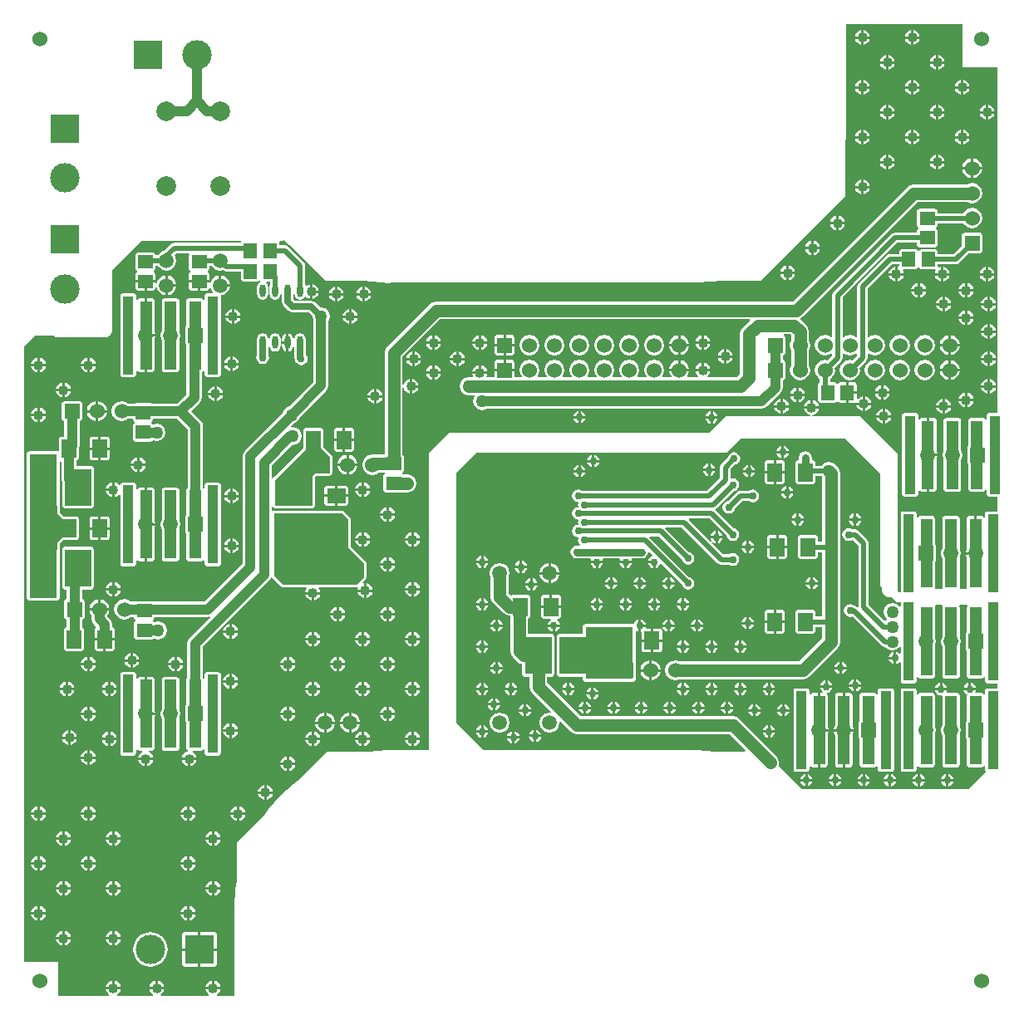
<source format=gtl>
G04 Layer_Physical_Order=1*
G04 Layer_Color=255*
%FSLAX25Y25*%
%MOIN*%
G70*
G01*
G75*
%ADD10O,0.02362X0.05118*%
%ADD11R,0.05905X0.05512*%
%ADD12R,0.05512X0.05905*%
%ADD13R,0.04882X0.27559*%
%ADD14R,0.04331X0.31496*%
%ADD15R,0.14843X0.10709*%
%ADD16R,0.10709X0.14843*%
%ADD17R,0.05905X0.07480*%
%ADD18R,0.07480X0.05905*%
%ADD19C,0.04000*%
%ADD20C,0.02000*%
%ADD21C,0.05000*%
%ADD22C,0.03000*%
%ADD23C,0.02500*%
%ADD24R,0.19000X0.21000*%
%ADD25R,0.11000X0.19500*%
%ADD26R,0.11000X0.21000*%
%ADD27C,0.07874*%
%ADD28C,0.05905*%
%ADD29C,0.06000*%
%ADD30R,0.06000X0.06000*%
%ADD31R,0.06000X0.06000*%
%ADD32R,0.05905X0.05905*%
%ADD33R,0.11811X0.11811*%
%ADD34C,0.11811*%
%ADD35R,0.11811X0.11811*%
%ADD36C,0.04000*%
%ADD37C,0.03000*%
%ADD38C,0.05000*%
G36*
X337000Y203500D02*
Y158618D01*
X337751Y157867D01*
Y156569D01*
X337833Y156370D01*
Y156155D01*
X338163Y155358D01*
X338315Y155206D01*
X338398Y155007D01*
X339007Y154398D01*
X339206Y154315D01*
X339358Y154163D01*
X340155Y153833D01*
X340370D01*
X340569Y153751D01*
X341431D01*
X341630Y153833D01*
X341785D01*
X343784Y151833D01*
X345274D01*
X345303Y151789D01*
Y150256D01*
X344803Y150104D01*
X344523Y150523D01*
X343366Y151297D01*
X342000Y151569D01*
X340634Y151297D01*
X339477Y150523D01*
X338703Y149366D01*
X338431Y148000D01*
X338703Y146634D01*
X339477Y145477D01*
X339816Y145250D01*
Y144750D01*
X339477Y144523D01*
X339449Y144482D01*
X338951Y144433D01*
X332539Y150845D01*
Y175500D01*
X332384Y176280D01*
X331942Y176942D01*
X328442Y180442D01*
X327780Y180884D01*
X327000Y181039D01*
X325948D01*
X325476Y181355D01*
X324500Y181549D01*
X323524Y181355D01*
X322698Y180802D01*
X322145Y179975D01*
X321951Y179000D01*
X322145Y178024D01*
X322698Y177198D01*
X323524Y176645D01*
X324500Y176451D01*
X325476Y176645D01*
X325948Y176961D01*
X326155D01*
X328461Y174655D01*
Y150130D01*
X328015Y149869D01*
X327942Y149942D01*
X327280Y150384D01*
X326500Y150539D01*
X326448D01*
X325975Y150855D01*
X325000Y151049D01*
X324025Y150855D01*
X323198Y150302D01*
X322645Y149476D01*
X322451Y148500D01*
X322645Y147524D01*
X323198Y146698D01*
X324025Y146145D01*
X325000Y145951D01*
X325972Y146144D01*
X337558Y134558D01*
X338220Y134116D01*
X339000Y133961D01*
X339153D01*
X339477Y133477D01*
X340634Y132703D01*
X342000Y132431D01*
X343366Y132703D01*
X344523Y133477D01*
X344803Y133896D01*
X345303Y133744D01*
Y131414D01*
X344825Y131269D01*
X344802Y131302D01*
X343975Y131855D01*
X343500Y131949D01*
Y129500D01*
Y127050D01*
X343975Y127145D01*
X344802Y127698D01*
X344825Y127731D01*
X345303Y127586D01*
Y120293D01*
X345620Y119528D01*
X346386Y119211D01*
X350716D01*
X351482Y119528D01*
X351799Y120293D01*
Y121765D01*
X352299Y121864D01*
X352451Y121496D01*
X353216Y121179D01*
X358098D01*
X358864Y121496D01*
X359181Y122262D01*
Y134435D01*
X359223Y134499D01*
X359530Y136041D01*
X359223Y137583D01*
X359181Y137647D01*
Y149821D01*
X359003Y150251D01*
X359337Y150751D01*
X361821D01*
X362155Y150251D01*
X361977Y149821D01*
Y137883D01*
X361776Y137583D01*
X361470Y136041D01*
X361776Y134499D01*
X361977Y134200D01*
Y122262D01*
X362294Y121496D01*
X363059Y121179D01*
X367941D01*
X368706Y121496D01*
X369023Y122262D01*
Y134200D01*
X369223Y134499D01*
X369530Y136041D01*
X369223Y137583D01*
X369023Y137883D01*
Y149821D01*
X368845Y150251D01*
X369179Y150751D01*
X371663D01*
X371997Y150251D01*
X371819Y149821D01*
Y139775D01*
X371782Y139759D01*
X371465Y138994D01*
Y133089D01*
X371782Y132323D01*
X371819Y132308D01*
Y122262D01*
X372136Y121496D01*
X372901Y121179D01*
X377783D01*
X378549Y121496D01*
X378701Y121864D01*
X379201Y121765D01*
Y120293D01*
X379518Y119528D01*
X380283Y119211D01*
X384279D01*
Y117330D01*
X380283D01*
X379518Y117013D01*
X379201Y116248D01*
Y114777D01*
X378701Y114677D01*
X378549Y115045D01*
X377783Y115362D01*
X375443D01*
X375207Y115803D01*
X375355Y116024D01*
X375449Y116500D01*
X370550D01*
X370645Y116024D01*
X371198Y115198D01*
X371982Y114673D01*
X371819Y114279D01*
Y104234D01*
X371782Y104218D01*
X371465Y103453D01*
Y97547D01*
X371782Y96782D01*
X371819Y96766D01*
Y86721D01*
X372136Y85955D01*
X372901Y85638D01*
X377783D01*
X378549Y85955D01*
X378701Y86323D01*
X379201Y86223D01*
Y84752D01*
X379518Y83987D01*
X372531Y77000D01*
X305500D01*
X296308Y86192D01*
X296569Y87500D01*
X296297Y88866D01*
X295523Y90023D01*
X280523Y105023D01*
X279366Y105797D01*
X278000Y106069D01*
X216978D01*
X203600Y119447D01*
Y121996D01*
X205386D01*
X206151Y122313D01*
X206468Y123079D01*
Y137921D01*
X206151Y138687D01*
X205386Y139004D01*
X195876D01*
Y145188D01*
X196616Y145494D01*
X196933Y146260D01*
Y153740D01*
X196616Y154506D01*
X195850Y154823D01*
X189945D01*
X189180Y154506D01*
X189064Y154483D01*
X188069Y155478D01*
Y161726D01*
X188223Y161958D01*
X188530Y163500D01*
X188223Y165042D01*
X187350Y166350D01*
X186042Y167223D01*
X185947Y167242D01*
X185866Y167297D01*
X184500Y167569D01*
X183134Y167297D01*
X183053Y167242D01*
X182958Y167223D01*
X181650Y166350D01*
X180777Y165042D01*
X180470Y163500D01*
X180777Y161958D01*
X180931Y161726D01*
Y154000D01*
X181203Y152634D01*
X181977Y151477D01*
X185977Y147477D01*
X187134Y146703D01*
X188500Y146431D01*
X188739D01*
Y132193D01*
X189010Y130827D01*
X189784Y129670D01*
X191477Y127977D01*
X192634Y127203D01*
X193595Y127012D01*
Y123079D01*
X193912Y122313D01*
X194677Y121996D01*
X196463D01*
Y117968D01*
X196735Y116603D01*
X197508Y115445D01*
X205043Y107910D01*
X204808Y107469D01*
X204500Y107530D01*
X202958Y107223D01*
X201650Y106350D01*
X200777Y105042D01*
X200470Y103500D01*
X200777Y101958D01*
X201650Y100650D01*
X202958Y99777D01*
X204500Y99470D01*
X206042Y99777D01*
X207350Y100650D01*
X208223Y101958D01*
X208530Y103500D01*
X208469Y103808D01*
X208910Y104043D01*
X212977Y99977D01*
X214134Y99203D01*
X215500Y98931D01*
X276522D01*
X282991Y92462D01*
X282800Y92000D01*
X269354D01*
X268775Y92098D01*
X261994Y92479D01*
X261750Y92493D01*
X261494Y92479D01*
X261017Y92421D01*
X178079D01*
X167000Y103500D01*
X167000Y204000D01*
X175000Y212000D01*
X275500Y212000D01*
X281000Y217500D01*
X323000Y217500D01*
X337000Y203500D01*
D02*
G37*
G36*
X123784Y185216D02*
Y173716D01*
X130000Y167500D01*
Y162000D01*
X127000Y159000D01*
X97500Y159000D01*
X94000Y162500D01*
X94000Y187500D01*
X121500D01*
X123784Y185216D01*
D02*
G37*
G36*
X370000Y366500D02*
X384279D01*
Y227830D01*
X380884D01*
X380118Y227513D01*
X379801Y226748D01*
Y225277D01*
X379301Y225177D01*
X379149Y225545D01*
X378384Y225862D01*
X373502D01*
X372736Y225545D01*
X372419Y224780D01*
Y214734D01*
X372382Y214718D01*
X372065Y213953D01*
Y208047D01*
X372382Y207282D01*
X372419Y207266D01*
Y197221D01*
X372736Y196455D01*
X373502Y196138D01*
X378384D01*
X379149Y196455D01*
X379301Y196823D01*
X379801Y196723D01*
Y195252D01*
X380118Y194487D01*
X380884Y194170D01*
X384279D01*
Y188330D01*
X380283D01*
X379518Y188013D01*
X379201Y187248D01*
Y185777D01*
X378701Y185677D01*
X378548Y186045D01*
X377783Y186362D01*
X375842D01*
Y171500D01*
X375500D01*
Y171000D01*
X371569D01*
X371776Y169958D01*
X371819Y169894D01*
Y157720D01*
X371842Y157665D01*
X371564Y157249D01*
X369278D01*
X369000Y157665D01*
X369023Y157720D01*
Y169658D01*
X369223Y169958D01*
X369530Y171500D01*
X369223Y173042D01*
X369023Y173342D01*
Y185280D01*
X368706Y186045D01*
X367940Y186362D01*
X363059D01*
X362293Y186045D01*
X361976Y185280D01*
Y173342D01*
X361776Y173042D01*
X361469Y171500D01*
X361776Y169958D01*
X361976Y169658D01*
Y157720D01*
X361999Y157665D01*
X361721Y157249D01*
X359435D01*
X359157Y157665D01*
X359180Y157720D01*
Y167766D01*
X359218Y167782D01*
X359535Y168547D01*
Y174453D01*
X359218Y175218D01*
X359180Y175234D01*
Y185280D01*
X358863Y186045D01*
X358098Y186362D01*
X353216D01*
X352451Y186045D01*
X352298Y185677D01*
X351799Y185777D01*
Y187248D01*
X351482Y188013D01*
X350716Y188330D01*
X346385D01*
X345620Y188013D01*
X345303Y187248D01*
Y156000D01*
X344603D01*
X344353Y156212D01*
X344221Y156500D01*
X344249Y156569D01*
Y157000D01*
Y208500D01*
Y208714D01*
X344207Y208817D01*
X344228Y208926D01*
X344145Y209346D01*
X344083Y209438D01*
X344083Y209549D01*
X344000Y209748D01*
Y211500D01*
X329000Y226500D01*
X309846D01*
X309797Y227000D01*
X310670Y227174D01*
X311663Y227837D01*
X312326Y228830D01*
X312459Y229500D01*
X306541D01*
X306674Y228830D01*
X307337Y227837D01*
X308330Y227174D01*
X309204Y227000D01*
X309154Y226500D01*
X275000Y226500D01*
X268500Y220000D01*
X164000D01*
X156000Y212000D01*
X156000Y92421D01*
X141000D01*
Y92493D01*
X133947Y92097D01*
X133379Y92000D01*
X115500D01*
X103532Y80032D01*
X101725Y78750D01*
X96457Y74043D01*
X91750Y68775D01*
X90468Y66968D01*
X79000Y55500D01*
Y40065D01*
X78403Y36553D01*
X78007Y29500D01*
X78079D01*
Y-6079D01*
X71192D01*
X71040Y-5579D01*
X71663Y-5163D01*
X72326Y-4171D01*
X72459Y-3500D01*
X66541D01*
X66674Y-4171D01*
X67337Y-5163D01*
X67960Y-5579D01*
X67808Y-6079D01*
X48692D01*
X48540Y-5579D01*
X49163Y-5163D01*
X49826Y-4171D01*
X49959Y-3500D01*
X44041D01*
X44174Y-4171D01*
X44837Y-5163D01*
X45460Y-5579D01*
X45308Y-6079D01*
X31192D01*
X31040Y-5579D01*
X31663Y-5163D01*
X32326Y-4171D01*
X32459Y-3500D01*
X26541D01*
X26674Y-4171D01*
X27337Y-5163D01*
X27960Y-5579D01*
X27808Y-6079D01*
X7500D01*
Y7500D01*
X-6079D01*
Y254421D01*
X-1500Y259000D01*
X5405D01*
X5507Y258898D01*
X5706Y258815D01*
X5858Y258663D01*
X6655Y258333D01*
X6870D01*
X7069Y258251D01*
X26431D01*
X26630Y258333D01*
X26845D01*
X27642Y258663D01*
X27794Y258815D01*
X27993Y258898D01*
X28095Y259000D01*
X28500D01*
Y259405D01*
X28602Y259507D01*
X28685Y259706D01*
X28837Y259858D01*
X29167Y260655D01*
Y260870D01*
X29249Y261069D01*
Y261500D01*
Y285154D01*
X40846Y296751D01*
X67931D01*
X68130Y296833D01*
X68345D01*
X68748Y297000D01*
X80670D01*
X80951Y296500D01*
X80761Y296039D01*
X54000D01*
X54000Y296039D01*
X53220Y295884D01*
X52558Y295442D01*
X49964Y292848D01*
X49336Y292723D01*
X48029Y291850D01*
X47487Y291039D01*
X46535D01*
Y291193D01*
X46218Y291958D01*
X45453Y292275D01*
X39547D01*
X38782Y291958D01*
X38465Y291193D01*
Y285681D01*
X38782Y284916D01*
X39132Y284771D01*
Y284229D01*
X38782Y284084D01*
X38465Y283319D01*
Y281063D01*
X46535D01*
Y283319D01*
X46218Y284084D01*
X45868Y284229D01*
Y284771D01*
X46218Y284916D01*
X46535Y285681D01*
Y286961D01*
X47487D01*
X48029Y286150D01*
X49336Y285277D01*
X50879Y284970D01*
X52421Y285277D01*
X53728Y286150D01*
X54602Y287458D01*
X54909Y289000D01*
X54602Y290542D01*
X54131Y291247D01*
X54845Y291961D01*
X59742D01*
X60076Y291461D01*
X59965Y291193D01*
Y285681D01*
X60282Y284916D01*
X60632Y284771D01*
Y284229D01*
X60282Y284084D01*
X59965Y283319D01*
Y281063D01*
X68035D01*
Y283319D01*
X67718Y284084D01*
X67368Y284229D01*
Y284771D01*
X67718Y284916D01*
X68035Y285681D01*
Y286961D01*
X68987D01*
X69529Y286150D01*
X70836Y285277D01*
X72379Y284970D01*
X73341Y285161D01*
X73980Y284734D01*
X74761Y284579D01*
X80725D01*
Y281547D01*
X81042Y280782D01*
X81807Y280465D01*
X87319D01*
X88084Y280782D01*
X88608Y280810D01*
X88617Y280366D01*
X87896Y279884D01*
X87414Y279162D01*
X87245Y278311D01*
Y275555D01*
X87414Y274704D01*
X87896Y273983D01*
X88617Y273501D01*
X89468Y273331D01*
X90320Y273501D01*
X91041Y273983D01*
X91523Y274704D01*
X91692Y275555D01*
Y278311D01*
X91523Y279162D01*
X91041Y279884D01*
X90919Y279965D01*
X91071Y280465D01*
X92429D01*
Y279185D01*
X92414Y279162D01*
X92245Y278311D01*
Y275555D01*
X92414Y274704D01*
X92896Y273983D01*
X93617Y273501D01*
X94468Y273331D01*
X95319Y273501D01*
X96041Y273983D01*
X96523Y274704D01*
X96674Y275465D01*
X97174Y275416D01*
Y272500D01*
X97349Y271622D01*
X97846Y270878D01*
X99846Y268878D01*
X100591Y268380D01*
X101469Y268206D01*
X108018D01*
X109454Y266770D01*
X109400Y266500D01*
X109660Y265194D01*
Y239985D01*
X100055Y230381D01*
X99634Y230297D01*
X98477Y229523D01*
X97703Y228366D01*
X97619Y227945D01*
X82337Y212663D01*
X81674Y211670D01*
X81441Y210500D01*
Y167267D01*
X66233Y152059D01*
X45476D01*
X44953Y152275D01*
X39047D01*
X38524Y152059D01*
X36606D01*
X35545Y152768D01*
X33984Y153078D01*
X32423Y152768D01*
X31100Y151884D01*
X30216Y150561D01*
X29906Y149000D01*
X30216Y147439D01*
X31100Y146116D01*
X32423Y145232D01*
X33984Y144922D01*
X35545Y145232D01*
X36606Y145941D01*
X37965D01*
Y145681D01*
X38282Y144916D01*
X38632Y144771D01*
Y144229D01*
X38282Y144084D01*
X37965Y143319D01*
Y137807D01*
X38282Y137042D01*
X39047Y136725D01*
X44953D01*
X45718Y137042D01*
X45735Y137082D01*
X46134Y137203D01*
X47500Y136931D01*
X48866Y137203D01*
X50023Y137977D01*
X50797Y139134D01*
X51069Y140500D01*
X50797Y141866D01*
X50023Y143023D01*
X48866Y143797D01*
X47500Y144069D01*
X46134Y143797D01*
X45794Y143900D01*
X45718Y144084D01*
X45368Y144229D01*
Y144771D01*
X45718Y144916D01*
X46035Y145681D01*
Y145941D01*
X67500D01*
X68061Y146053D01*
X68307Y145592D01*
X60180Y137465D01*
X59517Y136473D01*
X59284Y135302D01*
Y121706D01*
X59136Y121645D01*
X58819Y120879D01*
Y110834D01*
X58782Y110818D01*
X58465Y110053D01*
Y104147D01*
X58782Y103382D01*
X58819Y103366D01*
Y93321D01*
X59136Y92555D01*
X59395Y92448D01*
X59343Y91928D01*
X58829Y91826D01*
X57837Y91163D01*
X57174Y90171D01*
X57041Y89500D01*
X62959D01*
X62826Y90171D01*
X62163Y91163D01*
X61302Y91738D01*
X61454Y92238D01*
X64784D01*
X65549Y92555D01*
X65701Y92923D01*
X66201Y92823D01*
Y91352D01*
X66518Y90587D01*
X67284Y90270D01*
X71614D01*
X72380Y90587D01*
X72697Y91352D01*
Y122848D01*
X72380Y123613D01*
X71614Y123930D01*
X67284D01*
X66518Y123613D01*
X66201Y122848D01*
Y121377D01*
X65701Y121277D01*
X65549Y121645D01*
X65402Y121706D01*
Y134035D01*
X92163Y160796D01*
X92163Y160796D01*
X92730Y161646D01*
X92964Y161687D01*
X93213Y161691D01*
X93301Y161668D01*
X96735Y158235D01*
X96735Y158235D01*
X97500Y157918D01*
X97500Y157918D01*
X106906Y157918D01*
X107173Y157418D01*
X106674Y156670D01*
X106541Y156000D01*
X112459D01*
X112326Y156670D01*
X111827Y157418D01*
X112094Y157918D01*
X127000Y157918D01*
X127000Y157918D01*
X127329Y158054D01*
X127623Y157727D01*
X127671Y157654D01*
X127541Y157000D01*
X130000D01*
Y159459D01*
X129622Y159384D01*
X129376Y159845D01*
X130765Y161235D01*
X131082Y162000D01*
X131082Y162000D01*
Y167500D01*
X131082Y167500D01*
X130765Y168265D01*
X130765Y168265D01*
X124866Y174165D01*
Y185216D01*
X124866Y185216D01*
X124549Y185982D01*
X122265Y188265D01*
X121500Y188582D01*
X121500Y188582D01*
X94000D01*
X93559Y188400D01*
X93059Y188734D01*
Y190060D01*
X93559Y190159D01*
X93735Y189735D01*
X94500Y189418D01*
X109500Y189418D01*
X110265Y189735D01*
X110582Y190500D01*
Y202052D01*
X110948Y202418D01*
X116000Y202418D01*
X116000Y202418D01*
X116765Y202735D01*
X116765Y202735D01*
X117265Y203235D01*
X117582Y204000D01*
Y210000D01*
X117582Y210000D01*
Y210216D01*
X117582Y210216D01*
X117265Y210982D01*
X117265Y210982D01*
X113933Y214314D01*
Y220740D01*
X113616Y221505D01*
X112850Y221823D01*
X106945D01*
X106179Y221505D01*
X105862Y220740D01*
Y213893D01*
X94230Y202261D01*
X93813Y202088D01*
X93559Y201473D01*
X93059Y201573D01*
Y206733D01*
X101297Y214972D01*
X101500Y214931D01*
X102866Y215203D01*
X104023Y215977D01*
X104797Y217134D01*
X105069Y218500D01*
X104797Y219866D01*
X104023Y221023D01*
X102866Y221797D01*
X101500Y222069D01*
X101003Y221970D01*
X100756Y222430D01*
X101945Y223619D01*
X102366Y223703D01*
X103523Y224477D01*
X104297Y225634D01*
X104381Y226055D01*
X114881Y236556D01*
X115544Y237548D01*
X115777Y238719D01*
Y264404D01*
X116265Y265134D01*
X116537Y266500D01*
X116265Y267866D01*
X115492Y269023D01*
X114334Y269797D01*
X112969Y270069D01*
X112698Y270015D01*
X110591Y272122D01*
X109846Y272620D01*
X108968Y272794D01*
X102419D01*
X101763Y273450D01*
Y275416D01*
X102263Y275465D01*
X102414Y274704D01*
X102896Y273983D01*
X103618Y273501D01*
X104469Y273331D01*
X105319Y273501D01*
X106041Y273983D01*
X106257Y274306D01*
X106824Y274336D01*
X106866Y274318D01*
X107829Y273674D01*
X108500Y273541D01*
Y276500D01*
Y279459D01*
X107829Y279326D01*
X107097Y278837D01*
X106544Y279056D01*
X106539Y279081D01*
Y287000D01*
X106384Y287780D01*
X105942Y288442D01*
X99942Y294442D01*
X99280Y294884D01*
X98500Y295039D01*
X96275D01*
Y295953D01*
X96048Y296500D01*
X96329Y297000D01*
X97500D01*
X97729Y297230D01*
X102059Y293360D01*
X102336Y293164D01*
X114500Y281000D01*
X129754D01*
X133392Y280382D01*
X140250Y279997D01*
X141530Y280069D01*
X141530Y280069D01*
Y280069D01*
X141540Y280079D01*
X262022D01*
X262497Y280018D01*
X262625Y280010D01*
X262991Y280031D01*
X269440Y280393D01*
X273012Y281000D01*
X289000D01*
X323000Y315000D01*
Y333431D01*
X323107Y334060D01*
X323482Y340747D01*
X323424Y340747D01*
X323421Y340750D01*
Y383979D01*
X370000D01*
Y366500D01*
D02*
G37*
G36*
X112500Y214216D02*
X116500Y210216D01*
Y204000D01*
X116000Y203500D01*
X110500Y203500D01*
X109500Y202500D01*
Y190500D01*
X94500Y190500D01*
Y201000D01*
X107346Y213846D01*
Y220346D01*
X112500D01*
X112500Y214216D01*
D02*
G37*
%LPC*%
G36*
X327500Y120949D02*
Y119000D01*
X329450D01*
X329355Y119475D01*
X328802Y120302D01*
X327976Y120855D01*
X327500Y120949D01*
D02*
G37*
G36*
X326500D02*
X326025Y120855D01*
X325198Y120302D01*
X324645Y119475D01*
X324551Y119000D01*
X326500D01*
Y120949D01*
D02*
G37*
G36*
X244500Y124000D02*
X241021D01*
X241232Y122939D01*
X242116Y121616D01*
X243439Y120732D01*
X244500Y120521D01*
Y124000D01*
D02*
G37*
G36*
X248979D02*
X245500D01*
Y120521D01*
X246561Y120732D01*
X247884Y121616D01*
X248768Y122939D01*
X248979Y124000D01*
D02*
G37*
G36*
X323699Y125000D02*
X321750D01*
Y123050D01*
X322225Y123145D01*
X323052Y123698D01*
X323605Y124524D01*
X323699Y125000D01*
D02*
G37*
G36*
X320750D02*
X318800D01*
X318895Y124524D01*
X319448Y123698D01*
X320274Y123145D01*
X320750Y123050D01*
Y125000D01*
D02*
G37*
G36*
X182750D02*
X180800D01*
X180895Y124524D01*
X181448Y123698D01*
X182274Y123145D01*
X182750Y123050D01*
Y125000D01*
D02*
G37*
G36*
X185699D02*
X183750D01*
Y123050D01*
X184225Y123145D01*
X185052Y123698D01*
X185605Y124524D01*
X185699Y125000D01*
D02*
G37*
G36*
X316000Y120449D02*
Y118500D01*
X317950D01*
X317855Y118975D01*
X317302Y119802D01*
X316476Y120355D01*
X316000Y120449D01*
D02*
G37*
G36*
X270000Y119449D02*
Y117500D01*
X271950D01*
X271855Y117975D01*
X271302Y118802D01*
X270476Y119355D01*
X270000Y119449D01*
D02*
G37*
G36*
X280500D02*
X280025Y119355D01*
X279198Y118802D01*
X278645Y117975D01*
X278551Y117500D01*
X280500D01*
Y119449D01*
D02*
G37*
G36*
X281500D02*
Y117500D01*
X283450D01*
X283355Y117975D01*
X282802Y118802D01*
X281976Y119355D01*
X281500Y119449D01*
D02*
G37*
G36*
X269000D02*
X268525Y119355D01*
X267698Y118802D01*
X267145Y117975D01*
X267051Y117500D01*
X269000D01*
Y119449D01*
D02*
G37*
G36*
X212500D02*
Y117500D01*
X214450D01*
X214355Y117975D01*
X213802Y118802D01*
X212976Y119355D01*
X212500Y119449D01*
D02*
G37*
G36*
X257500D02*
X257025Y119355D01*
X256198Y118802D01*
X255645Y117975D01*
X255551Y117500D01*
X257500D01*
Y119449D01*
D02*
G37*
G36*
X258500D02*
Y117500D01*
X260450D01*
X260355Y117975D01*
X259802Y118802D01*
X258976Y119355D01*
X258500Y119449D01*
D02*
G37*
G36*
X372500D02*
X372024Y119355D01*
X371198Y118802D01*
X370645Y117975D01*
X370550Y117500D01*
X372500D01*
Y119449D01*
D02*
G37*
G36*
X373500D02*
Y117500D01*
X375449D01*
X375355Y117975D01*
X374802Y118802D01*
X373975Y119355D01*
X373500Y119449D01*
D02*
G37*
G36*
X315000Y120449D02*
X314525Y120355D01*
X313698Y119802D01*
X313145Y118975D01*
X313051Y118500D01*
X315000D01*
Y120449D01*
D02*
G37*
G36*
X362000Y119449D02*
Y117500D01*
X363949D01*
X363855Y117975D01*
X363302Y118802D01*
X362475Y119355D01*
X362000Y119449D01*
D02*
G37*
G36*
X292000D02*
X291525Y119355D01*
X290698Y118802D01*
X290145Y117975D01*
X290051Y117500D01*
X292000D01*
Y119449D01*
D02*
G37*
G36*
X293000D02*
Y117500D01*
X294950D01*
X294855Y117975D01*
X294302Y118802D01*
X293476Y119355D01*
X293000Y119449D01*
D02*
G37*
G36*
X361000D02*
X360525Y119355D01*
X359698Y118802D01*
X359145Y117975D01*
X359050Y117500D01*
X361000D01*
Y119449D01*
D02*
G37*
G36*
X320750Y127950D02*
X320274Y127855D01*
X319448Y127302D01*
X318895Y126476D01*
X318800Y126000D01*
X320750D01*
Y127950D01*
D02*
G37*
G36*
X321750D02*
Y126000D01*
X323699D01*
X323605Y126476D01*
X323052Y127302D01*
X322225Y127855D01*
X321750Y127950D01*
D02*
G37*
G36*
X342500Y129000D02*
X340550D01*
X340645Y128524D01*
X341198Y127698D01*
X342024Y127145D01*
X342500Y127050D01*
Y129000D01*
D02*
G37*
G36*
X183750Y127950D02*
Y126000D01*
X185699D01*
X185605Y126476D01*
X185052Y127302D01*
X184225Y127855D01*
X183750Y127950D01*
D02*
G37*
G36*
X182750D02*
X182274Y127855D01*
X181448Y127302D01*
X180895Y126476D01*
X180800Y126000D01*
X182750D01*
Y127950D01*
D02*
G37*
G36*
X244500Y128479D02*
X243439Y128268D01*
X242116Y127384D01*
X241232Y126061D01*
X241021Y125000D01*
X244500D01*
Y128479D01*
D02*
G37*
G36*
X245500D02*
Y125000D01*
X248979D01*
X248768Y126061D01*
X247884Y127384D01*
X246561Y128268D01*
X245500Y128479D01*
D02*
G37*
G36*
X177000Y116500D02*
X175050D01*
X175145Y116024D01*
X175698Y115198D01*
X176524Y114645D01*
X177000Y114550D01*
Y116500D01*
D02*
G37*
G36*
X214450D02*
X212500D01*
Y114550D01*
X212976Y114645D01*
X213802Y115198D01*
X214355Y116024D01*
X214450Y116500D01*
D02*
G37*
G36*
X257500D02*
X255551D01*
X255645Y116024D01*
X256198Y115198D01*
X257025Y114645D01*
X257500Y114550D01*
Y116500D01*
D02*
G37*
G36*
X260450D02*
X258500D01*
Y114550D01*
X258976Y114645D01*
X259802Y115198D01*
X260355Y116024D01*
X260450Y116500D01*
D02*
G37*
G36*
X211500D02*
X209550D01*
X209645Y116024D01*
X210198Y115198D01*
X211024Y114645D01*
X211500Y114550D01*
Y116500D01*
D02*
G37*
G36*
X179949D02*
X178000D01*
Y114550D01*
X178475Y114645D01*
X179302Y115198D01*
X179855Y116024D01*
X179949Y116500D01*
D02*
G37*
G36*
X188500D02*
X186550D01*
X186645Y116024D01*
X187198Y115198D01*
X188024Y114645D01*
X188500Y114550D01*
Y116500D01*
D02*
G37*
G36*
X191449D02*
X189500D01*
Y114550D01*
X189976Y114645D01*
X190802Y115198D01*
X191355Y116024D01*
X191449Y116500D01*
D02*
G37*
G36*
X275250Y111950D02*
X274775Y111855D01*
X273948Y111302D01*
X273395Y110476D01*
X273301Y110000D01*
X275250D01*
Y111950D01*
D02*
G37*
G36*
X276250D02*
Y110000D01*
X278200D01*
X278105Y110476D01*
X277552Y111302D01*
X276726Y111855D01*
X276250Y111950D01*
D02*
G37*
G36*
X181774Y113304D02*
X181299Y113210D01*
X180472Y112657D01*
X179920Y111830D01*
X179825Y111355D01*
X181774D01*
Y113304D01*
D02*
G37*
G36*
X264750Y111950D02*
Y110000D01*
X266700D01*
X266605Y110476D01*
X266052Y111302D01*
X265226Y111855D01*
X264750Y111950D01*
D02*
G37*
G36*
X252250D02*
X251775Y111855D01*
X250948Y111302D01*
X250395Y110476D01*
X250301Y110000D01*
X252250D01*
Y111950D01*
D02*
G37*
G36*
X253250D02*
Y110000D01*
X255200D01*
X255105Y110476D01*
X254552Y111302D01*
X253726Y111855D01*
X253250Y111950D01*
D02*
G37*
G36*
X263750D02*
X263275Y111855D01*
X262448Y111302D01*
X261895Y110476D01*
X261801Y110000D01*
X263750D01*
Y111950D01*
D02*
G37*
G36*
X182774Y113304D02*
Y111355D01*
X184724D01*
X184629Y111830D01*
X184077Y112657D01*
X183250Y113210D01*
X182774Y113304D01*
D02*
G37*
G36*
X221198Y114698D02*
X219248D01*
X219343Y114222D01*
X219895Y113395D01*
X220722Y112843D01*
X221198Y112748D01*
Y114698D01*
D02*
G37*
G36*
X224147D02*
X222198D01*
Y112748D01*
X222673Y112843D01*
X223500Y113395D01*
X224053Y114222D01*
X224147Y114698D01*
D02*
G37*
G36*
X188500Y119449D02*
X188024Y119355D01*
X187198Y118802D01*
X186645Y117975D01*
X186550Y117500D01*
X188500D01*
Y119449D01*
D02*
G37*
G36*
X189500D02*
Y117500D01*
X191449D01*
X191355Y117975D01*
X190802Y118802D01*
X189976Y119355D01*
X189500Y119449D01*
D02*
G37*
G36*
X211500D02*
X211024Y119355D01*
X210198Y118802D01*
X209645Y117975D01*
X209550Y117500D01*
X211500D01*
Y119449D01*
D02*
G37*
G36*
X178000D02*
Y117500D01*
X179949D01*
X179855Y117975D01*
X179302Y118802D01*
X178475Y119355D01*
X178000Y119449D01*
D02*
G37*
G36*
X177000D02*
X176524Y119355D01*
X175698Y118802D01*
X175145Y117975D01*
X175050Y117500D01*
X177000D01*
Y119449D01*
D02*
G37*
G36*
X292000Y116500D02*
X290051D01*
X290145Y116024D01*
X290698Y115198D01*
X291525Y114645D01*
X292000Y114550D01*
Y116500D01*
D02*
G37*
G36*
X294950D02*
X293000D01*
Y114550D01*
X293476Y114645D01*
X294302Y115198D01*
X294855Y116024D01*
X294950Y116500D01*
D02*
G37*
G36*
X341614Y117330D02*
X337284D01*
X336518Y117013D01*
X336201Y116248D01*
Y114777D01*
X335701Y114677D01*
X335549Y115045D01*
X334784Y115362D01*
X329902D01*
X329136Y115045D01*
X328819Y114279D01*
Y104234D01*
X328782Y104218D01*
X328465Y103453D01*
Y97547D01*
X328782Y96782D01*
X328819Y96766D01*
Y86721D01*
X329136Y85955D01*
X329902Y85638D01*
X334784D01*
X335549Y85955D01*
X335701Y86323D01*
X336201Y86223D01*
Y84752D01*
X336518Y83987D01*
X337284Y83670D01*
X341614D01*
X342380Y83987D01*
X342697Y84752D01*
Y116248D01*
X342380Y117013D01*
X341614Y117330D01*
D02*
G37*
G36*
X283450Y116500D02*
X281500D01*
Y114550D01*
X281976Y114645D01*
X282802Y115198D01*
X283355Y116024D01*
X283450Y116500D01*
D02*
G37*
G36*
X269000D02*
X267051D01*
X267145Y116024D01*
X267698Y115198D01*
X268525Y114645D01*
X269000Y114550D01*
Y116500D01*
D02*
G37*
G36*
X271950D02*
X270000D01*
Y114550D01*
X270476Y114645D01*
X271302Y115198D01*
X271855Y116024D01*
X271950Y116500D01*
D02*
G37*
G36*
X280500D02*
X278551D01*
X278645Y116024D01*
X279198Y115198D01*
X280025Y114645D01*
X280500Y114550D01*
Y116500D01*
D02*
G37*
G36*
X329450Y118000D02*
X327500D01*
Y116051D01*
X327976Y116145D01*
X328802Y116698D01*
X329355Y117525D01*
X329450Y118000D01*
D02*
G37*
G36*
X221198Y117647D02*
X220722Y117552D01*
X219895Y117000D01*
X219343Y116173D01*
X219248Y115698D01*
X221198D01*
Y117647D01*
D02*
G37*
G36*
X222198D02*
Y115698D01*
X224147D01*
X224053Y116173D01*
X223500Y117000D01*
X222673Y117552D01*
X222198Y117647D01*
D02*
G37*
G36*
X326500Y118000D02*
X324551D01*
X324645Y117525D01*
X325198Y116698D01*
X326025Y116145D01*
X326500Y116051D01*
Y118000D01*
D02*
G37*
G36*
X294398Y148822D02*
X291945D01*
X291179Y148505D01*
X290862Y147740D01*
Y144500D01*
X294398D01*
Y148822D01*
D02*
G37*
G36*
X297850D02*
X295398D01*
Y144500D01*
X298933D01*
Y147740D01*
X298616Y148505D01*
X297850Y148822D01*
D02*
G37*
G36*
X177000Y150500D02*
X175050D01*
X175145Y150024D01*
X175698Y149198D01*
X176524Y148645D01*
X177000Y148550D01*
Y150500D01*
D02*
G37*
G36*
X234500D02*
X232551D01*
X232645Y150024D01*
X233198Y149198D01*
X234025Y148645D01*
X234500Y148550D01*
Y150500D01*
D02*
G37*
G36*
X237450D02*
X235500D01*
Y148550D01*
X235976Y148645D01*
X236802Y149198D01*
X237355Y150024D01*
X237450Y150500D01*
D02*
G37*
G36*
X246000D02*
X244051D01*
X244145Y150024D01*
X244698Y149198D01*
X245525Y148645D01*
X246000Y148550D01*
Y150500D01*
D02*
G37*
G36*
X179949D02*
X178000D01*
Y148550D01*
X178475Y148645D01*
X179302Y149198D01*
X179855Y150024D01*
X179949Y150500D01*
D02*
G37*
G36*
X223000D02*
X221051D01*
X221145Y150024D01*
X221698Y149198D01*
X222524Y148645D01*
X223000Y148550D01*
Y150500D01*
D02*
G37*
G36*
X225950D02*
X224000D01*
Y148550D01*
X224476Y148645D01*
X225302Y149198D01*
X225855Y150024D01*
X225950Y150500D01*
D02*
G37*
G36*
X241250Y144949D02*
Y143000D01*
X243199D01*
X243105Y143475D01*
X242552Y144302D01*
X241725Y144855D01*
X241250Y144949D01*
D02*
G37*
G36*
X251750D02*
X251274Y144855D01*
X250448Y144302D01*
X249895Y143475D01*
X249800Y143000D01*
X251750D01*
Y144949D01*
D02*
G37*
G36*
X252750D02*
Y143000D01*
X254699D01*
X254605Y143475D01*
X254052Y144302D01*
X253225Y144855D01*
X252750Y144949D01*
D02*
G37*
G36*
X182750D02*
X182274Y144855D01*
X181448Y144302D01*
X180895Y143475D01*
X180800Y143000D01*
X182750D01*
Y144949D01*
D02*
G37*
G36*
X183750D02*
Y143000D01*
X185699D01*
X185605Y143475D01*
X185052Y144302D01*
X184225Y144855D01*
X183750Y144949D01*
D02*
G37*
G36*
X209138Y149500D02*
X205102D01*
X201067D01*
Y146260D01*
X201384Y145494D01*
X202150Y145177D01*
X204857D01*
X205009Y144677D01*
X204448Y144302D01*
X203895Y143475D01*
X203801Y143000D01*
X208699D01*
X208605Y143475D01*
X208052Y144302D01*
X207491Y144677D01*
X207643Y145177D01*
X208055D01*
X208821Y145494D01*
X209138Y146260D01*
Y149500D01*
D02*
G37*
G36*
X263250Y144949D02*
X262774Y144855D01*
X261948Y144302D01*
X261395Y143475D01*
X261300Y143000D01*
X263250D01*
Y144949D01*
D02*
G37*
G36*
X264250D02*
Y143000D01*
X266199D01*
X266105Y143475D01*
X265552Y144302D01*
X264725Y144855D01*
X264250Y144949D01*
D02*
G37*
G36*
X283500Y145949D02*
X283025Y145855D01*
X282198Y145302D01*
X281645Y144475D01*
X281551Y144000D01*
X283500D01*
Y145949D01*
D02*
G37*
G36*
X284500D02*
Y144000D01*
X286450D01*
X286355Y144475D01*
X285802Y145302D01*
X284976Y145855D01*
X284500Y145949D01*
D02*
G37*
G36*
X248950Y150500D02*
X247000D01*
Y148550D01*
X247476Y148645D01*
X248302Y149198D01*
X248855Y150024D01*
X248950Y150500D01*
D02*
G37*
G36*
X257500Y153449D02*
X257025Y153355D01*
X256198Y152802D01*
X255645Y151976D01*
X255551Y151500D01*
X257500D01*
Y153449D01*
D02*
G37*
G36*
X258500D02*
Y151500D01*
X260450D01*
X260355Y151976D01*
X259802Y152802D01*
X258976Y153355D01*
X258500Y153449D01*
D02*
G37*
G36*
X196700Y158500D02*
X194750D01*
X194845Y158025D01*
X195397Y157198D01*
X196224Y156645D01*
X196700Y156551D01*
Y158500D01*
D02*
G37*
G36*
X199649D02*
X197699D01*
Y156551D01*
X198175Y156645D01*
X199002Y157198D01*
X199555Y158025D01*
X199649Y158500D01*
D02*
G37*
G36*
X247000Y153449D02*
Y151500D01*
X248950D01*
X248855Y151976D01*
X248302Y152802D01*
X247476Y153355D01*
X247000Y153449D01*
D02*
G37*
G36*
X204602Y154823D02*
X202150D01*
X201384Y154506D01*
X201067Y153740D01*
Y150500D01*
X204602D01*
Y154823D01*
D02*
G37*
G36*
X208055D02*
X205602D01*
Y150500D01*
X209138D01*
Y153740D01*
X208821Y154506D01*
X208055Y154823D01*
D02*
G37*
G36*
X257500Y150500D02*
X255551D01*
X255645Y150024D01*
X256198Y149198D01*
X257025Y148645D01*
X257500Y148550D01*
Y150500D01*
D02*
G37*
G36*
X260450D02*
X258500D01*
Y148550D01*
X258976Y148645D01*
X259802Y149198D01*
X260355Y150024D01*
X260450Y150500D01*
D02*
G37*
G36*
X177000Y153449D02*
X176524Y153355D01*
X175698Y152802D01*
X175145Y151976D01*
X175050Y151500D01*
X177000D01*
Y153449D01*
D02*
G37*
G36*
X234500D02*
X234025Y153355D01*
X233198Y152802D01*
X232645Y151976D01*
X232551Y151500D01*
X234500D01*
Y153449D01*
D02*
G37*
G36*
X235500D02*
Y151500D01*
X237450D01*
X237355Y151976D01*
X236802Y152802D01*
X235976Y153355D01*
X235500Y153449D01*
D02*
G37*
G36*
X246000D02*
X245525Y153355D01*
X244698Y152802D01*
X244145Y151976D01*
X244051Y151500D01*
X246000D01*
Y153449D01*
D02*
G37*
G36*
X178000D02*
Y151500D01*
X179949D01*
X179855Y151976D01*
X179302Y152802D01*
X178475Y153355D01*
X178000Y153449D01*
D02*
G37*
G36*
X223000D02*
X222524Y153355D01*
X221698Y152802D01*
X221145Y151976D01*
X221051Y151500D01*
X223000D01*
Y153449D01*
D02*
G37*
G36*
X224000D02*
Y151500D01*
X225950D01*
X225855Y151976D01*
X225302Y152802D01*
X224476Y153355D01*
X224000Y153449D01*
D02*
G37*
G36*
X286450Y143000D02*
X284500D01*
Y141051D01*
X284976Y141145D01*
X285802Y141698D01*
X286355Y142525D01*
X286450Y143000D01*
D02*
G37*
G36*
X257500Y136450D02*
X257025Y136355D01*
X256198Y135802D01*
X255645Y134976D01*
X255551Y134500D01*
X257500D01*
Y136450D01*
D02*
G37*
G36*
X258500D02*
Y134500D01*
X260450D01*
X260355Y134976D01*
X259802Y135802D01*
X258976Y136355D01*
X258500Y136450D01*
D02*
G37*
G36*
X269000D02*
X268525Y136355D01*
X267698Y135802D01*
X267145Y134976D01*
X267051Y134500D01*
X269000D01*
Y136450D01*
D02*
G37*
G36*
X177000D02*
X176524Y136355D01*
X175698Y135802D01*
X175145Y134976D01*
X175050Y134500D01*
X177000D01*
Y136450D01*
D02*
G37*
G36*
X178000D02*
Y134500D01*
X179949D01*
X179855Y134976D01*
X179302Y135802D01*
X178475Y136355D01*
X178000Y136450D01*
D02*
G37*
G36*
X177000Y133500D02*
X175050D01*
X175145Y133025D01*
X175698Y132198D01*
X176524Y131645D01*
X177000Y131551D01*
Y133500D01*
D02*
G37*
G36*
X179949D02*
X178000D01*
Y131551D01*
X178475Y131645D01*
X179302Y132198D01*
X179855Y133025D01*
X179949Y133500D01*
D02*
G37*
G36*
X257500D02*
X255551D01*
X255645Y133025D01*
X256198Y132198D01*
X257025Y131645D01*
X257500Y131551D01*
Y133500D01*
D02*
G37*
G36*
X342500Y131949D02*
X342024Y131855D01*
X341198Y131302D01*
X340645Y130475D01*
X340550Y130000D01*
X342500D01*
Y131949D01*
D02*
G37*
G36*
X260450Y133500D02*
X258500D01*
Y131551D01*
X258976Y131645D01*
X259802Y132198D01*
X260355Y133025D01*
X260450Y133500D01*
D02*
G37*
G36*
X283450D02*
X281500D01*
Y131551D01*
X281976Y131645D01*
X282802Y132198D01*
X283355Y133025D01*
X283450Y133500D01*
D02*
G37*
G36*
X245102Y136000D02*
X241567D01*
Y132760D01*
X241884Y131994D01*
X242650Y131677D01*
X245102D01*
Y136000D01*
D02*
G37*
G36*
X249638D02*
X246102D01*
Y131677D01*
X248555D01*
X249321Y131994D01*
X249638Y132760D01*
Y136000D01*
D02*
G37*
G36*
X269000Y133500D02*
X267051D01*
X267145Y133025D01*
X267698Y132198D01*
X268525Y131645D01*
X269000Y131551D01*
Y133500D01*
D02*
G37*
G36*
X271950D02*
X270000D01*
Y131551D01*
X270476Y131645D01*
X271302Y132198D01*
X271855Y133025D01*
X271950Y133500D01*
D02*
G37*
G36*
X280500D02*
X278551D01*
X278645Y133025D01*
X279198Y132198D01*
X280025Y131645D01*
X280500Y131551D01*
Y133500D01*
D02*
G37*
G36*
X270000Y136450D02*
Y134500D01*
X271950D01*
X271855Y134976D01*
X271302Y135802D01*
X270476Y136355D01*
X270000Y136450D01*
D02*
G37*
G36*
X205750Y142000D02*
X203801D01*
X203895Y141525D01*
X204448Y140698D01*
X205275Y140145D01*
X205750Y140050D01*
Y142000D01*
D02*
G37*
G36*
X208699D02*
X206750D01*
Y140050D01*
X207225Y140145D01*
X208052Y140698D01*
X208605Y141525D01*
X208699Y142000D01*
D02*
G37*
G36*
X240250Y144949D02*
X239774Y144855D01*
X238948Y144302D01*
X238395Y143475D01*
X238355Y143272D01*
X238000Y143082D01*
X219000D01*
X218235Y142765D01*
X217918Y142000D01*
Y139004D01*
X208614D01*
X207849Y138687D01*
X207532Y137921D01*
Y123079D01*
X207849Y122313D01*
X208614Y121996D01*
X217918D01*
Y121000D01*
X218235Y120235D01*
X219000Y119918D01*
X238000D01*
X238765Y120235D01*
X239082Y121000D01*
Y140077D01*
X239523Y140313D01*
X239774Y140145D01*
X240250Y140050D01*
Y142500D01*
Y144949D01*
D02*
G37*
G36*
X298933Y143500D02*
X295398D01*
Y139178D01*
X297850D01*
X298616Y139495D01*
X298933Y140260D01*
Y143500D01*
D02*
G37*
G36*
X182750Y142000D02*
X180800D01*
X180895Y141525D01*
X181448Y140698D01*
X182274Y140145D01*
X182750Y140050D01*
Y142000D01*
D02*
G37*
G36*
X185699D02*
X183750D01*
Y140050D01*
X184225Y140145D01*
X185052Y140698D01*
X185605Y141525D01*
X185699Y142000D01*
D02*
G37*
G36*
X251750D02*
X249800D01*
X249895Y141525D01*
X250448Y140698D01*
X251274Y140145D01*
X251750Y140050D01*
Y142000D01*
D02*
G37*
G36*
X283500Y143000D02*
X281551D01*
X281645Y142525D01*
X282198Y141698D01*
X283025Y141145D01*
X283500Y141051D01*
Y143000D01*
D02*
G37*
G36*
X254699Y142000D02*
X252750D01*
Y140050D01*
X253225Y140145D01*
X254052Y140698D01*
X254605Y141525D01*
X254699Y142000D01*
D02*
G37*
G36*
X263250D02*
X261300D01*
X261395Y141525D01*
X261948Y140698D01*
X262774Y140145D01*
X263250Y140050D01*
Y142000D01*
D02*
G37*
G36*
X266199D02*
X264250D01*
Y140050D01*
X264725Y140145D01*
X265552Y140698D01*
X266105Y141525D01*
X266199Y142000D01*
D02*
G37*
G36*
X294398Y143500D02*
X290862D01*
Y140260D01*
X291179Y139495D01*
X291945Y139178D01*
X294398D01*
Y143500D01*
D02*
G37*
G36*
X248555Y141323D02*
X246102D01*
Y137000D01*
X249638D01*
Y140240D01*
X249321Y141006D01*
X248555Y141323D01*
D02*
G37*
G36*
X280500Y136450D02*
X280025Y136355D01*
X279198Y135802D01*
X278645Y134976D01*
X278551Y134500D01*
X280500D01*
Y136450D01*
D02*
G37*
G36*
X281500D02*
Y134500D01*
X283450D01*
X283355Y134976D01*
X282802Y135802D01*
X281976Y136355D01*
X281500Y136450D01*
D02*
G37*
G36*
X243199Y142000D02*
X241250D01*
Y139980D01*
X241567Y139719D01*
Y137000D01*
X245102D01*
Y141323D01*
X243526D01*
X243164Y141823D01*
X243199Y142000D01*
D02*
G37*
G36*
X340525Y79905D02*
X338575D01*
X338670Y79430D01*
X339222Y78603D01*
X340049Y78051D01*
X340525Y77956D01*
Y79905D01*
D02*
G37*
G36*
X308000Y82950D02*
Y81000D01*
X309949D01*
X309855Y81476D01*
X309302Y82302D01*
X308475Y82855D01*
X308000Y82950D01*
D02*
G37*
G36*
X318500D02*
X318024Y82855D01*
X317198Y82302D01*
X316645Y81476D01*
X316550Y81000D01*
X318500D01*
Y82950D01*
D02*
G37*
G36*
X319500D02*
Y81000D01*
X321449D01*
X321355Y81476D01*
X320802Y82302D01*
X319975Y82855D01*
X319500Y82950D01*
D02*
G37*
G36*
X307000D02*
X306524Y82855D01*
X305698Y82302D01*
X305145Y81476D01*
X305050Y81000D01*
X307000D01*
Y82950D01*
D02*
G37*
G36*
X353025Y82855D02*
Y80905D01*
X354974D01*
X354879Y81381D01*
X354327Y82208D01*
X353500Y82760D01*
X353025Y82855D01*
D02*
G37*
G36*
X363525D02*
X363049Y82760D01*
X362222Y82208D01*
X361670Y81381D01*
X361575Y80905D01*
X363525D01*
Y82855D01*
D02*
G37*
G36*
X364525D02*
Y80905D01*
X366474D01*
X366379Y81381D01*
X365827Y82208D01*
X365000Y82760D01*
X364525Y82855D01*
D02*
G37*
G36*
X307717Y117330D02*
X303386D01*
X302621Y117013D01*
X302304Y116248D01*
Y84752D01*
X302621Y83987D01*
X303386Y83670D01*
X307717D01*
X308482Y83987D01*
X308799Y84752D01*
Y86223D01*
X309299Y86323D01*
X309451Y85955D01*
X310217Y85638D01*
X312158D01*
Y100500D01*
Y115362D01*
X310217D01*
X309451Y115045D01*
X309299Y114677D01*
X308799Y114777D01*
Y116248D01*
X308482Y117013D01*
X307717Y117330D01*
D02*
G37*
G36*
X316431Y100000D02*
X313158D01*
Y85638D01*
X315099D01*
X315864Y85955D01*
X316181Y86721D01*
Y98894D01*
X316224Y98958D01*
X316431Y100000D01*
D02*
G37*
G36*
X322000D02*
X318569D01*
X318777Y98958D01*
X318977Y98658D01*
Y86721D01*
X319294Y85955D01*
X320059Y85638D01*
X322000D01*
Y100000D01*
D02*
G37*
G36*
X330000Y82950D02*
X329524Y82855D01*
X328698Y82302D01*
X328145Y81476D01*
X328050Y81000D01*
X330000D01*
Y82950D01*
D02*
G37*
G36*
X331000D02*
Y81000D01*
X332949D01*
X332855Y81476D01*
X332302Y82302D01*
X331475Y82855D01*
X331000Y82950D01*
D02*
G37*
G36*
X366474Y79905D02*
X364525D01*
Y77956D01*
X365000Y78051D01*
X365827Y78603D01*
X366379Y79430D01*
X366474Y79905D01*
D02*
G37*
G36*
X307000Y80000D02*
X305050D01*
X305145Y79524D01*
X305698Y78698D01*
X306524Y78145D01*
X307000Y78051D01*
Y80000D01*
D02*
G37*
G36*
X309949D02*
X308000D01*
Y78051D01*
X308475Y78145D01*
X309302Y78698D01*
X309855Y79524D01*
X309949Y80000D01*
D02*
G37*
G36*
X363525Y79905D02*
X361575D01*
X361670Y79430D01*
X362222Y78603D01*
X363049Y78051D01*
X363525Y77956D01*
Y79905D01*
D02*
G37*
G36*
X343474D02*
X341525D01*
Y77956D01*
X342000Y78051D01*
X342827Y78603D01*
X343379Y79430D01*
X343474Y79905D01*
D02*
G37*
G36*
X352025D02*
X350075D01*
X350170Y79430D01*
X350722Y78603D01*
X351549Y78051D01*
X352025Y77956D01*
Y79905D01*
D02*
G37*
G36*
X354974D02*
X353025D01*
Y77956D01*
X353500Y78051D01*
X354327Y78603D01*
X354879Y79430D01*
X354974Y79905D01*
D02*
G37*
G36*
X340525Y82855D02*
X340049Y82760D01*
X339222Y82208D01*
X338670Y81381D01*
X338575Y80905D01*
X340525D01*
Y82855D01*
D02*
G37*
G36*
X341525D02*
Y80905D01*
X343474D01*
X343379Y81381D01*
X342827Y82208D01*
X342000Y82760D01*
X341525Y82855D01*
D02*
G37*
G36*
X352025D02*
X351549Y82760D01*
X350722Y82208D01*
X350170Y81381D01*
X350075Y80905D01*
X352025D01*
Y82855D01*
D02*
G37*
G36*
X332949Y80000D02*
X331000D01*
Y78051D01*
X331475Y78145D01*
X332302Y78698D01*
X332855Y79524D01*
X332949Y80000D01*
D02*
G37*
G36*
X318500D02*
X316550D01*
X316645Y79524D01*
X317198Y78698D01*
X318024Y78145D01*
X318500Y78051D01*
Y80000D01*
D02*
G37*
G36*
X321449D02*
X319500D01*
Y78051D01*
X319975Y78145D01*
X320802Y78698D01*
X321355Y79524D01*
X321449Y80000D01*
D02*
G37*
G36*
X330000D02*
X328050D01*
X328145Y79524D01*
X328698Y78698D01*
X329524Y78145D01*
X330000Y78051D01*
Y80000D01*
D02*
G37*
G36*
X197199Y108000D02*
X195250D01*
Y106051D01*
X195726Y106145D01*
X196552Y106698D01*
X197105Y107525D01*
X197199Y108000D01*
D02*
G37*
G36*
X286250D02*
X284300D01*
X284395Y107525D01*
X284948Y106698D01*
X285774Y106145D01*
X286250Y106051D01*
Y108000D01*
D02*
G37*
G36*
X289199D02*
X287250D01*
Y106051D01*
X287725Y106145D01*
X288552Y106698D01*
X289105Y107525D01*
X289199Y108000D01*
D02*
G37*
G36*
X194250D02*
X192300D01*
X192395Y107525D01*
X192948Y106698D01*
X193774Y106145D01*
X194250Y106051D01*
Y108000D01*
D02*
G37*
G36*
X229750Y109000D02*
X227800D01*
X227895Y108525D01*
X228448Y107698D01*
X229275Y107145D01*
X229750Y107051D01*
Y109000D01*
D02*
G37*
G36*
X232699D02*
X230750D01*
Y107051D01*
X231225Y107145D01*
X232052Y107698D01*
X232605Y108525D01*
X232699Y109000D01*
D02*
G37*
G36*
X240750D02*
X238801D01*
X238895Y108525D01*
X239448Y107698D01*
X240275Y107145D01*
X240750Y107051D01*
Y109000D01*
D02*
G37*
G36*
X221199D02*
X219250D01*
Y107051D01*
X219725Y107145D01*
X220552Y107698D01*
X221105Y108525D01*
X221199Y109000D01*
D02*
G37*
G36*
X297750Y108000D02*
X295800D01*
X295895Y107525D01*
X296448Y106698D01*
X297274Y106145D01*
X297750Y106051D01*
Y108000D01*
D02*
G37*
G36*
X300699D02*
X298750D01*
Y106051D01*
X299225Y106145D01*
X300052Y106698D01*
X300605Y107525D01*
X300699Y108000D01*
D02*
G37*
G36*
X218250Y109000D02*
X216301D01*
X216395Y108525D01*
X216948Y107698D01*
X217775Y107145D01*
X218250Y107051D01*
Y109000D01*
D02*
G37*
G36*
X322000Y115362D02*
X320059D01*
X319294Y115045D01*
X318977Y114279D01*
Y102342D01*
X318777Y102042D01*
X318569Y101000D01*
X322000D01*
Y115362D01*
D02*
G37*
G36*
X324941D02*
X323000D01*
Y101000D01*
X326431D01*
X326224Y102042D01*
X326024Y102342D01*
Y114279D01*
X325707Y115045D01*
X324941Y115362D01*
D02*
G37*
G36*
X317950Y117500D02*
X313051D01*
X313145Y117025D01*
X313698Y116198D01*
X314200Y115862D01*
X314048Y115362D01*
X313158D01*
Y101000D01*
X316431D01*
X316224Y102042D01*
X316181Y102106D01*
Y114279D01*
X315876Y115016D01*
X315867Y115061D01*
X315966Y115544D01*
X316476Y115645D01*
X317302Y116198D01*
X317855Y117025D01*
X317950Y117500D01*
D02*
G37*
G36*
X292000Y102450D02*
X291525Y102355D01*
X290698Y101802D01*
X290145Y100976D01*
X290051Y100500D01*
X292000D01*
Y102450D01*
D02*
G37*
G36*
X293000D02*
Y100500D01*
X294950D01*
X294855Y100976D01*
X294302Y101802D01*
X293476Y102355D01*
X293000Y102450D01*
D02*
G37*
G36*
X286250Y110950D02*
X285774Y110855D01*
X284948Y110302D01*
X284395Y109476D01*
X284300Y109000D01*
X286250D01*
Y110950D01*
D02*
G37*
G36*
X287250D02*
Y109000D01*
X289199D01*
X289105Y109476D01*
X288552Y110302D01*
X287725Y110855D01*
X287250Y110950D01*
D02*
G37*
G36*
X297750D02*
X297274Y110855D01*
X296448Y110302D01*
X295895Y109476D01*
X295800Y109000D01*
X297750D01*
Y110950D01*
D02*
G37*
G36*
X195250D02*
Y109000D01*
X197199D01*
X197105Y109476D01*
X196552Y110302D01*
X195726Y110855D01*
X195250Y110950D01*
D02*
G37*
G36*
X181774Y110355D02*
X179825D01*
X179920Y109880D01*
X180472Y109053D01*
X181299Y108500D01*
X181774Y108405D01*
Y110355D01*
D02*
G37*
G36*
X184724D02*
X182774D01*
Y108405D01*
X183250Y108500D01*
X184077Y109053D01*
X184629Y109880D01*
X184724Y110355D01*
D02*
G37*
G36*
X194250Y110950D02*
X193774Y110855D01*
X192948Y110302D01*
X192395Y109476D01*
X192300Y109000D01*
X194250D01*
Y110950D01*
D02*
G37*
G36*
X230750Y111950D02*
Y110000D01*
X232699D01*
X232605Y110476D01*
X232052Y111302D01*
X231225Y111855D01*
X230750Y111950D01*
D02*
G37*
G36*
X240750D02*
X240275Y111855D01*
X239448Y111302D01*
X238895Y110476D01*
X238801Y110000D01*
X240750D01*
Y111950D01*
D02*
G37*
G36*
X241750D02*
Y110000D01*
X243700D01*
X243605Y110476D01*
X243052Y111302D01*
X242226Y111855D01*
X241750Y111950D01*
D02*
G37*
G36*
X229750D02*
X229275Y111855D01*
X228448Y111302D01*
X227895Y110476D01*
X227800Y110000D01*
X229750D01*
Y111950D01*
D02*
G37*
G36*
X298750Y110950D02*
Y109000D01*
X300699D01*
X300605Y109476D01*
X300052Y110302D01*
X299225Y110855D01*
X298750Y110950D01*
D02*
G37*
G36*
X218250Y111950D02*
X217775Y111855D01*
X216948Y111302D01*
X216395Y110476D01*
X216301Y110000D01*
X218250D01*
Y111950D01*
D02*
G37*
G36*
X219250D02*
Y110000D01*
X221199D01*
X221105Y110476D01*
X220552Y111302D01*
X219725Y111855D01*
X219250Y111950D01*
D02*
G37*
G36*
X266700Y109000D02*
X264750D01*
Y107051D01*
X265226Y107145D01*
X266052Y107698D01*
X266605Y108525D01*
X266700Y109000D01*
D02*
G37*
G36*
X275250D02*
X273301D01*
X273395Y108525D01*
X273948Y107698D01*
X274775Y107145D01*
X275250Y107051D01*
Y109000D01*
D02*
G37*
G36*
X278200D02*
X276250D01*
Y107051D01*
X276726Y107145D01*
X277552Y107698D01*
X278105Y108525D01*
X278200Y109000D01*
D02*
G37*
G36*
X263750D02*
X261801D01*
X261895Y108525D01*
X262448Y107698D01*
X263275Y107145D01*
X263750Y107051D01*
Y109000D01*
D02*
G37*
G36*
X243700D02*
X241750D01*
Y107051D01*
X242226Y107145D01*
X243052Y107698D01*
X243605Y108525D01*
X243700Y109000D01*
D02*
G37*
G36*
X252250D02*
X250301D01*
X250395Y108525D01*
X250948Y107698D01*
X251775Y107145D01*
X252250Y107051D01*
Y109000D01*
D02*
G37*
G36*
X255200D02*
X253250D01*
Y107051D01*
X253726Y107145D01*
X254552Y107698D01*
X255105Y108525D01*
X255200Y109000D01*
D02*
G37*
G36*
X189476Y97145D02*
X187526D01*
X187620Y96670D01*
X188173Y95843D01*
X189000Y95290D01*
X189476Y95196D01*
Y97145D01*
D02*
G37*
G36*
X192425D02*
X190475D01*
Y95196D01*
X190951Y95290D01*
X191778Y95843D01*
X192330Y96670D01*
X192425Y97145D01*
D02*
G37*
G36*
X198198Y97698D02*
X196248D01*
X196343Y97222D01*
X196895Y96395D01*
X197722Y95843D01*
X198198Y95748D01*
Y97698D01*
D02*
G37*
G36*
X326431Y100000D02*
X323000D01*
Y85638D01*
X324941D01*
X325707Y85955D01*
X326024Y86721D01*
Y98658D01*
X326224Y98958D01*
X326431Y100000D01*
D02*
G37*
G36*
X350716Y117330D02*
X346386D01*
X345620Y117013D01*
X345303Y116248D01*
Y84752D01*
X345620Y83987D01*
X346386Y83670D01*
X350716D01*
X351482Y83987D01*
X351799Y84752D01*
Y86223D01*
X352299Y86323D01*
X352451Y85955D01*
X353216Y85638D01*
X358098D01*
X358864Y85955D01*
X359181Y86721D01*
Y98894D01*
X359223Y98958D01*
X359530Y100500D01*
X359223Y102042D01*
X359181Y102106D01*
Y114279D01*
X358864Y115045D01*
X358098Y115362D01*
X353216D01*
X352451Y115045D01*
X352299Y114677D01*
X351799Y114777D01*
Y116248D01*
X351482Y117013D01*
X350716Y117330D01*
D02*
G37*
G36*
X363949Y116500D02*
X359050D01*
X359145Y116024D01*
X359698Y115198D01*
X360525Y114645D01*
X361500Y114451D01*
X361552Y114461D01*
X361977Y114036D01*
Y102342D01*
X361776Y102042D01*
X361470Y100500D01*
X361776Y98958D01*
X361977Y98658D01*
Y86721D01*
X362294Y85955D01*
X363059Y85638D01*
X367941D01*
X368706Y85955D01*
X369023Y86721D01*
Y98658D01*
X369223Y98958D01*
X369530Y100500D01*
X369223Y102042D01*
X369023Y102342D01*
Y114279D01*
X368706Y115045D01*
X367941Y115362D01*
X363943D01*
X363707Y115803D01*
X363855Y116024D01*
X363949Y116500D01*
D02*
G37*
G36*
X190475Y100095D02*
Y98145D01*
X192425D01*
X192330Y98620D01*
X191778Y99448D01*
X190951Y100000D01*
X190475Y100095D01*
D02*
G37*
G36*
X198198Y100647D02*
X197722Y100552D01*
X196895Y100000D01*
X196343Y99173D01*
X196248Y98698D01*
X198198D01*
Y100647D01*
D02*
G37*
G36*
X199198D02*
Y98698D01*
X201147D01*
X201052Y99173D01*
X200500Y100000D01*
X199673Y100552D01*
X199198Y100647D01*
D02*
G37*
G36*
X189476Y100095D02*
X189000Y100000D01*
X188173Y99448D01*
X187620Y98620D01*
X187526Y98145D01*
X189476D01*
Y100095D01*
D02*
G37*
G36*
X294950Y99500D02*
X293000D01*
Y97550D01*
X293476Y97645D01*
X294302Y98198D01*
X294855Y99024D01*
X294950Y99500D01*
D02*
G37*
G36*
X177000Y102450D02*
X176524Y102355D01*
X175698Y101802D01*
X175145Y100976D01*
X175050Y100500D01*
X177000D01*
Y102450D01*
D02*
G37*
G36*
X178000D02*
Y100500D01*
X179949D01*
X179855Y100976D01*
X179302Y101802D01*
X178475Y102355D01*
X178000Y102450D01*
D02*
G37*
G36*
X184500Y107530D02*
X182958Y107223D01*
X181650Y106350D01*
X180777Y105042D01*
X180470Y103500D01*
X180777Y101958D01*
X181650Y100650D01*
X182958Y99777D01*
X184500Y99470D01*
X186042Y99777D01*
X187350Y100650D01*
X188223Y101958D01*
X188530Y103500D01*
X188223Y105042D01*
X187350Y106350D01*
X186042Y107223D01*
X184500Y107530D01*
D02*
G37*
G36*
X201147Y97698D02*
X199198D01*
Y95748D01*
X199673Y95843D01*
X200500Y96395D01*
X201052Y97222D01*
X201147Y97698D01*
D02*
G37*
G36*
X177000Y99500D02*
X175050D01*
X175145Y99024D01*
X175698Y98198D01*
X176524Y97645D01*
X177000Y97550D01*
Y99500D01*
D02*
G37*
G36*
X179949D02*
X178000D01*
Y97550D01*
X178475Y97645D01*
X179302Y98198D01*
X179855Y99024D01*
X179949Y99500D01*
D02*
G37*
G36*
X292000D02*
X290051D01*
X290145Y99024D01*
X290698Y98198D01*
X291525Y97645D01*
X292000Y97550D01*
Y99500D01*
D02*
G37*
G36*
X228750Y159000D02*
X226800D01*
X226895Y158525D01*
X227448Y157698D01*
X228274Y157145D01*
X228750Y157051D01*
Y159000D01*
D02*
G37*
G36*
X303500Y184500D02*
X301551D01*
X301645Y184025D01*
X302198Y183198D01*
X303025Y182645D01*
X303500Y182551D01*
Y184500D01*
D02*
G37*
G36*
X306450D02*
X304500D01*
Y182551D01*
X304976Y182645D01*
X305802Y183198D01*
X306355Y184025D01*
X306450Y184500D01*
D02*
G37*
G36*
X271000Y180449D02*
X270525Y180355D01*
X269698Y179802D01*
X269145Y178975D01*
X269051Y178500D01*
X271000D01*
Y180449D01*
D02*
G37*
G36*
X272000D02*
Y178500D01*
X273950D01*
X273855Y178975D01*
X273302Y179802D01*
X272476Y180355D01*
X272000Y180449D01*
D02*
G37*
G36*
X326500Y184500D02*
X324551D01*
X324645Y184025D01*
X325198Y183198D01*
X326025Y182645D01*
X326500Y182551D01*
Y184500D01*
D02*
G37*
G36*
X303500Y187450D02*
X303025Y187355D01*
X302198Y186802D01*
X301645Y185976D01*
X301551Y185500D01*
X303500D01*
Y187450D01*
D02*
G37*
G36*
X304500D02*
Y185500D01*
X306450D01*
X306355Y185976D01*
X305802Y186802D01*
X304976Y187355D01*
X304500Y187450D01*
D02*
G37*
G36*
X329450Y184500D02*
X327500D01*
Y182551D01*
X327976Y182645D01*
X328802Y183198D01*
X329355Y184025D01*
X329450Y184500D01*
D02*
G37*
G36*
X298850Y178823D02*
X296398D01*
Y174500D01*
X299933D01*
Y177740D01*
X299616Y178506D01*
X298850Y178823D01*
D02*
G37*
G36*
X295398D02*
X292945D01*
X292179Y178506D01*
X291863Y177740D01*
Y174500D01*
X295398D01*
Y178823D01*
D02*
G37*
G36*
X283500Y176450D02*
X283025Y176355D01*
X282198Y175802D01*
X281645Y174976D01*
X281551Y174500D01*
X283500D01*
Y176450D01*
D02*
G37*
G36*
X284500D02*
Y174500D01*
X286450D01*
X286355Y174976D01*
X285802Y175802D01*
X284976Y176355D01*
X284500Y176450D01*
D02*
G37*
G36*
X273950Y177500D02*
X272000D01*
Y175550D01*
X272476Y175645D01*
X273302Y176198D01*
X273855Y177024D01*
X273950Y177500D01*
D02*
G37*
G36*
X307102Y212447D02*
X306127Y212253D01*
X305300Y211700D01*
X304747Y210873D01*
X304553Y209898D01*
Y208791D01*
X304150D01*
X303384Y208474D01*
X303067Y207709D01*
Y200228D01*
X303384Y199463D01*
X304150Y199146D01*
X310055D01*
X310821Y199463D01*
X311138Y200228D01*
Y202461D01*
X313653D01*
X313931Y202044D01*
Y176039D01*
X312138D01*
Y177740D01*
X311821Y178506D01*
X311055Y178823D01*
X305150D01*
X304384Y178506D01*
X304067Y177740D01*
Y170260D01*
X304384Y169494D01*
X305150Y169177D01*
X311055D01*
X311821Y169494D01*
X312138Y170260D01*
Y171961D01*
X313931D01*
Y146039D01*
X311138D01*
Y147740D01*
X310821Y148505D01*
X310055Y148822D01*
X304150D01*
X303384Y148505D01*
X303067Y147740D01*
Y140260D01*
X303384Y139495D01*
X304150Y139178D01*
X310055D01*
X310821Y139495D01*
X311138Y140260D01*
Y141961D01*
X313931D01*
Y137478D01*
X304522Y128069D01*
X256859D01*
X256561Y128268D01*
X255000Y128578D01*
X253439Y128268D01*
X252116Y127384D01*
X251232Y126061D01*
X250922Y124500D01*
X251232Y122939D01*
X252116Y121616D01*
X253439Y120732D01*
X255000Y120422D01*
X256561Y120732D01*
X256859Y120931D01*
X306000D01*
X307366Y121203D01*
X308523Y121977D01*
X320023Y133477D01*
X320797Y134634D01*
X321069Y136000D01*
Y144000D01*
Y174000D01*
Y203500D01*
X320797Y204866D01*
X320023Y206023D01*
X319023Y207023D01*
X317866Y207797D01*
X316500Y208069D01*
X315134Y207797D01*
X313977Y207023D01*
X313653Y206539D01*
X311138D01*
Y207709D01*
X310821Y208474D01*
X310055Y208791D01*
X309651D01*
Y209898D01*
X309457Y210873D01*
X308905Y211700D01*
X308078Y212253D01*
X307102Y212447D01*
D02*
G37*
G36*
X326500Y187450D02*
X326025Y187355D01*
X325198Y186802D01*
X324645Y185976D01*
X324551Y185500D01*
X326500D01*
Y187450D01*
D02*
G37*
G36*
X299319Y198347D02*
X298843Y198253D01*
X298017Y197700D01*
X297464Y196873D01*
X297369Y196398D01*
X299319D01*
Y198347D01*
D02*
G37*
G36*
X294398Y203468D02*
X290862D01*
Y200228D01*
X291179Y199463D01*
X291945Y199146D01*
X294398D01*
Y203468D01*
D02*
G37*
G36*
X300319Y198347D02*
Y196398D01*
X302268D01*
X302174Y196873D01*
X301621Y197700D01*
X300794Y198253D01*
X300319Y198347D01*
D02*
G37*
G36*
X278500Y212049D02*
X277524Y211855D01*
X276698Y211302D01*
X276145Y210475D01*
X276034Y209918D01*
X273558Y207442D01*
X273116Y206780D01*
X272961Y206000D01*
Y201845D01*
X267655Y196539D01*
X217448D01*
X216975Y196855D01*
X216000Y197049D01*
X215024Y196855D01*
X214198Y196302D01*
X213645Y195475D01*
X213451Y194500D01*
X213645Y193525D01*
X214198Y192698D01*
X215024Y192145D01*
X215682Y192014D01*
X216000Y191951D01*
X216045Y191471D01*
X215951Y191000D01*
X216045Y190529D01*
X216000Y190049D01*
X215682Y189986D01*
X215024Y189855D01*
X214198Y189302D01*
X213645Y188476D01*
X213451Y187500D01*
X213645Y186524D01*
X214198Y185698D01*
X215024Y185145D01*
X215682Y185014D01*
X216000Y184951D01*
X216045Y184471D01*
X215951Y184000D01*
X216072Y183392D01*
X216009Y182970D01*
X215709Y182849D01*
X215024Y182713D01*
X214198Y182160D01*
X213645Y181333D01*
X213451Y180358D01*
X213645Y179382D01*
X214198Y178556D01*
X215024Y178003D01*
X216000Y177809D01*
X216052Y177328D01*
X215951Y176822D01*
X216145Y175847D01*
X216678Y175049D01*
X216610Y174732D01*
X216555Y174549D01*
X215500D01*
X214525Y174355D01*
X213698Y173802D01*
X213145Y172976D01*
X212951Y172000D01*
X213145Y171025D01*
X213698Y170198D01*
X214525Y169645D01*
X215500Y169451D01*
X220888D01*
X221145Y169039D01*
X221140Y168951D01*
X221051Y168500D01*
X225950D01*
X225860Y168951D01*
X225855Y169039D01*
X226112Y169451D01*
X232388D01*
X232645Y169039D01*
X232640Y168951D01*
X232551Y168500D01*
X237450D01*
X237360Y168951D01*
X237355Y169039D01*
X237612Y169451D01*
X241500D01*
X242476Y169645D01*
X243302Y170198D01*
X243855Y171025D01*
X244026Y171883D01*
X244496Y172120D01*
X245764Y170852D01*
X245619Y170374D01*
X245525Y170355D01*
X244698Y169802D01*
X244145Y168975D01*
X244051Y168500D01*
X246500D01*
Y168000D01*
X247000D01*
Y165550D01*
X247476Y165645D01*
X248302Y166198D01*
X248855Y167025D01*
X248874Y167119D01*
X249352Y167264D01*
X257534Y159082D01*
X257645Y158525D01*
X258198Y157698D01*
X259025Y157145D01*
X260000Y156951D01*
X260976Y157145D01*
X261802Y157698D01*
X262355Y158525D01*
X262549Y159500D01*
X262355Y160476D01*
X261802Y161302D01*
X260976Y161855D01*
X260418Y161966D01*
X244565Y177819D01*
X244772Y178319D01*
X248298D01*
X257534Y169082D01*
X257645Y168525D01*
X258198Y167698D01*
X259025Y167145D01*
X260000Y166951D01*
X260976Y167145D01*
X261802Y167698D01*
X262355Y168525D01*
X262549Y169500D01*
X262355Y170475D01*
X261802Y171302D01*
X260976Y171855D01*
X260418Y171966D01*
X250923Y181461D01*
X251130Y181961D01*
X257539D01*
X271942Y167558D01*
X272604Y167116D01*
X273384Y166961D01*
X276552D01*
X277025Y166645D01*
X278000Y166451D01*
X278976Y166645D01*
X279802Y167198D01*
X280355Y168025D01*
X280549Y169000D01*
X280355Y169975D01*
X279802Y170802D01*
X278976Y171355D01*
X278000Y171549D01*
X277025Y171355D01*
X276552Y171039D01*
X274229D01*
X269619Y175649D01*
X269937Y176037D01*
X270525Y175645D01*
X271000Y175550D01*
Y177500D01*
X269051D01*
X269145Y177024D01*
X269537Y176437D01*
X269149Y176119D01*
X260307Y184961D01*
X260514Y185461D01*
X268655D01*
X275534Y178582D01*
X275645Y178024D01*
X276198Y177198D01*
X277025Y176645D01*
X278000Y176451D01*
X278976Y176645D01*
X279802Y177198D01*
X280355Y178024D01*
X280549Y179000D01*
X280355Y179975D01*
X279802Y180802D01*
X278976Y181355D01*
X278418Y181466D01*
X271133Y188751D01*
X271143Y189313D01*
X271181Y189384D01*
X271442Y189558D01*
X278418Y196534D01*
X278976Y196645D01*
X279802Y197198D01*
X280355Y198024D01*
X280549Y199000D01*
X280355Y199976D01*
X279802Y200802D01*
X278976Y201355D01*
X278000Y201549D01*
X277426Y201435D01*
X277039Y201752D01*
Y205155D01*
X278918Y207034D01*
X279475Y207145D01*
X280302Y207698D01*
X280855Y208524D01*
X281049Y209500D01*
X280855Y210475D01*
X280302Y211302D01*
X279475Y211855D01*
X278500Y212049D01*
D02*
G37*
G36*
X327500Y187450D02*
Y185500D01*
X329450D01*
X329355Y185976D01*
X328802Y186802D01*
X327976Y187355D01*
X327500Y187450D01*
D02*
G37*
G36*
X286000Y197049D02*
X285024Y196855D01*
X284552Y196539D01*
X281035D01*
X280255Y196384D01*
X279594Y195942D01*
X276082Y192430D01*
X275524Y192319D01*
X274698Y191767D01*
X274145Y190940D01*
X273951Y189964D01*
X274145Y188989D01*
X274698Y188162D01*
X275524Y187610D01*
X276500Y187416D01*
X277476Y187610D01*
X278302Y188162D01*
X278855Y188989D01*
X278966Y189547D01*
X281880Y192461D01*
X284552D01*
X285024Y192145D01*
X286000Y191951D01*
X286976Y192145D01*
X287802Y192698D01*
X288355Y193525D01*
X288549Y194500D01*
X288355Y195475D01*
X287802Y196302D01*
X286976Y196855D01*
X286000Y197049D01*
D02*
G37*
G36*
X299319Y195398D02*
X297369D01*
X297464Y194922D01*
X298017Y194095D01*
X298843Y193543D01*
X299319Y193448D01*
Y195398D01*
D02*
G37*
G36*
X302268D02*
X300319D01*
Y193448D01*
X300794Y193543D01*
X301621Y194095D01*
X302174Y194922D01*
X302268Y195398D01*
D02*
G37*
G36*
X240250Y161950D02*
X239774Y161855D01*
X238948Y161302D01*
X238395Y160476D01*
X238300Y160000D01*
X240250D01*
Y161950D01*
D02*
G37*
G36*
X241250D02*
Y160000D01*
X243199D01*
X243105Y160476D01*
X242552Y161302D01*
X241725Y161855D01*
X241250Y161950D01*
D02*
G37*
G36*
X251750D02*
X251274Y161855D01*
X250448Y161302D01*
X249895Y160476D01*
X249800Y160000D01*
X251750D01*
Y161950D01*
D02*
G37*
G36*
X208431Y163000D02*
X205000D01*
Y159569D01*
X206042Y159777D01*
X207350Y160650D01*
X208223Y161958D01*
X208431Y163000D01*
D02*
G37*
G36*
X228750Y161950D02*
X228274Y161855D01*
X227448Y161302D01*
X226895Y160476D01*
X226800Y160000D01*
X228750D01*
Y161950D01*
D02*
G37*
G36*
X229750D02*
Y160000D01*
X231699D01*
X231605Y160476D01*
X231052Y161302D01*
X230225Y161855D01*
X229750Y161950D01*
D02*
G37*
G36*
X252750D02*
Y160000D01*
X254699D01*
X254605Y160476D01*
X254052Y161302D01*
X253225Y161855D01*
X252750Y161950D01*
D02*
G37*
G36*
X195449Y165500D02*
X193500D01*
Y163550D01*
X193975Y163645D01*
X194802Y164198D01*
X195355Y165024D01*
X195449Y165500D01*
D02*
G37*
G36*
X204000Y167431D02*
X202958Y167223D01*
X201650Y166350D01*
X200777Y165042D01*
X200569Y164000D01*
X204000D01*
Y167431D01*
D02*
G37*
G36*
X205000D02*
Y164000D01*
X208431D01*
X208223Y165042D01*
X207350Y166350D01*
X206042Y167223D01*
X205000Y167431D01*
D02*
G37*
G36*
X309250Y161950D02*
X308774Y161855D01*
X307948Y161302D01*
X307395Y160476D01*
X307300Y160000D01*
X309250D01*
Y161950D01*
D02*
G37*
G36*
X310250D02*
Y160000D01*
X312199D01*
X312105Y160476D01*
X311552Y161302D01*
X310725Y161855D01*
X310250Y161950D01*
D02*
G37*
G36*
X192500Y165500D02*
X190550D01*
X190645Y165024D01*
X191198Y164198D01*
X192025Y163645D01*
X192500Y163550D01*
Y165500D01*
D02*
G37*
G36*
X204000Y163000D02*
X200569D01*
X200777Y161958D01*
X201650Y160650D01*
X202958Y159777D01*
X204000Y159569D01*
Y163000D01*
D02*
G37*
G36*
X251750Y159000D02*
X249800D01*
X249895Y158525D01*
X250448Y157698D01*
X251274Y157145D01*
X251750Y157051D01*
Y159000D01*
D02*
G37*
G36*
X254699D02*
X252750D01*
Y157051D01*
X253225Y157145D01*
X254052Y157698D01*
X254605Y158525D01*
X254699Y159000D01*
D02*
G37*
G36*
X309250D02*
X307300D01*
X307395Y158525D01*
X307948Y157698D01*
X308774Y157145D01*
X309250Y157051D01*
Y159000D01*
D02*
G37*
G36*
X231699D02*
X229750D01*
Y157051D01*
X230225Y157145D01*
X231052Y157698D01*
X231605Y158525D01*
X231699Y159000D01*
D02*
G37*
G36*
X240250D02*
X238300D01*
X238395Y158525D01*
X238948Y157698D01*
X239774Y157145D01*
X240250Y157051D01*
Y159000D01*
D02*
G37*
G36*
X243199D02*
X241250D01*
Y157051D01*
X241725Y157145D01*
X242552Y157698D01*
X243105Y158525D01*
X243199Y159000D01*
D02*
G37*
G36*
X312199D02*
X310250D01*
Y157051D01*
X310725Y157145D01*
X311552Y157698D01*
X312105Y158525D01*
X312199Y159000D01*
D02*
G37*
G36*
X196700Y161450D02*
X196224Y161355D01*
X195397Y160802D01*
X194845Y159976D01*
X194750Y159500D01*
X196700D01*
Y161450D01*
D02*
G37*
G36*
X197699D02*
Y159500D01*
X199649D01*
X199555Y159976D01*
X199002Y160802D01*
X198175Y161355D01*
X197699Y161450D01*
D02*
G37*
G36*
X295398Y173500D02*
X291863D01*
Y170260D01*
X292179Y169494D01*
X292945Y169177D01*
X295398D01*
Y173500D01*
D02*
G37*
G36*
X299933D02*
X296398D01*
Y169177D01*
X298850D01*
X299616Y169494D01*
X299933Y170260D01*
Y173500D01*
D02*
G37*
G36*
X177000Y170449D02*
X176524Y170355D01*
X175698Y169802D01*
X175145Y168975D01*
X175050Y168500D01*
X177000D01*
Y170449D01*
D02*
G37*
G36*
X178000D02*
Y168500D01*
X179949D01*
X179855Y168975D01*
X179302Y169802D01*
X178475Y170355D01*
X178000Y170449D01*
D02*
G37*
G36*
X283500Y173500D02*
X281551D01*
X281645Y173024D01*
X282198Y172198D01*
X283025Y171645D01*
X283500Y171551D01*
Y173500D01*
D02*
G37*
G36*
X286450D02*
X284500D01*
Y171551D01*
X284976Y171645D01*
X285802Y172198D01*
X286355Y173024D01*
X286450Y173500D01*
D02*
G37*
G36*
X223000Y167500D02*
X221051D01*
X221145Y167025D01*
X221698Y166198D01*
X222524Y165645D01*
X223000Y165550D01*
Y167500D01*
D02*
G37*
G36*
X225950D02*
X224000D01*
Y165550D01*
X224476Y165645D01*
X225302Y166198D01*
X225855Y167025D01*
X225950Y167500D01*
D02*
G37*
G36*
X234500D02*
X232551D01*
X232645Y167025D01*
X233198Y166198D01*
X234025Y165645D01*
X234500Y165550D01*
Y167500D01*
D02*
G37*
G36*
X177000D02*
X175050D01*
X175145Y167025D01*
X175698Y166198D01*
X176524Y165645D01*
X177000Y165550D01*
Y167500D01*
D02*
G37*
G36*
X179949D02*
X178000D01*
Y165550D01*
X178475Y165645D01*
X179302Y166198D01*
X179855Y167025D01*
X179949Y167500D01*
D02*
G37*
G36*
X237450D02*
X235500D01*
Y165550D01*
X235976Y165645D01*
X236802Y166198D01*
X237355Y167025D01*
X237450Y167500D01*
D02*
G37*
G36*
X246000D02*
X244051D01*
X244145Y167025D01*
X244698Y166198D01*
X245525Y165645D01*
X246000Y165550D01*
Y167500D01*
D02*
G37*
G36*
X192500Y168449D02*
X192025Y168355D01*
X191198Y167802D01*
X190645Y166975D01*
X190550Y166500D01*
X192500D01*
Y168449D01*
D02*
G37*
G36*
X193500D02*
Y166500D01*
X195449D01*
X195355Y166975D01*
X194802Y167802D01*
X193975Y168355D01*
X193500Y168449D01*
D02*
G37*
G36*
X269000Y207450D02*
Y205500D01*
X270950D01*
X270855Y205976D01*
X270302Y206802D01*
X269476Y207355D01*
X269000Y207450D01*
D02*
G37*
G36*
X221500Y208000D02*
X219550D01*
X219645Y207524D01*
X220198Y206698D01*
X221024Y206145D01*
X221500Y206050D01*
Y208000D01*
D02*
G37*
G36*
X224449D02*
X222500D01*
Y206050D01*
X222975Y206145D01*
X223802Y206698D01*
X224355Y207524D01*
X224449Y208000D01*
D02*
G37*
G36*
X268000Y207450D02*
X267525Y207355D01*
X266698Y206802D01*
X266145Y205976D01*
X266051Y205500D01*
X268000D01*
Y207450D01*
D02*
G37*
G36*
X217000Y206949D02*
Y205000D01*
X218950D01*
X218855Y205475D01*
X218302Y206302D01*
X217476Y206855D01*
X217000Y206949D01*
D02*
G37*
G36*
X284000D02*
X283524Y206855D01*
X282698Y206302D01*
X282145Y205475D01*
X282050Y205000D01*
X284000D01*
Y206949D01*
D02*
G37*
G36*
X285000D02*
Y205000D01*
X286949D01*
X286855Y205475D01*
X286302Y206302D01*
X285475Y206855D01*
X285000Y206949D01*
D02*
G37*
G36*
X221500Y210949D02*
X221024Y210855D01*
X220198Y210302D01*
X219645Y209475D01*
X219550Y209000D01*
X221500D01*
Y210949D01*
D02*
G37*
G36*
X286949Y204000D02*
X285000D01*
Y202050D01*
X285475Y202145D01*
X286302Y202698D01*
X286855Y203524D01*
X286949Y204000D01*
D02*
G37*
G36*
X268000Y204500D02*
X266051D01*
X266145Y204025D01*
X266698Y203198D01*
X267525Y202645D01*
X268000Y202551D01*
Y204500D01*
D02*
G37*
G36*
X270950D02*
X269000D01*
Y202551D01*
X269476Y202645D01*
X270302Y203198D01*
X270855Y204025D01*
X270950Y204500D01*
D02*
G37*
G36*
X284000Y204000D02*
X282050D01*
X282145Y203524D01*
X282698Y202698D01*
X283524Y202145D01*
X284000Y202050D01*
Y204000D01*
D02*
G37*
G36*
X298933Y203468D02*
X295398D01*
Y199146D01*
X297850D01*
X298616Y199463D01*
X298933Y200228D01*
Y203468D01*
D02*
G37*
G36*
X216000Y204000D02*
X214051D01*
X214145Y203524D01*
X214698Y202698D01*
X215525Y202145D01*
X216000Y202050D01*
Y204000D01*
D02*
G37*
G36*
X218950D02*
X217000D01*
Y202050D01*
X217476Y202145D01*
X218302Y202698D01*
X218855Y203524D01*
X218950Y204000D01*
D02*
G37*
G36*
X294398Y208791D02*
X291945D01*
X291179Y208474D01*
X290862Y207709D01*
Y204468D01*
X294398D01*
Y208791D01*
D02*
G37*
G36*
X297850D02*
X295398D01*
Y204468D01*
X298933D01*
Y207709D01*
X298616Y208474D01*
X297850Y208791D01*
D02*
G37*
G36*
X216000Y206949D02*
X215525Y206855D01*
X214698Y206302D01*
X214145Y205475D01*
X214051Y205000D01*
X216000D01*
Y206949D01*
D02*
G37*
G36*
X222500Y210949D02*
Y209000D01*
X224449D01*
X224355Y209475D01*
X223802Y210302D01*
X222975Y210855D01*
X222500Y210949D01*
D02*
G37*
G36*
X297500Y211539D02*
X295550D01*
X295645Y211064D01*
X296198Y210237D01*
X297024Y209684D01*
X297500Y209590D01*
Y211539D01*
D02*
G37*
G36*
X300449D02*
X298500D01*
Y209590D01*
X298975Y209684D01*
X299802Y210237D01*
X300355Y211064D01*
X300449Y211539D01*
D02*
G37*
G36*
X297500Y214489D02*
X297024Y214394D01*
X296198Y213842D01*
X295645Y213015D01*
X295550Y212539D01*
X297500D01*
Y214489D01*
D02*
G37*
G36*
X298500D02*
Y212539D01*
X300449D01*
X300355Y213015D01*
X299802Y213842D01*
X298975Y214394D01*
X298500Y214489D01*
D02*
G37*
G36*
X76035Y123012D02*
X75365Y122879D01*
X74373Y122216D01*
X73709Y121223D01*
X73576Y120553D01*
X76035D01*
Y123012D01*
D02*
G37*
G36*
X19000Y126500D02*
X16541D01*
X16674Y125830D01*
X17337Y124837D01*
X18329Y124174D01*
X19000Y124041D01*
Y126500D01*
D02*
G37*
G36*
X22459D02*
X20000D01*
Y124041D01*
X20671Y124174D01*
X21663Y124837D01*
X22326Y125830D01*
X22459Y126500D01*
D02*
G37*
G36*
X77035Y123012D02*
Y120553D01*
X79495D01*
X79361Y121223D01*
X78698Y122216D01*
X77706Y122879D01*
X77035Y123012D01*
D02*
G37*
G36*
X19000Y129959D02*
X18329Y129826D01*
X17337Y129163D01*
X16674Y128171D01*
X16541Y127500D01*
X19000D01*
Y129959D01*
D02*
G37*
G36*
X20000D02*
Y127500D01*
X22459D01*
X22326Y128171D01*
X21663Y129163D01*
X20671Y129826D01*
X20000Y129959D01*
D02*
G37*
G36*
X54000D02*
X53329Y129826D01*
X52337Y129163D01*
X51674Y128171D01*
X51541Y127500D01*
X54000D01*
Y129959D01*
D02*
G37*
G36*
X55000D02*
Y127500D01*
X57459D01*
X57326Y128171D01*
X56663Y129163D01*
X55670Y129826D01*
X55000Y129959D01*
D02*
G37*
G36*
X120000D02*
Y127500D01*
X122459D01*
X122326Y128171D01*
X121663Y129163D01*
X120670Y129826D01*
X120000Y129959D01*
D02*
G37*
G36*
X139000D02*
X138330Y129826D01*
X137337Y129163D01*
X136674Y128171D01*
X136541Y127500D01*
X139000D01*
Y129959D01*
D02*
G37*
G36*
X140000D02*
Y127500D01*
X142459D01*
X142326Y128171D01*
X141663Y129163D01*
X140671Y129826D01*
X140000Y129959D01*
D02*
G37*
G36*
X99000D02*
X98330Y129826D01*
X97337Y129163D01*
X96674Y128171D01*
X96541Y127500D01*
X99000D01*
Y129959D01*
D02*
G37*
G36*
X100000D02*
Y127500D01*
X102459D01*
X102326Y128171D01*
X101663Y129163D01*
X100671Y129826D01*
X100000Y129959D01*
D02*
G37*
G36*
X119000D02*
X118330Y129826D01*
X117337Y129163D01*
X116674Y128171D01*
X116541Y127500D01*
X119000D01*
Y129959D01*
D02*
G37*
G36*
X102459Y126500D02*
X100000D01*
Y124041D01*
X100671Y124174D01*
X101663Y124837D01*
X102326Y125830D01*
X102459Y126500D01*
D02*
G37*
G36*
X119000D02*
X116541D01*
X116674Y125830D01*
X117337Y124837D01*
X118330Y124174D01*
X119000Y124041D01*
Y126500D01*
D02*
G37*
G36*
X122459D02*
X120000D01*
Y124041D01*
X120670Y124174D01*
X121663Y124837D01*
X122326Y125830D01*
X122459Y126500D01*
D02*
G37*
G36*
X54000D02*
X51541D01*
X51674Y125830D01*
X52337Y124837D01*
X53329Y124174D01*
X54000Y124041D01*
Y126500D01*
D02*
G37*
G36*
X57459D02*
X55000D01*
Y124041D01*
X55670Y124174D01*
X56663Y124837D01*
X57326Y125830D01*
X57459Y126500D01*
D02*
G37*
G36*
X99000D02*
X96541D01*
X96674Y125830D01*
X97337Y124837D01*
X98330Y124174D01*
X99000Y124041D01*
Y126500D01*
D02*
G37*
G36*
X139000D02*
X136541D01*
X136674Y125830D01*
X137337Y124837D01*
X138330Y124174D01*
X139000Y124041D01*
Y126500D01*
D02*
G37*
G36*
X36500Y128000D02*
X34041D01*
X34174Y127330D01*
X34837Y126337D01*
X35829Y125674D01*
X36500Y125541D01*
Y128000D01*
D02*
G37*
G36*
X39959D02*
X37500D01*
Y125541D01*
X38170Y125674D01*
X39163Y126337D01*
X39826Y127330D01*
X39959Y128000D01*
D02*
G37*
G36*
X142459Y126500D02*
X140000D01*
Y124041D01*
X140671Y124174D01*
X141663Y124837D01*
X142326Y125830D01*
X142459Y126500D01*
D02*
G37*
G36*
X149000Y116500D02*
X146541D01*
X146674Y115830D01*
X147337Y114837D01*
X148329Y114174D01*
X149000Y114041D01*
Y116500D01*
D02*
G37*
G36*
X152459D02*
X150000D01*
Y114041D01*
X150671Y114174D01*
X151663Y114837D01*
X152326Y115830D01*
X152459Y116500D01*
D02*
G37*
G36*
X132459D02*
X130000D01*
Y114041D01*
X130670Y114174D01*
X131663Y114837D01*
X132326Y115830D01*
X132459Y116500D01*
D02*
G37*
G36*
X109000D02*
X106541D01*
X106674Y115830D01*
X107337Y114837D01*
X108329Y114174D01*
X109000Y114041D01*
Y116500D01*
D02*
G37*
G36*
X112459D02*
X110000D01*
Y114041D01*
X110670Y114174D01*
X111663Y114837D01*
X112326Y115830D01*
X112459Y116500D01*
D02*
G37*
G36*
X129000D02*
X126541D01*
X126674Y115830D01*
X127337Y114837D01*
X128330Y114174D01*
X129000Y114041D01*
Y116500D01*
D02*
G37*
G36*
X13959D02*
X11500D01*
Y114041D01*
X12171Y114174D01*
X13163Y114837D01*
X13826Y115830D01*
X13959Y116500D01*
D02*
G37*
G36*
X27500D02*
X25041D01*
X25174Y115830D01*
X25837Y114837D01*
X26829Y114174D01*
X27500Y114041D01*
Y116500D01*
D02*
G37*
G36*
X30959D02*
X28500D01*
Y114041D01*
X29171Y114174D01*
X30163Y114837D01*
X30826Y115830D01*
X30959Y116500D01*
D02*
G37*
G36*
X10500D02*
X8041D01*
X8174Y115830D01*
X8837Y114837D01*
X9830Y114174D01*
X10500Y114041D01*
Y116500D01*
D02*
G37*
G36*
X110000Y119959D02*
Y117500D01*
X112459D01*
X112326Y118170D01*
X111663Y119163D01*
X110670Y119826D01*
X110000Y119959D01*
D02*
G37*
G36*
X129000D02*
X128330Y119826D01*
X127337Y119163D01*
X126674Y118170D01*
X126541Y117500D01*
X129000D01*
Y119959D01*
D02*
G37*
G36*
X130000D02*
Y117500D01*
X132459D01*
X132326Y118170D01*
X131663Y119163D01*
X130670Y119826D01*
X130000Y119959D01*
D02*
G37*
G36*
X109000D02*
X108329Y119826D01*
X107337Y119163D01*
X106674Y118170D01*
X106541Y117500D01*
X109000D01*
Y119959D01*
D02*
G37*
G36*
X11500D02*
Y117500D01*
X13959D01*
X13826Y118170D01*
X13163Y119163D01*
X12171Y119826D01*
X11500Y119959D01*
D02*
G37*
G36*
X27500D02*
X26829Y119826D01*
X25837Y119163D01*
X25174Y118170D01*
X25041Y117500D01*
X27500D01*
Y119959D01*
D02*
G37*
G36*
X28500D02*
Y117500D01*
X30959D01*
X30826Y118170D01*
X30163Y119163D01*
X29171Y119826D01*
X28500Y119959D01*
D02*
G37*
G36*
X149000D02*
X148329Y119826D01*
X147337Y119163D01*
X146674Y118170D01*
X146541Y117500D01*
X149000D01*
Y119959D01*
D02*
G37*
G36*
X150000D02*
Y117500D01*
X152459D01*
X152326Y118170D01*
X151663Y119163D01*
X150671Y119826D01*
X150000Y119959D01*
D02*
G37*
G36*
X76035Y119553D02*
X73576D01*
X73709Y118882D01*
X74373Y117890D01*
X75365Y117227D01*
X76035Y117093D01*
Y119553D01*
D02*
G37*
G36*
X79495D02*
X77035D01*
Y117093D01*
X77706Y117227D01*
X78698Y117890D01*
X79361Y118882D01*
X79495Y119553D01*
D02*
G37*
G36*
X10500Y119959D02*
X9830Y119826D01*
X8837Y119163D01*
X8174Y118170D01*
X8041Y117500D01*
X10500D01*
Y119959D01*
D02*
G37*
G36*
X120000Y149959D02*
Y147500D01*
X122459D01*
X122326Y148170D01*
X121663Y149163D01*
X120670Y149826D01*
X120000Y149959D01*
D02*
G37*
G36*
X139000D02*
X138330Y149826D01*
X137337Y149163D01*
X136674Y148170D01*
X136541Y147500D01*
X139000D01*
Y149959D01*
D02*
G37*
G36*
X140000D02*
Y147500D01*
X142459D01*
X142326Y148170D01*
X141663Y149163D01*
X140671Y149826D01*
X140000Y149959D01*
D02*
G37*
G36*
X119000D02*
X118330Y149826D01*
X117337Y149163D01*
X116674Y148170D01*
X116541Y147500D01*
X119000D01*
Y149959D01*
D02*
G37*
G36*
X142459Y146500D02*
X140000D01*
Y144041D01*
X140671Y144174D01*
X141663Y144837D01*
X142326Y145829D01*
X142459Y146500D01*
D02*
G37*
G36*
X119000D02*
X116541D01*
X116674Y145829D01*
X117337Y144837D01*
X118330Y144174D01*
X119000Y144041D01*
Y146500D01*
D02*
G37*
G36*
X122459D02*
X120000D01*
Y144041D01*
X120670Y144174D01*
X121663Y144837D01*
X122326Y145829D01*
X122459Y146500D01*
D02*
G37*
G36*
X139000D02*
X136541D01*
X136674Y145829D01*
X137337Y144837D01*
X138330Y144174D01*
X139000Y144041D01*
Y146500D01*
D02*
G37*
G36*
X112459Y155000D02*
X110000D01*
Y152541D01*
X110670Y152674D01*
X111663Y153337D01*
X112326Y154330D01*
X112459Y155000D01*
D02*
G37*
G36*
X130000Y156000D02*
X127541D01*
X127674Y155330D01*
X128337Y154337D01*
X129330Y153674D01*
X130000Y153541D01*
Y156000D01*
D02*
G37*
G36*
X133459D02*
X131000D01*
Y153541D01*
X131670Y153674D01*
X132663Y154337D01*
X133326Y155330D01*
X133459Y156000D01*
D02*
G37*
G36*
X109000Y155000D02*
X106541D01*
X106674Y154330D01*
X107337Y153337D01*
X108329Y152674D01*
X109000Y152541D01*
Y155000D01*
D02*
G37*
G36*
X29000Y156500D02*
X26541D01*
X26674Y155830D01*
X27337Y154837D01*
X28330Y154174D01*
X29000Y154041D01*
Y156500D01*
D02*
G37*
G36*
X131000Y159459D02*
Y157000D01*
X133459D01*
X133326Y157670D01*
X132663Y158663D01*
X131670Y159326D01*
X131000Y159459D01*
D02*
G37*
G36*
X32459Y156500D02*
X30000D01*
Y154041D01*
X30670Y154174D01*
X31663Y154837D01*
X32326Y155830D01*
X32459Y156500D01*
D02*
G37*
G36*
X149000D02*
X146541D01*
X146674Y155830D01*
X147337Y154837D01*
X148329Y154174D01*
X149000Y154041D01*
Y156500D01*
D02*
G37*
G36*
X152459D02*
X150000D01*
Y154041D01*
X150671Y154174D01*
X151663Y154837D01*
X152326Y155830D01*
X152459Y156500D01*
D02*
G37*
G36*
X24484Y152979D02*
Y149500D01*
X27963D01*
X27752Y150561D01*
X26868Y151884D01*
X25545Y152768D01*
X24484Y152979D01*
D02*
G37*
G36*
X23484D02*
X22423Y152768D01*
X21100Y151884D01*
X20216Y150561D01*
X20005Y149500D01*
X23484D01*
Y152979D01*
D02*
G37*
G36*
X112459Y136500D02*
X110000D01*
Y134041D01*
X110670Y134174D01*
X111663Y134837D01*
X112326Y135829D01*
X112459Y136500D01*
D02*
G37*
G36*
X129000D02*
X126541D01*
X126674Y135829D01*
X127337Y134837D01*
X128330Y134174D01*
X129000Y134041D01*
Y136500D01*
D02*
G37*
G36*
X132459D02*
X130000D01*
Y134041D01*
X130670Y134174D01*
X131663Y134837D01*
X132326Y135829D01*
X132459Y136500D01*
D02*
G37*
G36*
X25602D02*
X22067D01*
Y133260D01*
X22384Y132494D01*
X23150Y132177D01*
X25602D01*
Y136500D01*
D02*
G37*
G36*
X30138D02*
X26602D01*
Y132177D01*
X29055D01*
X29820Y132494D01*
X30138Y133260D01*
Y136500D01*
D02*
G37*
G36*
X109000D02*
X106541D01*
X106674Y135829D01*
X107337Y134837D01*
X108329Y134174D01*
X109000Y134041D01*
Y136500D01*
D02*
G37*
G36*
X149000D02*
X146541D01*
X146674Y135829D01*
X147337Y134837D01*
X148329Y134174D01*
X149000Y134041D01*
Y136500D01*
D02*
G37*
G36*
X152459D02*
X150000D01*
Y134041D01*
X150671Y134174D01*
X151663Y134837D01*
X152326Y135829D01*
X152459Y136500D01*
D02*
G37*
G36*
X20823Y174004D02*
X10114D01*
X9349Y173687D01*
X9032Y172921D01*
Y158079D01*
X9349Y157313D01*
X10114Y156996D01*
X10926D01*
Y153058D01*
X10219Y152765D01*
X9902Y152000D01*
Y146000D01*
X10219Y145235D01*
X10926Y144942D01*
Y141814D01*
X10180Y141506D01*
X9862Y140740D01*
Y133260D01*
X10180Y132494D01*
X10945Y132177D01*
X16850D01*
X17616Y132494D01*
X17933Y133260D01*
Y140740D01*
X17616Y141506D01*
X17043Y141743D01*
Y144942D01*
X17750Y145235D01*
X18067Y146000D01*
Y152000D01*
X17750Y152765D01*
X17043Y153058D01*
Y156996D01*
X20823D01*
X21588Y157313D01*
X21905Y158079D01*
Y172921D01*
X21588Y173687D01*
X20823Y174004D01*
D02*
G37*
G36*
X36500Y131459D02*
X35829Y131326D01*
X34837Y130663D01*
X34174Y129671D01*
X34041Y129000D01*
X36500D01*
Y131459D01*
D02*
G37*
G36*
X37500D02*
Y129000D01*
X39959D01*
X39826Y129671D01*
X39163Y130663D01*
X38170Y131326D01*
X37500Y131459D01*
D02*
G37*
G36*
X76035Y143012D02*
X75365Y142879D01*
X74373Y142216D01*
X73709Y141223D01*
X73576Y140553D01*
X76035D01*
Y143012D01*
D02*
G37*
G36*
X77035D02*
Y140553D01*
X79495D01*
X79361Y141223D01*
X78698Y142216D01*
X77706Y142879D01*
X77035Y143012D01*
D02*
G37*
G36*
X76035Y139553D02*
X73576D01*
X73709Y138882D01*
X74373Y137890D01*
X75365Y137227D01*
X76035Y137093D01*
Y139553D01*
D02*
G37*
G36*
X79495D02*
X77035D01*
Y137093D01*
X77706Y137227D01*
X78698Y137890D01*
X79361Y138882D01*
X79495Y139553D01*
D02*
G37*
G36*
X27963Y148500D02*
X20005D01*
X20216Y147439D01*
X20925Y146378D01*
Y145016D01*
X21158Y143845D01*
X21821Y142853D01*
X22621Y142053D01*
X22523Y141563D01*
X22384Y141506D01*
X22067Y140740D01*
Y137500D01*
X26102D01*
X30138D01*
Y140740D01*
X29820Y141506D01*
X29161Y141779D01*
Y142898D01*
X28928Y144068D01*
X28265Y145061D01*
X27043Y146283D01*
Y146378D01*
X27752Y147439D01*
X27963Y148500D01*
D02*
G37*
G36*
X130000Y139959D02*
Y137500D01*
X132459D01*
X132326Y138171D01*
X131663Y139163D01*
X130670Y139826D01*
X130000Y139959D01*
D02*
G37*
G36*
X149000D02*
X148329Y139826D01*
X147337Y139163D01*
X146674Y138171D01*
X146541Y137500D01*
X149000D01*
Y139959D01*
D02*
G37*
G36*
X150000D02*
Y137500D01*
X152459D01*
X152326Y138171D01*
X151663Y139163D01*
X150671Y139826D01*
X150000Y139959D01*
D02*
G37*
G36*
X109000D02*
X108329Y139826D01*
X107337Y139163D01*
X106674Y138171D01*
X106541Y137500D01*
X109000D01*
Y139959D01*
D02*
G37*
G36*
X110000D02*
Y137500D01*
X112459D01*
X112326Y138171D01*
X111663Y139163D01*
X110670Y139826D01*
X110000Y139959D01*
D02*
G37*
G36*
X129000D02*
X128330Y139826D01*
X127337Y139163D01*
X126674Y138171D01*
X126541Y137500D01*
X129000D01*
Y139959D01*
D02*
G37*
G36*
X20000Y69959D02*
Y67500D01*
X22459D01*
X22326Y68170D01*
X21663Y69163D01*
X20671Y69826D01*
X20000Y69959D01*
D02*
G37*
G36*
X59000D02*
X58329Y69826D01*
X57337Y69163D01*
X56674Y68170D01*
X56541Y67500D01*
X59000D01*
Y69959D01*
D02*
G37*
G36*
X60000D02*
Y67500D01*
X62459D01*
X62326Y68170D01*
X61663Y69163D01*
X60671Y69826D01*
X60000Y69959D01*
D02*
G37*
G36*
X19000D02*
X18329Y69826D01*
X17337Y69163D01*
X16674Y68170D01*
X16541Y67500D01*
X19000D01*
Y69959D01*
D02*
G37*
G36*
X82459Y66500D02*
X80000D01*
Y64041D01*
X80670Y64174D01*
X81663Y64837D01*
X82326Y65829D01*
X82459Y66500D01*
D02*
G37*
G36*
X-1000Y69959D02*
X-1671Y69826D01*
X-2663Y69163D01*
X-3326Y68170D01*
X-3459Y67500D01*
X-1000D01*
Y69959D01*
D02*
G37*
G36*
X0D02*
Y67500D01*
X2459D01*
X2326Y68170D01*
X1663Y69163D01*
X671Y69826D01*
X0Y69959D01*
D02*
G37*
G36*
X90000Y78459D02*
X89329Y78326D01*
X88337Y77663D01*
X87674Y76670D01*
X87541Y76000D01*
X90000D01*
Y78459D01*
D02*
G37*
G36*
X91000D02*
Y76000D01*
X93459D01*
X93326Y76670D01*
X92663Y77663D01*
X91671Y78326D01*
X91000Y78459D01*
D02*
G37*
G36*
X93459Y75000D02*
X91000D01*
Y72541D01*
X91671Y72674D01*
X92663Y73337D01*
X93326Y74330D01*
X93459Y75000D01*
D02*
G37*
G36*
X79000Y69959D02*
X78329Y69826D01*
X77337Y69163D01*
X76674Y68170D01*
X76541Y67500D01*
X79000D01*
Y69959D01*
D02*
G37*
G36*
X80000D02*
Y67500D01*
X82459D01*
X82326Y68170D01*
X81663Y69163D01*
X80670Y69826D01*
X80000Y69959D01*
D02*
G37*
G36*
X90000Y75000D02*
X87541D01*
X87674Y74330D01*
X88337Y73337D01*
X89329Y72674D01*
X90000Y72541D01*
Y75000D01*
D02*
G37*
G36*
X30000Y59959D02*
Y57500D01*
X32459D01*
X32326Y58170D01*
X31663Y59163D01*
X30670Y59826D01*
X30000Y59959D01*
D02*
G37*
G36*
X69000D02*
X68330Y59826D01*
X67337Y59163D01*
X66674Y58170D01*
X66541Y57500D01*
X69000D01*
Y59959D01*
D02*
G37*
G36*
X70000D02*
Y57500D01*
X72459D01*
X72326Y58170D01*
X71663Y59163D01*
X70670Y59826D01*
X70000Y59959D01*
D02*
G37*
G36*
X29000D02*
X28330Y59826D01*
X27337Y59163D01*
X26674Y58170D01*
X26541Y57500D01*
X29000D01*
Y59959D01*
D02*
G37*
G36*
X72459Y56500D02*
X70000D01*
Y54041D01*
X70670Y54174D01*
X71663Y54837D01*
X72326Y55830D01*
X72459Y56500D01*
D02*
G37*
G36*
X9000Y59959D02*
X8330Y59826D01*
X7337Y59163D01*
X6674Y58170D01*
X6541Y57500D01*
X9000D01*
Y59959D01*
D02*
G37*
G36*
X10000D02*
Y57500D01*
X12459D01*
X12326Y58170D01*
X11663Y59163D01*
X10671Y59826D01*
X10000Y59959D01*
D02*
G37*
G36*
X59000Y66500D02*
X56541D01*
X56674Y65829D01*
X57337Y64837D01*
X58329Y64174D01*
X59000Y64041D01*
Y66500D01*
D02*
G37*
G36*
X62459D02*
X60000D01*
Y64041D01*
X60671Y64174D01*
X61663Y64837D01*
X62326Y65829D01*
X62459Y66500D01*
D02*
G37*
G36*
X79000D02*
X76541D01*
X76674Y65829D01*
X77337Y64837D01*
X78329Y64174D01*
X79000Y64041D01*
Y66500D01*
D02*
G37*
G36*
X22459D02*
X20000D01*
Y64041D01*
X20671Y64174D01*
X21663Y64837D01*
X22326Y65829D01*
X22459Y66500D01*
D02*
G37*
G36*
X-1000D02*
X-3459D01*
X-3326Y65829D01*
X-2663Y64837D01*
X-1671Y64174D01*
X-1000Y64041D01*
Y66500D01*
D02*
G37*
G36*
X2459D02*
X0D01*
Y64041D01*
X671Y64174D01*
X1663Y64837D01*
X2326Y65829D01*
X2459Y66500D01*
D02*
G37*
G36*
X19000D02*
X16541D01*
X16674Y65829D01*
X17337Y64837D01*
X18329Y64174D01*
X19000Y64041D01*
Y66500D01*
D02*
G37*
G36*
X102459Y86500D02*
X100000D01*
Y84041D01*
X100671Y84174D01*
X101663Y84837D01*
X102326Y85830D01*
X102459Y86500D01*
D02*
G37*
G36*
X99000D02*
X96541D01*
X96674Y85830D01*
X97337Y84837D01*
X98330Y84174D01*
X99000Y84041D01*
Y86500D01*
D02*
G37*
G36*
X30000Y19959D02*
Y17500D01*
X32459D01*
X32326Y18170D01*
X31663Y19163D01*
X30670Y19826D01*
X30000Y19959D01*
D02*
G37*
G36*
X-1000Y26500D02*
X-3459D01*
X-3326Y25829D01*
X-2663Y24837D01*
X-1671Y24174D01*
X-1000Y24041D01*
Y26500D01*
D02*
G37*
G36*
X2459D02*
X0D01*
Y24041D01*
X671Y24174D01*
X1663Y24837D01*
X2326Y25829D01*
X2459Y26500D01*
D02*
G37*
G36*
X29000Y19959D02*
X28330Y19826D01*
X27337Y19163D01*
X26674Y18170D01*
X26541Y17500D01*
X29000D01*
Y19959D01*
D02*
G37*
G36*
X32459Y16500D02*
X30000D01*
Y14041D01*
X30670Y14174D01*
X31663Y14837D01*
X32326Y15830D01*
X32459Y16500D01*
D02*
G37*
G36*
X9000Y19959D02*
X8330Y19826D01*
X7337Y19163D01*
X6674Y18170D01*
X6541Y17500D01*
X9000D01*
Y19959D01*
D02*
G37*
G36*
X10000D02*
Y17500D01*
X12459D01*
X12326Y18170D01*
X11663Y19163D01*
X10671Y19826D01*
X10000Y19959D01*
D02*
G37*
G36*
X59000Y29959D02*
X58329Y29826D01*
X57337Y29163D01*
X56674Y28170D01*
X56541Y27500D01*
X59000D01*
Y29959D01*
D02*
G37*
G36*
X60000D02*
Y27500D01*
X62459D01*
X62326Y28170D01*
X61663Y29163D01*
X60671Y29826D01*
X60000Y29959D01*
D02*
G37*
G36*
X9000Y36500D02*
X6541D01*
X6674Y35829D01*
X7337Y34837D01*
X8330Y34174D01*
X9000Y34041D01*
Y36500D01*
D02*
G37*
G36*
X0Y29959D02*
Y27500D01*
X2459D01*
X2326Y28170D01*
X1663Y29163D01*
X671Y29826D01*
X0Y29959D01*
D02*
G37*
G36*
X59000Y26500D02*
X56541D01*
X56674Y25829D01*
X57337Y24837D01*
X58329Y24174D01*
X59000Y24041D01*
Y26500D01*
D02*
G37*
G36*
X62459D02*
X60000D01*
Y24041D01*
X60671Y24174D01*
X61663Y24837D01*
X62326Y25829D01*
X62459Y26500D01*
D02*
G37*
G36*
X-1000Y29959D02*
X-1671Y29826D01*
X-2663Y29163D01*
X-3326Y28170D01*
X-3459Y27500D01*
X-1000D01*
Y29959D01*
D02*
G37*
G36*
X69000Y-41D02*
X68330Y-174D01*
X67337Y-837D01*
X66674Y-1829D01*
X66541Y-2500D01*
X69000D01*
Y-41D01*
D02*
G37*
G36*
X70000D02*
Y-2500D01*
X72459D01*
X72326Y-1829D01*
X71663Y-837D01*
X70670Y-174D01*
X70000Y-41D01*
D02*
G37*
G36*
X63630Y12000D02*
X57142D01*
Y6594D01*
X57459Y5829D01*
X58224Y5512D01*
X63630D01*
Y12000D01*
D02*
G37*
G36*
X47500Y-41D02*
Y-2500D01*
X49959D01*
X49826Y-1829D01*
X49163Y-837D01*
X48171Y-174D01*
X47500Y-41D01*
D02*
G37*
G36*
X29000D02*
X28330Y-174D01*
X27337Y-837D01*
X26674Y-1829D01*
X26541Y-2500D01*
X29000D01*
Y-41D01*
D02*
G37*
G36*
X30000D02*
Y-2500D01*
X32459D01*
X32326Y-1829D01*
X31663Y-837D01*
X30670Y-174D01*
X30000Y-41D01*
D02*
G37*
G36*
X46500D02*
X45829Y-174D01*
X44837Y-837D01*
X44174Y-1829D01*
X44041Y-2500D01*
X46500D01*
Y-41D01*
D02*
G37*
G36*
X9000Y16500D02*
X6541D01*
X6674Y15830D01*
X7337Y14837D01*
X8330Y14174D01*
X9000Y14041D01*
Y16500D01*
D02*
G37*
G36*
X12459D02*
X10000D01*
Y14041D01*
X10671Y14174D01*
X11663Y14837D01*
X12326Y15830D01*
X12459Y16500D01*
D02*
G37*
G36*
X29000D02*
X26541D01*
X26674Y15830D01*
X27337Y14837D01*
X28330Y14174D01*
X29000Y14041D01*
Y16500D01*
D02*
G37*
G36*
X70035Y19488D02*
X64630D01*
Y13000D01*
X71118D01*
Y18406D01*
X70801Y19171D01*
X70035Y19488D01*
D02*
G37*
G36*
X71118Y12000D02*
X64630D01*
Y5512D01*
X70035D01*
X70801Y5829D01*
X71118Y6594D01*
Y12000D01*
D02*
G37*
G36*
X44445Y19465D02*
X42642Y19228D01*
X40962Y18532D01*
X39520Y17425D01*
X38413Y15983D01*
X37717Y14303D01*
X37480Y12500D01*
X37717Y10697D01*
X38413Y9017D01*
X39520Y7575D01*
X40962Y6468D01*
X42642Y5772D01*
X44445Y5535D01*
X46247Y5772D01*
X47927Y6468D01*
X49370Y7575D01*
X50477Y9017D01*
X51172Y10697D01*
X51410Y12500D01*
X51172Y14303D01*
X50477Y15983D01*
X49370Y17425D01*
X47927Y18532D01*
X46247Y19228D01*
X44445Y19465D01*
D02*
G37*
G36*
X63630Y19488D02*
X58224D01*
X57459Y19171D01*
X57142Y18406D01*
Y13000D01*
X63630D01*
Y19488D01*
D02*
G37*
G36*
X0Y49959D02*
Y47500D01*
X2459D01*
X2326Y48171D01*
X1663Y49163D01*
X671Y49826D01*
X0Y49959D01*
D02*
G37*
G36*
X19000D02*
X18329Y49826D01*
X17337Y49163D01*
X16674Y48171D01*
X16541Y47500D01*
X19000D01*
Y49959D01*
D02*
G37*
G36*
X20000D02*
Y47500D01*
X22459D01*
X22326Y48171D01*
X21663Y49163D01*
X20671Y49826D01*
X20000Y49959D01*
D02*
G37*
G36*
X-1000D02*
X-1671Y49826D01*
X-2663Y49163D01*
X-3326Y48171D01*
X-3459Y47500D01*
X-1000D01*
Y49959D01*
D02*
G37*
G36*
X22459Y46500D02*
X20000D01*
Y44041D01*
X20671Y44174D01*
X21663Y44837D01*
X22326Y45829D01*
X22459Y46500D01*
D02*
G37*
G36*
X59000D02*
X56541D01*
X56674Y45829D01*
X57337Y44837D01*
X58329Y44174D01*
X59000Y44041D01*
Y46500D01*
D02*
G37*
G36*
X62459D02*
X60000D01*
Y44041D01*
X60671Y44174D01*
X61663Y44837D01*
X62326Y45829D01*
X62459Y46500D01*
D02*
G37*
G36*
X29000Y56500D02*
X26541D01*
X26674Y55830D01*
X27337Y54837D01*
X28330Y54174D01*
X29000Y54041D01*
Y56500D01*
D02*
G37*
G36*
X32459D02*
X30000D01*
Y54041D01*
X30670Y54174D01*
X31663Y54837D01*
X32326Y55830D01*
X32459Y56500D01*
D02*
G37*
G36*
X69000D02*
X66541D01*
X66674Y55830D01*
X67337Y54837D01*
X68330Y54174D01*
X69000Y54041D01*
Y56500D01*
D02*
G37*
G36*
X12459D02*
X10000D01*
Y54041D01*
X10671Y54174D01*
X11663Y54837D01*
X12326Y55830D01*
X12459Y56500D01*
D02*
G37*
G36*
X59000Y49959D02*
X58329Y49826D01*
X57337Y49163D01*
X56674Y48171D01*
X56541Y47500D01*
X59000D01*
Y49959D01*
D02*
G37*
G36*
X60000D02*
Y47500D01*
X62459D01*
X62326Y48171D01*
X61663Y49163D01*
X60671Y49826D01*
X60000Y49959D01*
D02*
G37*
G36*
X9000Y56500D02*
X6541D01*
X6674Y55830D01*
X7337Y54837D01*
X8330Y54174D01*
X9000Y54041D01*
Y56500D01*
D02*
G37*
G36*
X72459Y36500D02*
X70000D01*
Y34041D01*
X70670Y34174D01*
X71663Y34837D01*
X72326Y35829D01*
X72459Y36500D01*
D02*
G37*
G36*
X9000Y39959D02*
X8330Y39826D01*
X7337Y39163D01*
X6674Y38170D01*
X6541Y37500D01*
X9000D01*
Y39959D01*
D02*
G37*
G36*
X10000D02*
Y37500D01*
X12459D01*
X12326Y38170D01*
X11663Y39163D01*
X10671Y39826D01*
X10000Y39959D01*
D02*
G37*
G36*
X69000Y36500D02*
X66541D01*
X66674Y35829D01*
X67337Y34837D01*
X68330Y34174D01*
X69000Y34041D01*
Y36500D01*
D02*
G37*
G36*
X12459D02*
X10000D01*
Y34041D01*
X10671Y34174D01*
X11663Y34837D01*
X12326Y35829D01*
X12459Y36500D01*
D02*
G37*
G36*
X29000D02*
X26541D01*
X26674Y35829D01*
X27337Y34837D01*
X28330Y34174D01*
X29000Y34041D01*
Y36500D01*
D02*
G37*
G36*
X32459D02*
X30000D01*
Y34041D01*
X30670Y34174D01*
X31663Y34837D01*
X32326Y35829D01*
X32459Y36500D01*
D02*
G37*
G36*
X-1000Y46500D02*
X-3459D01*
X-3326Y45829D01*
X-2663Y44837D01*
X-1671Y44174D01*
X-1000Y44041D01*
Y46500D01*
D02*
G37*
G36*
X2459D02*
X0D01*
Y44041D01*
X671Y44174D01*
X1663Y44837D01*
X2326Y45829D01*
X2459Y46500D01*
D02*
G37*
G36*
X19000D02*
X16541D01*
X16674Y45829D01*
X17337Y44837D01*
X18329Y44174D01*
X19000Y44041D01*
Y46500D01*
D02*
G37*
G36*
X70000Y39959D02*
Y37500D01*
X72459D01*
X72326Y38170D01*
X71663Y39163D01*
X70670Y39826D01*
X70000Y39959D01*
D02*
G37*
G36*
X29000D02*
X28330Y39826D01*
X27337Y39163D01*
X26674Y38170D01*
X26541Y37500D01*
X29000D01*
Y39959D01*
D02*
G37*
G36*
X30000D02*
Y37500D01*
X32459D01*
X32326Y38170D01*
X31663Y39163D01*
X30670Y39826D01*
X30000Y39959D01*
D02*
G37*
G36*
X69000D02*
X68330Y39826D01*
X67337Y39163D01*
X66674Y38170D01*
X66541Y37500D01*
X69000D01*
Y39959D01*
D02*
G37*
G36*
X102459Y106500D02*
X100000D01*
Y104041D01*
X100671Y104174D01*
X101663Y104837D01*
X102326Y105830D01*
X102459Y106500D01*
D02*
G37*
G36*
X139000D02*
X136541D01*
X136674Y105830D01*
X137337Y104837D01*
X138330Y104174D01*
X139000Y104041D01*
Y106500D01*
D02*
G37*
G36*
X142459D02*
X140000D01*
Y104041D01*
X140671Y104174D01*
X141663Y104837D01*
X142326Y105830D01*
X142459Y106500D01*
D02*
G37*
G36*
X77035Y103229D02*
Y100770D01*
X79495D01*
X79361Y101440D01*
X78698Y102433D01*
X77706Y103095D01*
X77035Y103229D01*
D02*
G37*
G36*
X76035D02*
X75365Y103095D01*
X74373Y102433D01*
X73709Y101440D01*
X73576Y100770D01*
X76035D01*
Y103229D01*
D02*
G37*
G36*
X19000Y106500D02*
X16541D01*
X16674Y105830D01*
X17337Y104837D01*
X18329Y104174D01*
X19000Y104041D01*
Y106500D01*
D02*
G37*
G36*
X22459D02*
X20000D01*
Y104041D01*
X20671Y104174D01*
X21663Y104837D01*
X22326Y105830D01*
X22459Y106500D01*
D02*
G37*
G36*
X99000D02*
X96541D01*
X96674Y105830D01*
X97337Y104837D01*
X98330Y104174D01*
X99000Y104041D01*
Y106500D01*
D02*
G37*
G36*
X125000Y107431D02*
Y104000D01*
X128431D01*
X128223Y105042D01*
X127350Y106350D01*
X126042Y107223D01*
X125000Y107431D01*
D02*
G37*
G36*
X114000D02*
X112958Y107223D01*
X111650Y106350D01*
X110777Y105042D01*
X110569Y104000D01*
X114000D01*
Y107431D01*
D02*
G37*
G36*
X124000D02*
X122958Y107223D01*
X121650Y106350D01*
X120777Y105042D01*
X120569Y104000D01*
X124000D01*
Y107431D01*
D02*
G37*
G36*
X115000D02*
Y104000D01*
X118431D01*
X118223Y105042D01*
X117350Y106350D01*
X116042Y107223D01*
X115000Y107431D01*
D02*
G37*
G36*
X139000Y109959D02*
X138330Y109826D01*
X137337Y109163D01*
X136674Y108170D01*
X136541Y107500D01*
X139000D01*
Y109959D01*
D02*
G37*
G36*
X140000D02*
Y107500D01*
X142459D01*
X142326Y108170D01*
X141663Y109163D01*
X140671Y109826D01*
X140000Y109959D01*
D02*
G37*
G36*
X45099Y121962D02*
X43158D01*
Y107600D01*
X46431D01*
X46224Y108642D01*
X46181Y108706D01*
Y120879D01*
X45864Y121645D01*
X45099Y121962D01*
D02*
G37*
G36*
X100000Y109959D02*
Y107500D01*
X102459D01*
X102326Y108170D01*
X101663Y109163D01*
X100671Y109826D01*
X100000Y109959D01*
D02*
G37*
G36*
X19000D02*
X18329Y109826D01*
X17337Y109163D01*
X16674Y108170D01*
X16541Y107500D01*
X19000D01*
Y109959D01*
D02*
G37*
G36*
X20000D02*
Y107500D01*
X22459D01*
X22326Y108170D01*
X21663Y109163D01*
X20671Y109826D01*
X20000Y109959D01*
D02*
G37*
G36*
X99000D02*
X98330Y109826D01*
X97337Y109163D01*
X96674Y108170D01*
X96541Y107500D01*
X99000D01*
Y109959D01*
D02*
G37*
G36*
X112459Y96500D02*
X110000D01*
Y94041D01*
X110670Y94174D01*
X111663Y94837D01*
X112326Y95829D01*
X112459Y96500D01*
D02*
G37*
G36*
X129000D02*
X126541D01*
X126674Y95829D01*
X127337Y94837D01*
X128330Y94174D01*
X129000Y94041D01*
Y96500D01*
D02*
G37*
G36*
X132459D02*
X130000D01*
Y94041D01*
X130670Y94174D01*
X131663Y94837D01*
X132326Y95829D01*
X132459Y96500D01*
D02*
G37*
G36*
X109000D02*
X106541D01*
X106674Y95829D01*
X107337Y94837D01*
X108329Y94174D01*
X109000Y94041D01*
Y96500D01*
D02*
G37*
G36*
X54941Y121962D02*
X50059D01*
X49294Y121645D01*
X48977Y120879D01*
Y108942D01*
X48777Y108642D01*
X48470Y107100D01*
X48777Y105558D01*
X48977Y105258D01*
Y93321D01*
X49294Y92555D01*
X50059Y92238D01*
X54941D01*
X55707Y92555D01*
X56024Y93321D01*
Y105258D01*
X56224Y105558D01*
X56530Y107100D01*
X56224Y108642D01*
X56024Y108942D01*
Y120879D01*
X55707Y121645D01*
X54941Y121962D01*
D02*
G37*
G36*
X27500Y96500D02*
X25041D01*
X25174Y95829D01*
X25837Y94837D01*
X26829Y94174D01*
X27500Y94041D01*
Y96500D01*
D02*
G37*
G36*
X30959D02*
X28500D01*
Y94041D01*
X29171Y94174D01*
X30163Y94837D01*
X30826Y95829D01*
X30959Y96500D01*
D02*
G37*
G36*
X14959Y97000D02*
X12500D01*
Y94541D01*
X13171Y94674D01*
X14163Y95337D01*
X14826Y96329D01*
X14959Y97000D01*
D02*
G37*
G36*
X149000Y96500D02*
X146541D01*
X146674Y95829D01*
X147337Y94837D01*
X148329Y94174D01*
X149000Y94041D01*
Y96500D01*
D02*
G37*
G36*
X152459D02*
X150000D01*
Y94041D01*
X150671Y94174D01*
X151663Y94837D01*
X152326Y95829D01*
X152459Y96500D01*
D02*
G37*
G36*
X11500Y97000D02*
X9041D01*
X9174Y96329D01*
X9837Y95337D01*
X10830Y94674D01*
X11500Y94541D01*
Y97000D01*
D02*
G37*
G36*
X45459Y88500D02*
X43000D01*
Y86041D01*
X43670Y86174D01*
X44663Y86837D01*
X45326Y87830D01*
X45459Y88500D01*
D02*
G37*
G36*
X59500D02*
X57041D01*
X57174Y87830D01*
X57837Y86837D01*
X58829Y86174D01*
X59500Y86041D01*
Y88500D01*
D02*
G37*
G36*
X62959D02*
X60500D01*
Y86041D01*
X61171Y86174D01*
X62163Y86837D01*
X62826Y87830D01*
X62959Y88500D01*
D02*
G37*
G36*
X42000D02*
X39541D01*
X39674Y87830D01*
X40337Y86837D01*
X41330Y86174D01*
X42000Y86041D01*
Y88500D01*
D02*
G37*
G36*
X37717Y123930D02*
X33386D01*
X32621Y123613D01*
X32304Y122848D01*
Y91352D01*
X32621Y90587D01*
X33386Y90270D01*
X37717D01*
X38482Y90587D01*
X38799Y91352D01*
Y92823D01*
X39299Y92923D01*
X39451Y92555D01*
X40217Y92238D01*
X41046D01*
X41198Y91738D01*
X40337Y91163D01*
X39674Y90171D01*
X39541Y89500D01*
X45459D01*
X45326Y90171D01*
X44663Y91163D01*
X43802Y91738D01*
X43954Y92238D01*
X45099D01*
X45864Y92555D01*
X46181Y93321D01*
Y105494D01*
X46224Y105558D01*
X46431Y106600D01*
X42500D01*
Y107100D01*
X42158D01*
Y121962D01*
X40217D01*
X39451Y121645D01*
X39299Y121277D01*
X38799Y121377D01*
Y122848D01*
X38482Y123613D01*
X37717Y123930D01*
D02*
G37*
G36*
X19000Y92459D02*
X18329Y92326D01*
X17337Y91663D01*
X16674Y90671D01*
X16541Y90000D01*
X19000D01*
Y92459D01*
D02*
G37*
G36*
X20000D02*
Y90000D01*
X22459D01*
X22326Y90671D01*
X21663Y91663D01*
X20671Y92326D01*
X20000Y92459D01*
D02*
G37*
G36*
X100000Y89959D02*
Y87500D01*
X102459D01*
X102326Y88170D01*
X101663Y89163D01*
X100671Y89826D01*
X100000Y89959D01*
D02*
G37*
G36*
X19000Y89000D02*
X16541D01*
X16674Y88329D01*
X17337Y87337D01*
X18329Y86674D01*
X19000Y86541D01*
Y89000D01*
D02*
G37*
G36*
X22459D02*
X20000D01*
Y86541D01*
X20671Y86674D01*
X21663Y87337D01*
X22326Y88329D01*
X22459Y89000D01*
D02*
G37*
G36*
X99000Y89959D02*
X98330Y89826D01*
X97337Y89163D01*
X96674Y88170D01*
X96541Y87500D01*
X99000D01*
Y89959D01*
D02*
G37*
G36*
X11500Y100459D02*
X10830Y100326D01*
X9837Y99663D01*
X9174Y98671D01*
X9041Y98000D01*
X11500D01*
Y100459D01*
D02*
G37*
G36*
X12500D02*
Y98000D01*
X14959D01*
X14826Y98671D01*
X14163Y99663D01*
X13171Y100326D01*
X12500Y100459D01*
D02*
G37*
G36*
X128431Y103000D02*
X125000D01*
Y99569D01*
X126042Y99777D01*
X127350Y100650D01*
X128223Y101958D01*
X128431Y103000D01*
D02*
G37*
G36*
X118431D02*
X115000D01*
Y99569D01*
X116042Y99777D01*
X117350Y100650D01*
X118223Y101958D01*
X118431Y103000D01*
D02*
G37*
G36*
X124000D02*
X120569D01*
X120777Y101958D01*
X121650Y100650D01*
X122958Y99777D01*
X124000Y99569D01*
Y103000D01*
D02*
G37*
G36*
X114000D02*
X110569D01*
X110777Y101958D01*
X111650Y100650D01*
X112958Y99777D01*
X114000Y99569D01*
Y103000D01*
D02*
G37*
G36*
X28500Y99959D02*
Y97500D01*
X30959D01*
X30826Y98171D01*
X30163Y99163D01*
X29171Y99826D01*
X28500Y99959D01*
D02*
G37*
G36*
X109000D02*
X108329Y99826D01*
X107337Y99163D01*
X106674Y98171D01*
X106541Y97500D01*
X109000D01*
Y99959D01*
D02*
G37*
G36*
X110000D02*
Y97500D01*
X112459D01*
X112326Y98171D01*
X111663Y99163D01*
X110670Y99826D01*
X110000Y99959D01*
D02*
G37*
G36*
X27500D02*
X26829Y99826D01*
X25837Y99163D01*
X25174Y98171D01*
X25041Y97500D01*
X27500D01*
Y99959D01*
D02*
G37*
G36*
X76035Y99770D02*
X73576D01*
X73709Y99099D01*
X74373Y98107D01*
X75365Y97444D01*
X76035Y97310D01*
Y99770D01*
D02*
G37*
G36*
X79495D02*
X77035D01*
Y97310D01*
X77706Y97444D01*
X78698Y98107D01*
X79361Y99099D01*
X79495Y99770D01*
D02*
G37*
G36*
X150000Y99959D02*
Y97500D01*
X152459D01*
X152326Y98171D01*
X151663Y99163D01*
X150671Y99826D01*
X150000Y99959D01*
D02*
G37*
G36*
X129000D02*
X128330Y99826D01*
X127337Y99163D01*
X126674Y98171D01*
X126541Y97500D01*
X129000D01*
Y99959D01*
D02*
G37*
G36*
X130000D02*
Y97500D01*
X132459D01*
X132326Y98171D01*
X131663Y99163D01*
X130670Y99826D01*
X130000Y99959D01*
D02*
G37*
G36*
X149000D02*
X148329Y99826D01*
X147337Y99163D01*
X146674Y98171D01*
X146541Y97500D01*
X149000D01*
Y99959D01*
D02*
G37*
G36*
X158500Y258959D02*
Y256500D01*
X160959D01*
X160826Y257171D01*
X160163Y258163D01*
X159170Y258826D01*
X158500Y258959D01*
D02*
G37*
G36*
X176000D02*
X175329Y258826D01*
X174337Y258163D01*
X173674Y257171D01*
X173541Y256500D01*
X176000D01*
Y258959D01*
D02*
G37*
G36*
X177000D02*
Y256500D01*
X179459D01*
X179326Y257171D01*
X178663Y258163D01*
X177671Y258826D01*
X177000Y258959D01*
D02*
G37*
G36*
X364500Y258979D02*
X363439Y258768D01*
X362116Y257884D01*
X361232Y256561D01*
X361021Y255500D01*
X364500D01*
Y258979D01*
D02*
G37*
G36*
X365500D02*
Y255500D01*
X368979D01*
X368768Y256561D01*
X367884Y257884D01*
X366561Y258768D01*
X365500Y258979D01*
D02*
G37*
G36*
X157500Y258959D02*
X156830Y258826D01*
X155837Y258163D01*
X155174Y257171D01*
X155041Y256500D01*
X157500D01*
Y258959D01*
D02*
G37*
G36*
X265500D02*
X264829Y258826D01*
X263837Y258163D01*
X263174Y257171D01*
X263041Y256500D01*
X265500D01*
Y258959D01*
D02*
G37*
G36*
X104469Y259669D02*
X103618Y259499D01*
X102896Y259017D01*
X102414Y258296D01*
X102245Y257445D01*
Y256653D01*
X102192Y256593D01*
X101692Y256782D01*
Y257445D01*
X101523Y258296D01*
X101041Y259017D01*
X100320Y259499D01*
X99968Y259569D01*
Y256067D01*
Y252565D01*
X100320Y252634D01*
X101041Y253116D01*
X101523Y253838D01*
X101674Y254599D01*
X102174Y254550D01*
Y250000D01*
X102349Y249122D01*
X102556Y248812D01*
X102614Y248524D01*
X103166Y247698D01*
X103993Y247145D01*
X104969Y246951D01*
X105944Y247145D01*
X106771Y247698D01*
X107324Y248524D01*
X107518Y249500D01*
X107324Y250476D01*
X106771Y251302D01*
X106763Y251308D01*
Y256067D01*
X106692Y256420D01*
Y257445D01*
X106523Y258296D01*
X106041Y259017D01*
X105319Y259499D01*
X104469Y259669D01*
D02*
G37*
G36*
X380000Y260000D02*
X377541D01*
X377674Y259330D01*
X378337Y258337D01*
X379329Y257674D01*
X380000Y257541D01*
Y260000D01*
D02*
G37*
G36*
X383459D02*
X381000D01*
Y257541D01*
X381670Y257674D01*
X382663Y258337D01*
X383326Y259330D01*
X383459Y260000D01*
D02*
G37*
G36*
X266500Y258959D02*
Y256500D01*
X268959D01*
X268826Y257171D01*
X268163Y258163D01*
X267171Y258826D01*
X266500Y258959D01*
D02*
G37*
G36*
X98968Y259569D02*
X98618Y259499D01*
X97896Y259017D01*
X97414Y258296D01*
X97245Y257445D01*
Y256567D01*
X98968D01*
Y259569D01*
D02*
G37*
G36*
X94468Y259669D02*
X93617Y259499D01*
X92896Y259017D01*
X92414Y258296D01*
X92245Y257445D01*
Y256782D01*
X91745Y256593D01*
X91692Y256653D01*
Y257445D01*
X91523Y258296D01*
X91041Y259017D01*
X90320Y259499D01*
X89468Y259669D01*
X88617Y259499D01*
X87896Y259017D01*
X87414Y258296D01*
X87245Y257445D01*
Y256420D01*
X87174Y256067D01*
Y251067D01*
X87113Y250975D01*
X86919Y250000D01*
X87113Y249025D01*
X87666Y248198D01*
X88493Y247645D01*
X89468Y247451D01*
X90444Y247645D01*
X91271Y248198D01*
X91824Y249025D01*
X92018Y250000D01*
X91824Y250975D01*
X91763Y251067D01*
Y254550D01*
X92263Y254599D01*
X92414Y253838D01*
X92896Y253116D01*
X93617Y252634D01*
X94468Y252465D01*
X95319Y252634D01*
X96041Y253116D01*
X96523Y253838D01*
X96692Y254689D01*
Y257445D01*
X96523Y258296D01*
X96041Y259017D01*
X95319Y259499D01*
X94468Y259669D01*
D02*
G37*
G36*
X257000Y258979D02*
Y255500D01*
X260479D01*
X260268Y256561D01*
X259384Y257884D01*
X258061Y258768D01*
X257000Y258979D01*
D02*
G37*
G36*
X98968Y255567D02*
X97245D01*
Y254689D01*
X97414Y253838D01*
X97896Y253116D01*
X98618Y252634D01*
X98968Y252565D01*
Y255567D01*
D02*
G37*
G36*
X157500Y255500D02*
X155041D01*
X155174Y254830D01*
X155837Y253837D01*
X156830Y253174D01*
X157500Y253041D01*
Y255500D01*
D02*
G37*
G36*
X160959D02*
X158500D01*
Y253041D01*
X159170Y253174D01*
X160163Y253837D01*
X160826Y254830D01*
X160959Y255500D01*
D02*
G37*
G36*
X260479Y254500D02*
X257000D01*
Y251021D01*
X258061Y251232D01*
X259384Y252116D01*
X260268Y253439D01*
X260479Y254500D01*
D02*
G37*
G36*
X364500D02*
X361021D01*
X361232Y253439D01*
X362116Y252116D01*
X363439Y251232D01*
X364500Y251021D01*
Y254500D01*
D02*
G37*
G36*
X368979D02*
X365500D01*
Y251021D01*
X366561Y251232D01*
X367884Y252116D01*
X368768Y253439D01*
X368979Y254500D01*
D02*
G37*
G36*
X176000Y255500D02*
X173541D01*
X173674Y254830D01*
X174337Y253837D01*
X175329Y253174D01*
X176000Y253041D01*
Y255500D01*
D02*
G37*
G36*
X186000Y259082D02*
X183500D01*
X182735Y258765D01*
X182418Y258000D01*
Y255500D01*
X186000D01*
Y259082D01*
D02*
G37*
G36*
X189500D02*
X187000D01*
Y255500D01*
X190582D01*
Y258000D01*
X190265Y258765D01*
X189500Y259082D01*
D02*
G37*
G36*
X256000Y258979D02*
X254939Y258768D01*
X253616Y257884D01*
X252732Y256561D01*
X252521Y255500D01*
X256000D01*
Y258979D01*
D02*
G37*
G36*
X179459Y255500D02*
X177000D01*
Y253041D01*
X177671Y253174D01*
X178663Y253837D01*
X179326Y254830D01*
X179459Y255500D01*
D02*
G37*
G36*
X265500D02*
X263041D01*
X263174Y254830D01*
X263837Y253837D01*
X264829Y253174D01*
X265500Y253041D01*
Y255500D01*
D02*
G37*
G36*
X268959D02*
X266500D01*
Y253041D01*
X267171Y253174D01*
X268163Y253837D01*
X268826Y254830D01*
X268959Y255500D01*
D02*
G37*
G36*
X45099Y273862D02*
X43158D01*
Y259500D01*
X46431D01*
X46224Y260542D01*
X46181Y260606D01*
Y272779D01*
X45864Y273545D01*
X45099Y273862D01*
D02*
G37*
G36*
X383459Y271000D02*
X381000D01*
Y268541D01*
X381670Y268674D01*
X382663Y269337D01*
X383326Y270329D01*
X383459Y271000D01*
D02*
G37*
G36*
X362000Y274459D02*
X361330Y274326D01*
X360337Y273663D01*
X359674Y272671D01*
X359541Y272000D01*
X362000D01*
Y274459D01*
D02*
G37*
G36*
X363000D02*
Y272000D01*
X365459D01*
X365326Y272671D01*
X364663Y273663D01*
X363670Y274326D01*
X363000Y274459D01*
D02*
G37*
G36*
X362000Y271000D02*
X359541D01*
X359674Y270329D01*
X360337Y269337D01*
X361330Y268674D01*
X362000Y268541D01*
Y271000D01*
D02*
G37*
G36*
X365459D02*
X363000D01*
Y268541D01*
X363670Y268674D01*
X364663Y269337D01*
X365326Y270329D01*
X365459Y271000D01*
D02*
G37*
G36*
X380000D02*
X377541D01*
X377674Y270329D01*
X378337Y269337D01*
X379329Y268674D01*
X380000Y268541D01*
Y271000D01*
D02*
G37*
G36*
Y274459D02*
X379329Y274326D01*
X378337Y273663D01*
X377674Y272671D01*
X377541Y272000D01*
X380000D01*
Y274459D01*
D02*
G37*
G36*
X129500Y275000D02*
X127041D01*
X127174Y274329D01*
X127837Y273337D01*
X128830Y272674D01*
X129500Y272541D01*
Y275000D01*
D02*
G37*
G36*
X132959D02*
X130500D01*
Y272541D01*
X131170Y272674D01*
X132163Y273337D01*
X132826Y274329D01*
X132959Y275000D01*
D02*
G37*
G36*
X111959Y276000D02*
X109500D01*
Y273541D01*
X110170Y273674D01*
X111163Y274337D01*
X111826Y275329D01*
X111959Y276000D01*
D02*
G37*
G36*
X381000Y274459D02*
Y272000D01*
X383459D01*
X383326Y272671D01*
X382663Y273663D01*
X381670Y274326D01*
X381000Y274459D01*
D02*
G37*
G36*
X118500Y275000D02*
X116041D01*
X116174Y274329D01*
X116837Y273337D01*
X117830Y272674D01*
X118500Y272541D01*
Y275000D01*
D02*
G37*
G36*
X121959D02*
X119500D01*
Y272541D01*
X120170Y272674D01*
X121163Y273337D01*
X121826Y274329D01*
X121959Y275000D01*
D02*
G37*
G36*
X125000Y269459D02*
Y267000D01*
X127459D01*
X127326Y267670D01*
X126663Y268663D01*
X125671Y269326D01*
X125000Y269459D01*
D02*
G37*
G36*
X374459Y265500D02*
X372000D01*
Y263041D01*
X372671Y263174D01*
X373663Y263837D01*
X374326Y264829D01*
X374459Y265500D01*
D02*
G37*
G36*
X77000Y266000D02*
X74541D01*
X74674Y265330D01*
X75337Y264337D01*
X76329Y263674D01*
X77000Y263541D01*
Y266000D01*
D02*
G37*
G36*
X80459D02*
X78000D01*
Y263541D01*
X78671Y263674D01*
X79663Y264337D01*
X80326Y265330D01*
X80459Y266000D01*
D02*
G37*
G36*
X380000Y263459D02*
X379329Y263326D01*
X378337Y262663D01*
X377674Y261670D01*
X377541Y261000D01*
X380000D01*
Y263459D01*
D02*
G37*
G36*
X381000D02*
Y261000D01*
X383459D01*
X383326Y261670D01*
X382663Y262663D01*
X381670Y263326D01*
X381000Y263459D01*
D02*
G37*
G36*
X371000Y265500D02*
X368541D01*
X368674Y264829D01*
X369337Y263837D01*
X370329Y263174D01*
X371000Y263041D01*
Y265500D01*
D02*
G37*
G36*
X124000Y266000D02*
X121541D01*
X121674Y265330D01*
X122337Y264337D01*
X123329Y263674D01*
X124000Y263541D01*
Y266000D01*
D02*
G37*
G36*
X77000Y269459D02*
X76329Y269326D01*
X75337Y268663D01*
X74674Y267670D01*
X74541Y267000D01*
X77000D01*
Y269459D01*
D02*
G37*
G36*
X78000D02*
Y267000D01*
X80459D01*
X80326Y267670D01*
X79663Y268663D01*
X78671Y269326D01*
X78000Y269459D01*
D02*
G37*
G36*
X124000D02*
X123329Y269326D01*
X122337Y268663D01*
X121674Y267670D01*
X121541Y267000D01*
X124000D01*
Y269459D01*
D02*
G37*
G36*
X127459Y266000D02*
X125000D01*
Y263541D01*
X125671Y263674D01*
X126663Y264337D01*
X127326Y265330D01*
X127459Y266000D01*
D02*
G37*
G36*
X371000Y268959D02*
X370329Y268826D01*
X369337Y268163D01*
X368674Y267171D01*
X368541Y266500D01*
X371000D01*
Y268959D01*
D02*
G37*
G36*
X372000D02*
Y266500D01*
X374459D01*
X374326Y267171D01*
X373663Y268163D01*
X372671Y268826D01*
X372000Y268959D01*
D02*
G37*
G36*
X256000Y254500D02*
X252521D01*
X252732Y253439D01*
X253616Y252116D01*
X254939Y251232D01*
X256000Y251021D01*
Y254500D01*
D02*
G37*
G36*
Y248979D02*
X254939Y248768D01*
X253616Y247884D01*
X252732Y246561D01*
X252521Y245500D01*
X256000D01*
Y248979D01*
D02*
G37*
G36*
X257000D02*
Y245500D01*
X260479D01*
X260268Y246561D01*
X259384Y247884D01*
X258061Y248768D01*
X257000Y248979D01*
D02*
G37*
G36*
X265500Y247959D02*
X264829Y247826D01*
X263837Y247163D01*
X263174Y246170D01*
X263041Y245500D01*
X265500D01*
Y247959D01*
D02*
G37*
G36*
X79959Y247000D02*
X77500D01*
Y244541D01*
X78171Y244674D01*
X79163Y245337D01*
X79826Y246329D01*
X79959Y247000D01*
D02*
G37*
G36*
X186000Y249082D02*
X183500D01*
X182735Y248765D01*
X182418Y248000D01*
Y245500D01*
X186000D01*
Y249082D01*
D02*
G37*
G36*
X189500D02*
X187000D01*
Y245500D01*
X190582D01*
Y248000D01*
X190265Y248765D01*
X189500Y249082D01*
D02*
G37*
G36*
X266500Y247959D02*
Y245500D01*
X268959D01*
X268826Y246170D01*
X268163Y247163D01*
X267171Y247826D01*
X266500Y247959D01*
D02*
G37*
G36*
X152959Y249000D02*
X150500D01*
Y246541D01*
X151171Y246674D01*
X152163Y247337D01*
X152826Y248329D01*
X152959Y249000D01*
D02*
G37*
G36*
X167000D02*
X164541D01*
X164674Y248329D01*
X165337Y247337D01*
X166330Y246674D01*
X167000Y246541D01*
Y249000D01*
D02*
G37*
G36*
X170459D02*
X168000D01*
Y246541D01*
X168670Y246674D01*
X169663Y247337D01*
X170326Y248329D01*
X170459Y249000D01*
D02*
G37*
G36*
X364500Y248979D02*
X363439Y248768D01*
X362116Y247884D01*
X361232Y246561D01*
X361021Y245500D01*
X364500D01*
Y248979D01*
D02*
G37*
G36*
X365500D02*
Y245500D01*
X368979D01*
X368768Y246561D01*
X367884Y247884D01*
X366561Y248768D01*
X365500Y248979D01*
D02*
G37*
G36*
X149500Y249000D02*
X147041D01*
X147174Y248329D01*
X147837Y247337D01*
X148829Y246674D01*
X149500Y246541D01*
Y249000D01*
D02*
G37*
G36*
X76500Y247000D02*
X74041D01*
X74174Y246329D01*
X74837Y245337D01*
X75829Y244674D01*
X76500Y244541D01*
Y247000D01*
D02*
G37*
G36*
X2459Y246500D02*
X0D01*
Y244041D01*
X671Y244174D01*
X1663Y244837D01*
X2326Y245830D01*
X2459Y246500D01*
D02*
G37*
G36*
X19000D02*
X16541D01*
X16674Y245830D01*
X17337Y244837D01*
X18329Y244174D01*
X19000Y244041D01*
Y246500D01*
D02*
G37*
G36*
X22459D02*
X20000D01*
Y244041D01*
X20671Y244174D01*
X21663Y244837D01*
X22326Y245830D01*
X22459Y246500D01*
D02*
G37*
G36*
X157500Y243500D02*
X155041D01*
X155174Y242829D01*
X155837Y241837D01*
X156830Y241174D01*
X157500Y241041D01*
Y243500D01*
D02*
G37*
G36*
X160959D02*
X158500D01*
Y241041D01*
X159170Y241174D01*
X160163Y241837D01*
X160826Y242829D01*
X160959Y243500D01*
D02*
G37*
G36*
X-1000Y246500D02*
X-3459D01*
X-3326Y245830D01*
X-2663Y244837D01*
X-1671Y244174D01*
X-1000Y244041D01*
Y246500D01*
D02*
G37*
G36*
X37717Y275830D02*
X33386D01*
X32621Y275513D01*
X32304Y274748D01*
Y243252D01*
X32621Y242487D01*
X33386Y242170D01*
X37717D01*
X38482Y242487D01*
X38799Y243252D01*
Y244723D01*
X39299Y244823D01*
X39451Y244455D01*
X40217Y244138D01*
X42158D01*
Y259000D01*
Y273862D01*
X40217D01*
X39451Y273545D01*
X39299Y273177D01*
X38799Y273277D01*
Y274748D01*
X38482Y275513D01*
X37717Y275830D01*
D02*
G37*
G36*
X158500Y246959D02*
Y244500D01*
X160959D01*
X160826Y245170D01*
X160163Y246163D01*
X159170Y246826D01*
X158500Y246959D01*
D02*
G37*
G36*
X176000D02*
X175329Y246826D01*
X174337Y246163D01*
X173674Y245170D01*
X173541Y244500D01*
X176000D01*
Y246959D01*
D02*
G37*
G36*
X177000D02*
Y244500D01*
X179459D01*
X179326Y245170D01*
X178663Y246163D01*
X177671Y246826D01*
X177000Y246959D01*
D02*
G37*
G36*
X46431Y258500D02*
X43158D01*
Y244138D01*
X45099D01*
X45864Y244455D01*
X46181Y245220D01*
Y257394D01*
X46224Y257458D01*
X46431Y258500D01*
D02*
G37*
G36*
X54941Y273862D02*
X50059D01*
X49294Y273545D01*
X48977Y272779D01*
Y260842D01*
X48777Y260542D01*
X48470Y259000D01*
X48777Y257458D01*
X48977Y257158D01*
Y245220D01*
X49294Y244455D01*
X50059Y244138D01*
X54941D01*
X55707Y244455D01*
X56024Y245220D01*
Y257158D01*
X56224Y257458D01*
X56530Y259000D01*
X56224Y260542D01*
X56024Y260842D01*
Y272779D01*
X55707Y273545D01*
X54941Y273862D01*
D02*
G37*
G36*
X157500Y246959D02*
X156830Y246826D01*
X155837Y246163D01*
X155174Y245170D01*
X155041Y244500D01*
X157500D01*
Y246959D01*
D02*
G37*
G36*
X380000Y249000D02*
X377541D01*
X377674Y248329D01*
X378337Y247337D01*
X379329Y246674D01*
X380000Y246541D01*
Y249000D01*
D02*
G37*
G36*
X196500Y259078D02*
X194939Y258768D01*
X193616Y257884D01*
X192732Y256561D01*
X192422Y255000D01*
X192732Y253439D01*
X193616Y252116D01*
X194939Y251232D01*
X196500Y250922D01*
X198061Y251232D01*
X199384Y252116D01*
X200268Y253439D01*
X200578Y255000D01*
X200268Y256561D01*
X199384Y257884D01*
X198061Y258768D01*
X196500Y259078D01*
D02*
G37*
G36*
X206500D02*
X204939Y258768D01*
X203616Y257884D01*
X202732Y256561D01*
X202422Y255000D01*
X202732Y253439D01*
X203616Y252116D01*
X204939Y251232D01*
X206500Y250922D01*
X208061Y251232D01*
X209384Y252116D01*
X210268Y253439D01*
X210578Y255000D01*
X210268Y256561D01*
X209384Y257884D01*
X208061Y258768D01*
X206500Y259078D01*
D02*
G37*
G36*
X216500D02*
X214939Y258768D01*
X213616Y257884D01*
X212732Y256561D01*
X212422Y255000D01*
X212732Y253439D01*
X213616Y252116D01*
X214939Y251232D01*
X216500Y250922D01*
X218061Y251232D01*
X219384Y252116D01*
X220268Y253439D01*
X220578Y255000D01*
X220268Y256561D01*
X219384Y257884D01*
X218061Y258768D01*
X216500Y259078D01*
D02*
G37*
G36*
X381000Y252459D02*
Y250000D01*
X383459D01*
X383326Y250671D01*
X382663Y251663D01*
X381670Y252326D01*
X381000Y252459D01*
D02*
G37*
G36*
X186000Y254500D02*
X182418D01*
Y252000D01*
X182735Y251235D01*
X183500Y250918D01*
X186000D01*
Y254500D01*
D02*
G37*
G36*
X190582D02*
X187000D01*
Y250918D01*
X189500D01*
X190265Y251235D01*
X190582Y252000D01*
Y254500D01*
D02*
G37*
G36*
X226500Y259078D02*
X224939Y258768D01*
X223616Y257884D01*
X222732Y256561D01*
X222422Y255000D01*
X222732Y253439D01*
X223616Y252116D01*
X224939Y251232D01*
X226500Y250922D01*
X228061Y251232D01*
X229384Y252116D01*
X230268Y253439D01*
X230578Y255000D01*
X230268Y256561D01*
X229384Y257884D01*
X228061Y258768D01*
X226500Y259078D01*
D02*
G37*
G36*
X355000D02*
X353439Y258768D01*
X352116Y257884D01*
X351232Y256561D01*
X350922Y255000D01*
X351232Y253439D01*
X352116Y252116D01*
X353439Y251232D01*
X355000Y250922D01*
X356561Y251232D01*
X357884Y252116D01*
X358768Y253439D01*
X359078Y255000D01*
X358768Y256561D01*
X357884Y257884D01*
X356561Y258768D01*
X355000Y259078D01*
D02*
G37*
G36*
X274500Y253459D02*
X273830Y253326D01*
X272837Y252663D01*
X272174Y251671D01*
X272041Y251000D01*
X274500D01*
Y253459D01*
D02*
G37*
G36*
X275500D02*
Y251000D01*
X277959D01*
X277826Y251671D01*
X277163Y252663D01*
X276170Y253326D01*
X275500Y253459D01*
D02*
G37*
G36*
X236500Y259078D02*
X234939Y258768D01*
X233616Y257884D01*
X232732Y256561D01*
X232422Y255000D01*
X232732Y253439D01*
X233616Y252116D01*
X234939Y251232D01*
X236500Y250922D01*
X238061Y251232D01*
X239384Y252116D01*
X240268Y253439D01*
X240578Y255000D01*
X240268Y256561D01*
X239384Y257884D01*
X238061Y258768D01*
X236500Y259078D01*
D02*
G37*
G36*
X246500D02*
X244939Y258768D01*
X243616Y257884D01*
X242732Y256561D01*
X242422Y255000D01*
X242732Y253439D01*
X243616Y252116D01*
X244939Y251232D01*
X246500Y250922D01*
X248061Y251232D01*
X249384Y252116D01*
X250268Y253439D01*
X250578Y255000D01*
X250268Y256561D01*
X249384Y257884D01*
X248061Y258768D01*
X246500Y259078D01*
D02*
G37*
G36*
X345000D02*
X343439Y258768D01*
X342116Y257884D01*
X341232Y256561D01*
X340922Y255000D01*
X341232Y253439D01*
X342116Y252116D01*
X343439Y251232D01*
X345000Y250922D01*
X346561Y251232D01*
X347884Y252116D01*
X348768Y253439D01*
X349078Y255000D01*
X348768Y256561D01*
X347884Y257884D01*
X346561Y258768D01*
X345000Y259078D01*
D02*
G37*
G36*
X380000Y252459D02*
X379329Y252326D01*
X378337Y251663D01*
X377674Y250671D01*
X377541Y250000D01*
X380000D01*
Y252459D01*
D02*
G37*
G36*
X19000Y249959D02*
X18329Y249826D01*
X17337Y249163D01*
X16674Y248170D01*
X16541Y247500D01*
X19000D01*
Y249959D01*
D02*
G37*
G36*
X20000D02*
Y247500D01*
X22459D01*
X22326Y248170D01*
X21663Y249163D01*
X20671Y249826D01*
X20000Y249959D01*
D02*
G37*
G36*
X274500Y250000D02*
X272041D01*
X272174Y249329D01*
X272837Y248337D01*
X273830Y247674D01*
X274500Y247541D01*
Y250000D01*
D02*
G37*
G36*
X383459Y249000D02*
X381000D01*
Y246541D01*
X381670Y246674D01*
X382663Y247337D01*
X383326Y248329D01*
X383459Y249000D01*
D02*
G37*
G36*
X-1000Y249959D02*
X-1671Y249826D01*
X-2663Y249163D01*
X-3326Y248170D01*
X-3459Y247500D01*
X-1000D01*
Y249959D01*
D02*
G37*
G36*
X0D02*
Y247500D01*
X2459D01*
X2326Y248170D01*
X1663Y249163D01*
X671Y249826D01*
X0Y249959D01*
D02*
G37*
G36*
X277959Y250000D02*
X275500D01*
Y247541D01*
X276170Y247674D01*
X277163Y248337D01*
X277826Y249329D01*
X277959Y250000D01*
D02*
G37*
G36*
X150500Y252459D02*
Y250000D01*
X152959D01*
X152826Y250671D01*
X152163Y251663D01*
X151171Y252326D01*
X150500Y252459D01*
D02*
G37*
G36*
X167000D02*
X166330Y252326D01*
X165337Y251663D01*
X164674Y250671D01*
X164541Y250000D01*
X167000D01*
Y252459D01*
D02*
G37*
G36*
X168000D02*
Y250000D01*
X170459D01*
X170326Y250671D01*
X169663Y251663D01*
X168670Y252326D01*
X168000Y252459D01*
D02*
G37*
G36*
X76500Y250459D02*
X75829Y250326D01*
X74837Y249663D01*
X74174Y248671D01*
X74041Y248000D01*
X76500D01*
Y250459D01*
D02*
G37*
G36*
X77500D02*
Y248000D01*
X79959D01*
X79826Y248671D01*
X79163Y249663D01*
X78171Y250326D01*
X77500Y250459D01*
D02*
G37*
G36*
X149500Y252459D02*
X148829Y252326D01*
X147837Y251663D01*
X147174Y250671D01*
X147041Y250000D01*
X149500D01*
Y252459D01*
D02*
G37*
G36*
X352000Y276500D02*
X349541D01*
X349674Y275830D01*
X350337Y274837D01*
X351329Y274174D01*
X352000Y274041D01*
Y276500D01*
D02*
G37*
G36*
X359500Y348000D02*
X357041D01*
X357174Y347329D01*
X357837Y346337D01*
X358829Y345674D01*
X359500Y345541D01*
Y348000D01*
D02*
G37*
G36*
X362959D02*
X360500D01*
Y345541D01*
X361171Y345674D01*
X362163Y346337D01*
X362826Y347329D01*
X362959Y348000D01*
D02*
G37*
G36*
X379500D02*
X377041D01*
X377174Y347329D01*
X377837Y346337D01*
X378830Y345674D01*
X379500Y345541D01*
Y348000D01*
D02*
G37*
G36*
X370500Y341459D02*
Y339000D01*
X372959D01*
X372826Y339670D01*
X372163Y340663D01*
X371170Y341326D01*
X370500Y341459D01*
D02*
G37*
G36*
X339500Y348000D02*
X337041D01*
X337174Y347329D01*
X337837Y346337D01*
X338829Y345674D01*
X339500Y345541D01*
Y348000D01*
D02*
G37*
G36*
X342959D02*
X340500D01*
Y345541D01*
X341171Y345674D01*
X342163Y346337D01*
X342826Y347329D01*
X342959Y348000D01*
D02*
G37*
G36*
X382959D02*
X380500D01*
Y345541D01*
X381171Y345674D01*
X382163Y346337D01*
X382826Y347329D01*
X382959Y348000D01*
D02*
G37*
G36*
X360500Y351459D02*
Y349000D01*
X362959D01*
X362826Y349671D01*
X362163Y350663D01*
X361171Y351326D01*
X360500Y351459D01*
D02*
G37*
G36*
X379500D02*
X378830Y351326D01*
X377837Y350663D01*
X377174Y349671D01*
X377041Y349000D01*
X379500D01*
Y351459D01*
D02*
G37*
G36*
X380500D02*
Y349000D01*
X382959D01*
X382826Y349671D01*
X382163Y350663D01*
X381171Y351326D01*
X380500Y351459D01*
D02*
G37*
G36*
X339500D02*
X338829Y351326D01*
X337837Y350663D01*
X337174Y349671D01*
X337041Y349000D01*
X339500D01*
Y351459D01*
D02*
G37*
G36*
X340500D02*
Y349000D01*
X342959D01*
X342826Y349671D01*
X342163Y350663D01*
X341171Y351326D01*
X340500Y351459D01*
D02*
G37*
G36*
X359500D02*
X358829Y351326D01*
X357837Y350663D01*
X357174Y349671D01*
X357041Y349000D01*
X359500D01*
Y351459D01*
D02*
G37*
G36*
X369500Y341459D02*
X368829Y341326D01*
X367837Y340663D01*
X367174Y339670D01*
X367041Y339000D01*
X369500D01*
Y341459D01*
D02*
G37*
G36*
X329500Y338000D02*
X327041D01*
X327174Y337330D01*
X327837Y336337D01*
X328830Y335674D01*
X329500Y335541D01*
Y338000D01*
D02*
G37*
G36*
X332959D02*
X330500D01*
Y335541D01*
X331171Y335674D01*
X332163Y336337D01*
X332826Y337330D01*
X332959Y338000D01*
D02*
G37*
G36*
X349500D02*
X347041D01*
X347174Y337330D01*
X347837Y336337D01*
X348830Y335674D01*
X349500Y335541D01*
Y338000D01*
D02*
G37*
G36*
X340500Y331459D02*
Y329000D01*
X342959D01*
X342826Y329671D01*
X342163Y330663D01*
X341171Y331326D01*
X340500Y331459D01*
D02*
G37*
G36*
X359500D02*
X358829Y331326D01*
X357837Y330663D01*
X357174Y329671D01*
X357041Y329000D01*
X359500D01*
Y331459D01*
D02*
G37*
G36*
X360500D02*
Y329000D01*
X362959D01*
X362826Y329671D01*
X362163Y330663D01*
X361171Y331326D01*
X360500Y331459D01*
D02*
G37*
G36*
X352959Y338000D02*
X350500D01*
Y335541D01*
X351170Y335674D01*
X352163Y336337D01*
X352826Y337330D01*
X352959Y338000D01*
D02*
G37*
G36*
X330500Y341459D02*
Y339000D01*
X332959D01*
X332826Y339670D01*
X332163Y340663D01*
X331171Y341326D01*
X330500Y341459D01*
D02*
G37*
G36*
X349500D02*
X348830Y341326D01*
X347837Y340663D01*
X347174Y339670D01*
X347041Y339000D01*
X349500D01*
Y341459D01*
D02*
G37*
G36*
X350500D02*
Y339000D01*
X352959D01*
X352826Y339670D01*
X352163Y340663D01*
X351170Y341326D01*
X350500Y341459D01*
D02*
G37*
G36*
X369500Y338000D02*
X367041D01*
X367174Y337330D01*
X367837Y336337D01*
X368829Y335674D01*
X369500Y335541D01*
Y338000D01*
D02*
G37*
G36*
X372959D02*
X370500D01*
Y335541D01*
X371170Y335674D01*
X372163Y336337D01*
X372826Y337330D01*
X372959Y338000D01*
D02*
G37*
G36*
X329500Y341459D02*
X328830Y341326D01*
X327837Y340663D01*
X327174Y339670D01*
X327041Y339000D01*
X329500D01*
Y341459D01*
D02*
G37*
G36*
Y358000D02*
X327041D01*
X327174Y357330D01*
X327837Y356337D01*
X328830Y355674D01*
X329500Y355541D01*
Y358000D01*
D02*
G37*
G36*
X359500Y371459D02*
X358829Y371326D01*
X357837Y370663D01*
X357174Y369671D01*
X357041Y369000D01*
X359500D01*
Y371459D01*
D02*
G37*
G36*
X360500D02*
Y369000D01*
X362959D01*
X362826Y369671D01*
X362163Y370663D01*
X361171Y371326D01*
X360500Y371459D01*
D02*
G37*
G36*
X329500Y378000D02*
X327041D01*
X327174Y377329D01*
X327837Y376337D01*
X328830Y375674D01*
X329500Y375541D01*
Y378000D01*
D02*
G37*
G36*
X362959Y368000D02*
X360500D01*
Y365541D01*
X361171Y365674D01*
X362163Y366337D01*
X362826Y367330D01*
X362959Y368000D01*
D02*
G37*
G36*
X339500Y371459D02*
X338829Y371326D01*
X337837Y370663D01*
X337174Y369671D01*
X337041Y369000D01*
X339500D01*
Y371459D01*
D02*
G37*
G36*
X340500D02*
Y369000D01*
X342959D01*
X342826Y369671D01*
X342163Y370663D01*
X341171Y371326D01*
X340500Y371459D01*
D02*
G37*
G36*
X332959Y378000D02*
X330500D01*
Y375541D01*
X331171Y375674D01*
X332163Y376337D01*
X332826Y377329D01*
X332959Y378000D01*
D02*
G37*
G36*
X330500Y381459D02*
Y379000D01*
X332959D01*
X332826Y379671D01*
X332163Y380663D01*
X331171Y381326D01*
X330500Y381459D01*
D02*
G37*
G36*
X349500D02*
X348830Y381326D01*
X347837Y380663D01*
X347174Y379671D01*
X347041Y379000D01*
X349500D01*
Y381459D01*
D02*
G37*
G36*
X350500D02*
Y379000D01*
X352959D01*
X352826Y379671D01*
X352163Y380663D01*
X351170Y381326D01*
X350500Y381459D01*
D02*
G37*
G36*
X349500Y378000D02*
X347041D01*
X347174Y377329D01*
X347837Y376337D01*
X348830Y375674D01*
X349500Y375541D01*
Y378000D01*
D02*
G37*
G36*
X352959D02*
X350500D01*
Y375541D01*
X351170Y375674D01*
X352163Y376337D01*
X352826Y377329D01*
X352959Y378000D01*
D02*
G37*
G36*
X329500Y381459D02*
X328830Y381326D01*
X327837Y380663D01*
X327174Y379671D01*
X327041Y379000D01*
X329500D01*
Y381459D01*
D02*
G37*
G36*
X359500Y368000D02*
X357041D01*
X357174Y367330D01*
X357837Y366337D01*
X358829Y365674D01*
X359500Y365541D01*
Y368000D01*
D02*
G37*
G36*
X369500Y358000D02*
X367041D01*
X367174Y357330D01*
X367837Y356337D01*
X368829Y355674D01*
X369500Y355541D01*
Y358000D01*
D02*
G37*
G36*
X372959D02*
X370500D01*
Y355541D01*
X371170Y355674D01*
X372163Y356337D01*
X372826Y357330D01*
X372959Y358000D01*
D02*
G37*
G36*
X329500Y361459D02*
X328830Y361326D01*
X327837Y360663D01*
X327174Y359670D01*
X327041Y359000D01*
X329500D01*
Y361459D01*
D02*
G37*
G36*
X332959Y358000D02*
X330500D01*
Y355541D01*
X331171Y355674D01*
X332163Y356337D01*
X332826Y357330D01*
X332959Y358000D01*
D02*
G37*
G36*
X349500D02*
X347041D01*
X347174Y357330D01*
X347837Y356337D01*
X348830Y355674D01*
X349500Y355541D01*
Y358000D01*
D02*
G37*
G36*
X352959D02*
X350500D01*
Y355541D01*
X351170Y355674D01*
X352163Y356337D01*
X352826Y357330D01*
X352959Y358000D01*
D02*
G37*
G36*
X330500Y361459D02*
Y359000D01*
X332959D01*
X332826Y359670D01*
X332163Y360663D01*
X331171Y361326D01*
X330500Y361459D01*
D02*
G37*
G36*
X370500D02*
Y359000D01*
X372959D01*
X372826Y359670D01*
X372163Y360663D01*
X371170Y361326D01*
X370500Y361459D01*
D02*
G37*
G36*
X339500Y368000D02*
X337041D01*
X337174Y367330D01*
X337837Y366337D01*
X338829Y365674D01*
X339500Y365541D01*
Y368000D01*
D02*
G37*
G36*
X342959D02*
X340500D01*
Y365541D01*
X341171Y365674D01*
X342163Y366337D01*
X342826Y367330D01*
X342959Y368000D01*
D02*
G37*
G36*
X349500Y361459D02*
X348830Y361326D01*
X347837Y360663D01*
X347174Y359670D01*
X347041Y359000D01*
X349500D01*
Y361459D01*
D02*
G37*
G36*
X350500D02*
Y359000D01*
X352959D01*
X352826Y359670D01*
X352163Y360663D01*
X351170Y361326D01*
X350500Y361459D01*
D02*
G37*
G36*
X369500D02*
X368829Y361326D01*
X367837Y360663D01*
X367174Y359670D01*
X367041Y359000D01*
X369500D01*
Y361459D01*
D02*
G37*
G36*
X339500Y331459D02*
X338829Y331326D01*
X337837Y330663D01*
X337174Y329671D01*
X337041Y329000D01*
X339500D01*
Y331459D01*
D02*
G37*
G36*
X50379Y282931D02*
X49336Y282723D01*
X48029Y281850D01*
X47155Y280542D01*
X47035Y279938D01*
X46535Y279987D01*
Y280063D01*
X43000D01*
Y276725D01*
X45453D01*
X46218Y277042D01*
X46535Y277807D01*
Y278013D01*
X47035Y278062D01*
X47155Y277458D01*
X48029Y276150D01*
X49336Y275277D01*
X50379Y275069D01*
Y279000D01*
Y282931D01*
D02*
G37*
G36*
X71879D02*
X70836Y282723D01*
X69529Y281850D01*
X68655Y280542D01*
X68535Y279938D01*
X68035Y279987D01*
Y280063D01*
X64500D01*
Y276725D01*
X66953D01*
X67718Y277042D01*
X68035Y277807D01*
Y278013D01*
X68535Y278062D01*
X68655Y277458D01*
X69409Y276330D01*
X69176Y275830D01*
X67284D01*
X66518Y275513D01*
X66201Y274748D01*
Y273277D01*
X65701Y273177D01*
X65549Y273545D01*
X64784Y273862D01*
X59902D01*
X59136Y273545D01*
X58819Y272779D01*
Y262734D01*
X58782Y262718D01*
X58465Y261953D01*
Y256047D01*
X58782Y255282D01*
X58819Y255266D01*
Y245220D01*
X58941Y244926D01*
Y235267D01*
X55233Y231559D01*
X44976D01*
X44453Y231775D01*
X38547D01*
X38025Y231559D01*
X35622D01*
X34561Y232268D01*
X33000Y232578D01*
X31439Y232268D01*
X30116Y231384D01*
X29232Y230061D01*
X28922Y228500D01*
X29232Y226939D01*
X30116Y225616D01*
X31439Y224732D01*
X33000Y224422D01*
X34561Y224732D01*
X35622Y225441D01*
X37465D01*
Y225181D01*
X37782Y224416D01*
X38132Y224271D01*
Y223729D01*
X37782Y223584D01*
X37465Y222819D01*
Y217307D01*
X37782Y216542D01*
X38547Y216225D01*
X44453D01*
X45218Y216542D01*
X45229Y216568D01*
X45634Y216691D01*
X47000Y216420D01*
X48366Y216691D01*
X49523Y217465D01*
X50297Y218623D01*
X50569Y219988D01*
X50297Y221354D01*
X49523Y222512D01*
X48366Y223285D01*
X47000Y223557D01*
X45634Y223285D01*
X45300Y223387D01*
X45218Y223584D01*
X44868Y223729D01*
Y224271D01*
X45218Y224416D01*
X45535Y225181D01*
Y225441D01*
X55233D01*
X59441Y221233D01*
Y197721D01*
X59136Y197595D01*
X58819Y196829D01*
Y186784D01*
X58782Y186768D01*
X58465Y186003D01*
Y180097D01*
X58782Y179332D01*
X58819Y179316D01*
Y169271D01*
X59136Y168505D01*
X59902Y168188D01*
X64784D01*
X65549Y168505D01*
X65701Y168873D01*
X66201Y168773D01*
Y167302D01*
X66518Y166537D01*
X67284Y166220D01*
X71614D01*
X72380Y166537D01*
X72697Y167302D01*
Y198798D01*
X72380Y199563D01*
X71614Y199880D01*
X67284D01*
X66518Y199563D01*
X66201Y198798D01*
Y197725D01*
X65701Y197532D01*
X65559Y197688D01*
Y222500D01*
X65326Y223670D01*
X64663Y224663D01*
X60826Y228500D01*
X64163Y231837D01*
X64163Y231837D01*
X64826Y232829D01*
X65059Y234000D01*
Y244252D01*
X65549Y244455D01*
X65701Y244823D01*
X66201Y244723D01*
Y243252D01*
X66518Y242487D01*
X67284Y242170D01*
X71614D01*
X72380Y242487D01*
X72697Y243252D01*
Y274748D01*
X72867Y275067D01*
X73921Y275277D01*
X75229Y276150D01*
X76102Y277458D01*
X76310Y278500D01*
X72379D01*
Y279000D01*
X71879D01*
Y282931D01*
D02*
G37*
G36*
X343000Y283000D02*
X340541D01*
X340674Y282330D01*
X341337Y281337D01*
X342330Y280674D01*
X343000Y280541D01*
Y283000D01*
D02*
G37*
G36*
X372000Y279959D02*
Y277500D01*
X374459D01*
X374326Y278170D01*
X373663Y279163D01*
X372671Y279826D01*
X372000Y279959D01*
D02*
G37*
G36*
X51379Y282931D02*
Y279500D01*
X54809D01*
X54602Y280542D01*
X53728Y281850D01*
X52421Y282723D01*
X51379Y282931D01*
D02*
G37*
G36*
X72879D02*
Y279500D01*
X76310D01*
X76102Y280542D01*
X75229Y281850D01*
X73921Y282723D01*
X72879Y282931D01*
D02*
G37*
G36*
X346459Y283000D02*
X344000D01*
Y280541D01*
X344671Y280674D01*
X345663Y281337D01*
X346326Y282330D01*
X346459Y283000D01*
D02*
G37*
G36*
X382959D02*
X380500D01*
Y280541D01*
X381171Y280674D01*
X382163Y281337D01*
X382826Y282330D01*
X382959Y283000D01*
D02*
G37*
G36*
X299500Y283500D02*
X297041D01*
X297174Y282829D01*
X297837Y281837D01*
X298830Y281174D01*
X299500Y281041D01*
Y283500D01*
D02*
G37*
G36*
X302959D02*
X300500D01*
Y281041D01*
X301170Y281174D01*
X302163Y281837D01*
X302826Y282829D01*
X302959Y283500D01*
D02*
G37*
G36*
X361500Y283000D02*
X359041D01*
X359174Y282330D01*
X359837Y281337D01*
X360829Y280674D01*
X361500Y280541D01*
Y283000D01*
D02*
G37*
G36*
X364959D02*
X362500D01*
Y280541D01*
X363171Y280674D01*
X364163Y281337D01*
X364826Y282330D01*
X364959Y283000D01*
D02*
G37*
G36*
X379500D02*
X377041D01*
X377174Y282330D01*
X377837Y281337D01*
X378830Y280674D01*
X379500Y280541D01*
Y283000D01*
D02*
G37*
G36*
X371000Y279959D02*
X370329Y279826D01*
X369337Y279163D01*
X368674Y278170D01*
X368541Y277500D01*
X371000D01*
Y279959D01*
D02*
G37*
G36*
X54809Y278500D02*
X51379D01*
Y275069D01*
X52421Y275277D01*
X53728Y276150D01*
X54602Y277458D01*
X54809Y278500D01*
D02*
G37*
G36*
X118500Y278459D02*
X117830Y278326D01*
X116837Y277663D01*
X116174Y276671D01*
X116041Y276000D01*
X118500D01*
Y278459D01*
D02*
G37*
G36*
X119500D02*
Y276000D01*
X121959D01*
X121826Y276671D01*
X121163Y277663D01*
X120170Y278326D01*
X119500Y278459D01*
D02*
G37*
G36*
X355459Y276500D02*
X353000D01*
Y274041D01*
X353671Y274174D01*
X354663Y274837D01*
X355326Y275830D01*
X355459Y276500D01*
D02*
G37*
G36*
X371000D02*
X368541D01*
X368674Y275830D01*
X369337Y274837D01*
X370329Y274174D01*
X371000Y274041D01*
Y276500D01*
D02*
G37*
G36*
X374459D02*
X372000D01*
Y274041D01*
X372671Y274174D01*
X373663Y274837D01*
X374326Y275830D01*
X374459Y276500D01*
D02*
G37*
G36*
X129500Y278459D02*
X128830Y278326D01*
X127837Y277663D01*
X127174Y276671D01*
X127041Y276000D01*
X129500D01*
Y278459D01*
D02*
G37*
G36*
X109500Y279459D02*
Y277000D01*
X111959D01*
X111826Y277671D01*
X111163Y278663D01*
X110170Y279326D01*
X109500Y279459D01*
D02*
G37*
G36*
X352000Y279959D02*
X351329Y279826D01*
X350337Y279163D01*
X349674Y278170D01*
X349541Y277500D01*
X352000D01*
Y279959D01*
D02*
G37*
G36*
X353000D02*
Y277500D01*
X355459D01*
X355326Y278170D01*
X354663Y279163D01*
X353671Y279826D01*
X353000Y279959D01*
D02*
G37*
G36*
X130500Y278459D02*
Y276000D01*
X132959D01*
X132826Y276671D01*
X132163Y277663D01*
X131170Y278326D01*
X130500Y278459D01*
D02*
G37*
G36*
X42000Y280063D02*
X38465D01*
Y277807D01*
X38782Y277042D01*
X39547Y276725D01*
X42000D01*
Y280063D01*
D02*
G37*
G36*
X63500D02*
X59965D01*
Y277807D01*
X60282Y277042D01*
X61047Y276725D01*
X63500D01*
Y280063D01*
D02*
G37*
G36*
X343000Y286459D02*
X342330Y286326D01*
X341337Y285663D01*
X340674Y284670D01*
X340541Y284000D01*
X343000D01*
Y286459D01*
D02*
G37*
G36*
X329500Y321459D02*
X328830Y321326D01*
X327837Y320663D01*
X327174Y319671D01*
X327041Y319000D01*
X329500D01*
Y321459D01*
D02*
G37*
G36*
X330500D02*
Y319000D01*
X332959D01*
X332826Y319671D01*
X332163Y320663D01*
X331171Y321326D01*
X330500Y321459D01*
D02*
G37*
G36*
X373500Y325500D02*
X370021D01*
X370232Y324439D01*
X371116Y323116D01*
X372439Y322232D01*
X373500Y322021D01*
Y325500D01*
D02*
G37*
G36*
X374000Y320078D02*
X372439Y319768D01*
X372141Y319569D01*
X350500D01*
X349134Y319297D01*
X347977Y318523D01*
X302022Y272569D01*
X159000D01*
X157634Y272297D01*
X156477Y271523D01*
X139477Y254523D01*
X138703Y253366D01*
X138431Y252000D01*
Y211020D01*
X138396Y211006D01*
X133937D01*
X133901Y210999D01*
X133500Y211078D01*
X131939Y210768D01*
X130616Y209884D01*
X129732Y208561D01*
X129422Y207000D01*
X129732Y205439D01*
X130616Y204116D01*
X131939Y203232D01*
X133500Y202922D01*
X135061Y203232D01*
X136013Y203869D01*
X138396D01*
X138632Y203771D01*
Y203229D01*
X138282Y203084D01*
X137965Y202319D01*
Y196807D01*
X138282Y196042D01*
X139047Y195725D01*
X144953D01*
X145604Y195994D01*
X147183D01*
X147500Y195931D01*
X148866Y196203D01*
X150023Y196977D01*
X150797Y198134D01*
X151069Y199500D01*
X150797Y200866D01*
X150023Y202023D01*
X149960Y202086D01*
X148803Y202860D01*
X147437Y203132D01*
X145604D01*
X145368Y203229D01*
Y203771D01*
X145718Y203916D01*
X146035Y204681D01*
Y210193D01*
X145718Y210958D01*
X145569Y211020D01*
Y237811D01*
X146069Y237860D01*
X146174Y237330D01*
X146837Y236337D01*
X147829Y235674D01*
X148500Y235541D01*
Y238500D01*
Y241459D01*
X147829Y241326D01*
X146837Y240663D01*
X146174Y239670D01*
X146069Y239140D01*
X145569Y239189D01*
Y250522D01*
X160478Y265431D01*
X284731D01*
X284923Y264969D01*
X281977Y262023D01*
X281203Y260866D01*
X280931Y259500D01*
Y243478D01*
X279522Y242069D01*
X267913D01*
X267761Y242569D01*
X268163Y242837D01*
X268826Y243829D01*
X268959Y244500D01*
X263041D01*
X263174Y243829D01*
X263837Y242837D01*
X264239Y242569D01*
X264087Y242069D01*
X259953D01*
X259686Y242569D01*
X260268Y243439D01*
X260479Y244500D01*
X252521D01*
X252732Y243439D01*
X253314Y242569D01*
X253047Y242069D01*
X249953D01*
X249686Y242569D01*
X250268Y243439D01*
X250578Y245000D01*
X250268Y246561D01*
X249384Y247884D01*
X248061Y248768D01*
X246500Y249078D01*
X244939Y248768D01*
X243616Y247884D01*
X242732Y246561D01*
X242422Y245000D01*
X242732Y243439D01*
X243314Y242569D01*
X243047Y242069D01*
X239953D01*
X239686Y242569D01*
X240268Y243439D01*
X240578Y245000D01*
X240268Y246561D01*
X239384Y247884D01*
X238061Y248768D01*
X236500Y249078D01*
X234939Y248768D01*
X233616Y247884D01*
X232732Y246561D01*
X232422Y245000D01*
X232732Y243439D01*
X233314Y242569D01*
X233047Y242069D01*
X229953D01*
X229686Y242569D01*
X230268Y243439D01*
X230578Y245000D01*
X230268Y246561D01*
X229384Y247884D01*
X228061Y248768D01*
X226500Y249078D01*
X224939Y248768D01*
X223616Y247884D01*
X222732Y246561D01*
X222422Y245000D01*
X222732Y243439D01*
X223314Y242569D01*
X223047Y242069D01*
X219953D01*
X219686Y242569D01*
X220268Y243439D01*
X220578Y245000D01*
X220268Y246561D01*
X219384Y247884D01*
X218061Y248768D01*
X216500Y249078D01*
X214939Y248768D01*
X213616Y247884D01*
X212732Y246561D01*
X212422Y245000D01*
X212732Y243439D01*
X213314Y242569D01*
X213047Y242069D01*
X209953D01*
X209686Y242569D01*
X210268Y243439D01*
X210578Y245000D01*
X210268Y246561D01*
X209384Y247884D01*
X208061Y248768D01*
X206500Y249078D01*
X204939Y248768D01*
X203616Y247884D01*
X202732Y246561D01*
X202422Y245000D01*
X202732Y243439D01*
X203314Y242569D01*
X203047Y242069D01*
X199953D01*
X199686Y242569D01*
X200268Y243439D01*
X200578Y245000D01*
X200268Y246561D01*
X199384Y247884D01*
X198061Y248768D01*
X196500Y249078D01*
X194939Y248768D01*
X193616Y247884D01*
X192732Y246561D01*
X192422Y245000D01*
X192732Y243439D01*
X193314Y242569D01*
X193047Y242069D01*
X190582D01*
Y244500D01*
X182418D01*
Y242069D01*
X179348D01*
X179112Y242510D01*
X179326Y242829D01*
X179459Y243500D01*
X173541D01*
X173674Y242829D01*
X173888Y242510D01*
X173652Y242069D01*
X172000D01*
X170634Y241797D01*
X169477Y241023D01*
X168703Y239866D01*
X168431Y238500D01*
X168703Y237134D01*
X169477Y235977D01*
X170634Y235203D01*
X172000Y234931D01*
X174385D01*
X174621Y234490D01*
X174203Y233866D01*
X173931Y232500D01*
X174203Y231134D01*
X174977Y229977D01*
X176134Y229203D01*
X177500Y228931D01*
X178866Y229203D01*
X179222Y229441D01*
X289500D01*
X290670Y229674D01*
X291663Y230337D01*
X297163Y235837D01*
X297163Y235837D01*
X297826Y236829D01*
X298059Y238000D01*
Y240942D01*
X298765Y241235D01*
X299082Y242000D01*
Y248000D01*
X298765Y248765D01*
X298059Y249058D01*
Y250942D01*
X298765Y251235D01*
X299082Y252000D01*
Y258000D01*
X298765Y258765D01*
X298364Y258931D01*
X298464Y259431D01*
X301022D01*
X301431Y259022D01*
Y256859D01*
X301232Y256561D01*
X300922Y255000D01*
X301232Y253439D01*
X301431Y253141D01*
Y246859D01*
X301232Y246561D01*
X300922Y245000D01*
X301232Y243439D01*
X302116Y242116D01*
X303439Y241232D01*
X305000Y240922D01*
X306561Y241232D01*
X307884Y242116D01*
X308768Y243439D01*
X309078Y245000D01*
X308768Y246561D01*
X308569Y246859D01*
Y253141D01*
X308768Y253439D01*
X309078Y255000D01*
X308768Y256561D01*
X308569Y256859D01*
Y260500D01*
X308297Y261866D01*
X307523Y263023D01*
X305213Y265334D01*
X305221Y265894D01*
X305260Y265967D01*
X306023Y266477D01*
X351978Y312431D01*
X372141D01*
X372439Y312232D01*
X374000Y311922D01*
X375561Y312232D01*
X376884Y313116D01*
X377768Y314439D01*
X378078Y316000D01*
X377768Y317561D01*
X376884Y318884D01*
X375561Y319768D01*
X374000Y320078D01*
D02*
G37*
G36*
X329500Y318000D02*
X327041D01*
X327174Y317330D01*
X327837Y316337D01*
X328830Y315674D01*
X329500Y315541D01*
Y318000D01*
D02*
G37*
G36*
X332959D02*
X330500D01*
Y315541D01*
X331171Y315674D01*
X332163Y316337D01*
X332826Y317330D01*
X332959Y318000D01*
D02*
G37*
G36*
X377979Y325500D02*
X374500D01*
Y322021D01*
X375561Y322232D01*
X376884Y323116D01*
X377768Y324439D01*
X377979Y325500D01*
D02*
G37*
G36*
X362959Y328000D02*
X360500D01*
Y325541D01*
X361171Y325674D01*
X362163Y326337D01*
X362826Y327329D01*
X362959Y328000D01*
D02*
G37*
G36*
X373500Y329979D02*
X372439Y329768D01*
X371116Y328884D01*
X370232Y327561D01*
X370021Y326500D01*
X373500D01*
Y329979D01*
D02*
G37*
G36*
X374500D02*
Y326500D01*
X377979D01*
X377768Y327561D01*
X376884Y328884D01*
X375561Y329768D01*
X374500Y329979D01*
D02*
G37*
G36*
X339500Y328000D02*
X337041D01*
X337174Y327329D01*
X337837Y326337D01*
X338829Y325674D01*
X339500Y325541D01*
Y328000D01*
D02*
G37*
G36*
X342959D02*
X340500D01*
Y325541D01*
X341171Y325674D01*
X342163Y326337D01*
X342826Y327329D01*
X342959Y328000D01*
D02*
G37*
G36*
X359500D02*
X357041D01*
X357174Y327329D01*
X357837Y326337D01*
X358829Y325674D01*
X359500Y325541D01*
Y328000D01*
D02*
G37*
G36*
X374000Y310078D02*
X372439Y309768D01*
X371116Y308884D01*
X370510Y307976D01*
X360035D01*
Y308693D01*
X359718Y309458D01*
X358953Y309775D01*
X353047D01*
X352282Y309458D01*
X351965Y308693D01*
Y303181D01*
X352282Y302416D01*
X352632Y302271D01*
Y301729D01*
X352282Y301584D01*
X351965Y300819D01*
Y300102D01*
X343063D01*
X342283Y299947D01*
X341621Y299505D01*
X318558Y276442D01*
X318116Y275780D01*
X317961Y275000D01*
Y258434D01*
X317461Y258167D01*
X316561Y258768D01*
X315000Y259078D01*
X313439Y258768D01*
X312116Y257884D01*
X311232Y256561D01*
X310922Y255000D01*
X311232Y253439D01*
X312116Y252116D01*
X313439Y251232D01*
X315000Y250922D01*
X316561Y251232D01*
X317461Y251834D01*
X317961Y251566D01*
Y250845D01*
X315996Y248880D01*
X315000Y249078D01*
X313439Y248768D01*
X312116Y247884D01*
X311232Y246561D01*
X310922Y245000D01*
X311232Y243439D01*
X312116Y242116D01*
X312961Y241552D01*
Y239892D01*
X312542Y239718D01*
X312225Y238953D01*
Y233047D01*
X312542Y232282D01*
X313307Y231965D01*
X318819D01*
X319584Y232282D01*
X319729Y232632D01*
X320271D01*
X320416Y232282D01*
X321181Y231965D01*
X323437D01*
Y236000D01*
Y240035D01*
X321181D01*
X320416Y239718D01*
X320271Y239368D01*
X319729D01*
X319584Y239718D01*
X318819Y240035D01*
X317039D01*
Y241552D01*
X317884Y242116D01*
X318768Y243439D01*
X319078Y245000D01*
X318880Y245996D01*
X321442Y248558D01*
X321884Y249220D01*
X322039Y250000D01*
Y251566D01*
X322539Y251834D01*
X323439Y251232D01*
X325000Y250922D01*
X326561Y251232D01*
X327461Y251834D01*
X327961Y251566D01*
Y250845D01*
X325996Y248880D01*
X325000Y249078D01*
X323439Y248768D01*
X322116Y247884D01*
X321232Y246561D01*
X320922Y245000D01*
X321232Y243439D01*
X322116Y242116D01*
X323439Y241232D01*
X325000Y240922D01*
X326561Y241232D01*
X327884Y242116D01*
X328768Y243439D01*
X329078Y245000D01*
X328880Y245996D01*
X331442Y248558D01*
X331884Y249220D01*
X332039Y250000D01*
Y251566D01*
X332539Y251834D01*
X333439Y251232D01*
X335000Y250922D01*
X336561Y251232D01*
X337884Y252116D01*
X338768Y253439D01*
X339078Y255000D01*
X338768Y256561D01*
X337884Y257884D01*
X336561Y258768D01*
X335000Y259078D01*
X333439Y258768D01*
X332539Y258167D01*
X332039Y258434D01*
Y277655D01*
X341845Y287461D01*
X344725D01*
Y286825D01*
X344301Y286419D01*
X344263Y286407D01*
X344000Y286459D01*
Y284000D01*
X346459D01*
X346326Y284670D01*
X346129Y284965D01*
X346396Y285465D01*
X351319D01*
X352084Y285782D01*
X352229Y286132D01*
X352771D01*
X352916Y285782D01*
X353681Y285465D01*
X359103D01*
X359299Y285233D01*
X359401Y285010D01*
X359174Y284670D01*
X359041Y284000D01*
X361500D01*
Y286459D01*
X360829Y286326D01*
X360685Y286229D01*
X360275Y286547D01*
Y287461D01*
X367500D01*
X368280Y287616D01*
X368942Y288058D01*
X372801Y291918D01*
X377000D01*
X377765Y292235D01*
X378082Y293000D01*
Y299000D01*
X377765Y299765D01*
X377000Y300082D01*
X371000D01*
X370235Y299765D01*
X369918Y299000D01*
Y294801D01*
X366655Y291539D01*
X360275D01*
Y292453D01*
X359958Y293218D01*
X359193Y293535D01*
X353681D01*
X352916Y293218D01*
X352771Y292868D01*
X352229D01*
X352084Y293218D01*
X351319Y293535D01*
X345807D01*
X345042Y293218D01*
X344725Y292453D01*
Y291539D01*
X341000D01*
X340220Y291384D01*
X339558Y290942D01*
X328558Y279942D01*
X328116Y279280D01*
X327961Y278500D01*
Y258434D01*
X327461Y258167D01*
X326561Y258768D01*
X325000Y259078D01*
X323439Y258768D01*
X322539Y258167D01*
X322039Y258434D01*
Y274155D01*
X343908Y296024D01*
X351965D01*
Y295307D01*
X352282Y294542D01*
X353047Y294225D01*
X358953D01*
X359718Y294542D01*
X360035Y295307D01*
Y300819D01*
X359718Y301584D01*
X359368Y301729D01*
Y302271D01*
X359718Y302416D01*
X360035Y303181D01*
Y303898D01*
X370594D01*
X371116Y303116D01*
X372439Y302232D01*
X374000Y301922D01*
X375561Y302232D01*
X376884Y303116D01*
X377768Y304439D01*
X378078Y306000D01*
X377768Y307561D01*
X376884Y308884D01*
X375561Y309768D01*
X374000Y310078D01*
D02*
G37*
G36*
X299500Y286959D02*
X298830Y286826D01*
X297837Y286163D01*
X297174Y285171D01*
X297041Y284500D01*
X299500D01*
Y286959D01*
D02*
G37*
G36*
X300500D02*
Y284500D01*
X302959D01*
X302826Y285171D01*
X302163Y286163D01*
X301170Y286826D01*
X300500Y286959D01*
D02*
G37*
G36*
X309500Y293500D02*
X307041D01*
X307174Y292829D01*
X307837Y291837D01*
X308829Y291174D01*
X309500Y291041D01*
Y293500D01*
D02*
G37*
G36*
X362500Y286459D02*
Y284000D01*
X364959D01*
X364826Y284670D01*
X364163Y285663D01*
X363171Y286326D01*
X362500Y286459D01*
D02*
G37*
G36*
X379500D02*
X378830Y286326D01*
X377837Y285663D01*
X377174Y284670D01*
X377041Y284000D01*
X379500D01*
Y286459D01*
D02*
G37*
G36*
X380500D02*
Y284000D01*
X382959D01*
X382826Y284670D01*
X382163Y285663D01*
X381171Y286326D01*
X380500Y286459D01*
D02*
G37*
G36*
X312959Y293500D02*
X310500D01*
Y291041D01*
X311171Y291174D01*
X312163Y291837D01*
X312826Y292829D01*
X312959Y293500D01*
D02*
G37*
G36*
X322959Y303500D02*
X320500D01*
Y301041D01*
X321170Y301174D01*
X322163Y301837D01*
X322826Y302830D01*
X322959Y303500D01*
D02*
G37*
G36*
X319500Y306959D02*
X318829Y306826D01*
X317837Y306163D01*
X317174Y305170D01*
X317041Y304500D01*
X319500D01*
Y306959D01*
D02*
G37*
G36*
X320500D02*
Y304500D01*
X322959D01*
X322826Y305170D01*
X322163Y306163D01*
X321170Y306826D01*
X320500Y306959D01*
D02*
G37*
G36*
X309500Y296959D02*
X308829Y296826D01*
X307837Y296163D01*
X307174Y295170D01*
X307041Y294500D01*
X309500D01*
Y296959D01*
D02*
G37*
G36*
X310500D02*
Y294500D01*
X312959D01*
X312826Y295170D01*
X312163Y296163D01*
X311171Y296826D01*
X310500Y296959D01*
D02*
G37*
G36*
X319500Y303500D02*
X317041D01*
X317174Y302830D01*
X317837Y301837D01*
X318829Y301174D01*
X319500Y301041D01*
Y303500D01*
D02*
G37*
G36*
X27055Y186322D02*
X24602D01*
Y182000D01*
X28137D01*
Y185240D01*
X27821Y186005D01*
X27055Y186322D01*
D02*
G37*
G36*
X23602D02*
X21150D01*
X20384Y186005D01*
X20067Y185240D01*
Y182000D01*
X23602D01*
Y186322D01*
D02*
G37*
G36*
X142459Y186500D02*
X140000D01*
Y184041D01*
X140671Y184174D01*
X141663Y184837D01*
X142326Y185829D01*
X142459Y186500D01*
D02*
G37*
G36*
X45099Y197912D02*
X43158D01*
Y183550D01*
X46431D01*
X46224Y184592D01*
X46181Y184656D01*
Y196829D01*
X45864Y197595D01*
X45099Y197912D01*
D02*
G37*
G36*
X139000Y186500D02*
X136541D01*
X136674Y185829D01*
X137337Y184837D01*
X138330Y184174D01*
X139000Y184041D01*
Y186500D01*
D02*
G37*
G36*
X150000Y179959D02*
Y177500D01*
X152459D01*
X152326Y178171D01*
X151663Y179163D01*
X150671Y179826D01*
X150000Y179959D01*
D02*
G37*
G36*
X76500Y177459D02*
X75829Y177326D01*
X74837Y176663D01*
X74174Y175671D01*
X74041Y175000D01*
X76500D01*
Y177459D01*
D02*
G37*
G36*
X77500D02*
Y175000D01*
X79959D01*
X79826Y175671D01*
X79163Y176663D01*
X78171Y177326D01*
X77500Y177459D01*
D02*
G37*
G36*
X129000Y179959D02*
X128330Y179826D01*
X127337Y179163D01*
X126674Y178171D01*
X126541Y177500D01*
X129000D01*
Y179959D01*
D02*
G37*
G36*
X130000D02*
Y177500D01*
X132459D01*
X132326Y178171D01*
X131663Y179163D01*
X130670Y179826D01*
X130000Y179959D01*
D02*
G37*
G36*
X149000D02*
X148329Y179826D01*
X147337Y179163D01*
X146674Y178171D01*
X146541Y177500D01*
X149000D01*
Y179959D01*
D02*
G37*
G36*
X23602Y181000D02*
X20067D01*
Y177760D01*
X20384Y176995D01*
X21150Y176678D01*
X23602D01*
Y181000D01*
D02*
G37*
G36*
X28137D02*
X24602D01*
Y176678D01*
X27055D01*
X27821Y176995D01*
X28137Y177760D01*
Y181000D01*
D02*
G37*
G36*
X351317Y227830D02*
X346986D01*
X346221Y227513D01*
X345903Y226748D01*
Y195252D01*
X346221Y194487D01*
X346986Y194170D01*
X351317D01*
X352082Y194487D01*
X352399Y195252D01*
Y196723D01*
X352899Y196823D01*
X353051Y196455D01*
X353817Y196138D01*
X355758D01*
Y211000D01*
Y225862D01*
X353817D01*
X353051Y225545D01*
X352899Y225177D01*
X352399Y225277D01*
Y226748D01*
X352082Y227513D01*
X351317Y227830D01*
D02*
G37*
G36*
X360031Y210500D02*
X356758D01*
Y196138D01*
X358699D01*
X359464Y196455D01*
X359781Y197221D01*
Y209394D01*
X359823Y209458D01*
X360031Y210500D01*
D02*
G37*
G36*
X368541Y225862D02*
X363659D01*
X362894Y225545D01*
X362577Y224780D01*
Y212842D01*
X362377Y212542D01*
X362070Y211000D01*
X362377Y209458D01*
X362577Y209158D01*
Y197221D01*
X362894Y196455D01*
X363659Y196138D01*
X368541D01*
X369306Y196455D01*
X369623Y197221D01*
Y209158D01*
X369824Y209458D01*
X370130Y211000D01*
X369824Y212542D01*
X369623Y212842D01*
Y224780D01*
X369306Y225545D01*
X368541Y225862D01*
D02*
G37*
G36*
X77500Y197459D02*
Y195000D01*
X79959D01*
X79826Y195670D01*
X79163Y196663D01*
X78171Y197326D01*
X77500Y197459D01*
D02*
G37*
G36*
X118500Y198637D02*
X115260D01*
X114495Y198320D01*
X114178Y197555D01*
Y195102D01*
X118500D01*
Y198637D01*
D02*
G37*
G36*
X122740D02*
X119500D01*
Y195102D01*
X123822D01*
Y197555D01*
X123505Y198320D01*
X122740Y198637D01*
D02*
G37*
G36*
X129000Y199959D02*
X128330Y199826D01*
X127337Y199163D01*
X126674Y198170D01*
X126541Y197500D01*
X129000D01*
Y199959D01*
D02*
G37*
G36*
X130000D02*
Y197500D01*
X132459D01*
X132326Y198170D01*
X131663Y199163D01*
X130670Y199826D01*
X130000Y199959D01*
D02*
G37*
G36*
X29000D02*
X28330Y199826D01*
X27337Y199163D01*
X26674Y198170D01*
X26541Y197500D01*
X29000D01*
Y199959D01*
D02*
G37*
G36*
X76500Y197459D02*
X75829Y197326D01*
X74837Y196663D01*
X74174Y195670D01*
X74041Y195000D01*
X76500D01*
Y197459D01*
D02*
G37*
G36*
X118500Y194102D02*
X114178D01*
Y191650D01*
X114495Y190884D01*
X115260Y190567D01*
X118500D01*
Y194102D01*
D02*
G37*
G36*
X123822D02*
X119500D01*
Y190567D01*
X122740D01*
X123505Y190884D01*
X123822Y191650D01*
Y194102D01*
D02*
G37*
G36*
X76500Y194000D02*
X74041D01*
X74174Y193330D01*
X74837Y192337D01*
X75829Y191674D01*
X76500Y191541D01*
Y194000D01*
D02*
G37*
G36*
X139000Y189959D02*
X138330Y189826D01*
X137337Y189163D01*
X136674Y188171D01*
X136541Y187500D01*
X139000D01*
Y189959D01*
D02*
G37*
G36*
X140000D02*
Y187500D01*
X142459D01*
X142326Y188171D01*
X141663Y189163D01*
X140671Y189826D01*
X140000Y189959D01*
D02*
G37*
G36*
X79959Y194000D02*
X77500D01*
Y191541D01*
X78171Y191674D01*
X79163Y192337D01*
X79826Y193330D01*
X79959Y194000D01*
D02*
G37*
G36*
X29000Y196500D02*
X26541D01*
X26674Y195829D01*
X27337Y194837D01*
X28330Y194174D01*
X29000Y194041D01*
Y196500D01*
D02*
G37*
G36*
X129000D02*
X126541D01*
X126674Y195829D01*
X127337Y194837D01*
X128330Y194174D01*
X129000Y194041D01*
Y196500D01*
D02*
G37*
G36*
X132459D02*
X130000D01*
Y194041D01*
X130670Y194174D01*
X131663Y194837D01*
X132326Y195829D01*
X132459Y196500D01*
D02*
G37*
G36*
X152459Y176500D02*
X150000D01*
Y174041D01*
X150671Y174174D01*
X151663Y174837D01*
X152326Y175830D01*
X152459Y176500D01*
D02*
G37*
G36*
X150000Y159959D02*
Y157500D01*
X152459D01*
X152326Y158170D01*
X151663Y159163D01*
X150671Y159826D01*
X150000Y159959D01*
D02*
G37*
G36*
X29000D02*
X28330Y159826D01*
X27337Y159163D01*
X26674Y158170D01*
X26541Y157500D01*
X29000D01*
Y159959D01*
D02*
G37*
G36*
X30000D02*
Y157500D01*
X32459D01*
X32326Y158170D01*
X31663Y159163D01*
X30670Y159826D01*
X30000Y159959D01*
D02*
G37*
G36*
X149000D02*
X148329Y159826D01*
X147337Y159163D01*
X146674Y158170D01*
X146541Y157500D01*
X149000D01*
Y159959D01*
D02*
G37*
G36*
X139000Y166500D02*
X136541D01*
X136674Y165830D01*
X137337Y164837D01*
X138330Y164174D01*
X139000Y164041D01*
Y166500D01*
D02*
G37*
G36*
X76500Y174000D02*
X74041D01*
X74174Y173329D01*
X74837Y172337D01*
X75829Y171674D01*
X76500Y171541D01*
Y174000D01*
D02*
G37*
G36*
X54941Y197912D02*
X50059D01*
X49294Y197595D01*
X48977Y196829D01*
Y184892D01*
X48777Y184592D01*
X48470Y183050D01*
X48777Y181508D01*
X48977Y181208D01*
Y169271D01*
X49294Y168505D01*
X50059Y168188D01*
X54941D01*
X55707Y168505D01*
X56024Y169271D01*
Y181208D01*
X56224Y181508D01*
X56530Y183050D01*
X56224Y184592D01*
X56024Y184892D01*
Y196829D01*
X55707Y197595D01*
X54941Y197912D01*
D02*
G37*
G36*
X79959Y174000D02*
X77500D01*
Y171541D01*
X78171Y171674D01*
X79163Y172337D01*
X79826Y173329D01*
X79959Y174000D01*
D02*
G37*
G36*
X129000Y176500D02*
X126541D01*
X126674Y175830D01*
X127337Y174837D01*
X128330Y174174D01*
X129000Y174041D01*
Y176500D01*
D02*
G37*
G36*
X132459D02*
X130000D01*
Y174041D01*
X130670Y174174D01*
X131663Y174837D01*
X132326Y175830D01*
X132459Y176500D01*
D02*
G37*
G36*
X149000D02*
X146541D01*
X146674Y175830D01*
X147337Y174837D01*
X148329Y174174D01*
X149000Y174041D01*
Y176500D01*
D02*
G37*
G36*
X374842Y186362D02*
X372901D01*
X372136Y186045D01*
X371819Y185280D01*
Y173106D01*
X371776Y173042D01*
X371569Y172000D01*
X374842D01*
Y186362D01*
D02*
G37*
G36*
X46431Y182550D02*
X43158D01*
Y168188D01*
X45099D01*
X45864Y168505D01*
X46181Y169271D01*
Y181444D01*
X46224Y181508D01*
X46431Y182550D01*
D02*
G37*
G36*
X142459Y166500D02*
X140000D01*
Y164041D01*
X140671Y164174D01*
X141663Y164837D01*
X142326Y165830D01*
X142459Y166500D01*
D02*
G37*
G36*
X139000Y169959D02*
X138330Y169826D01*
X137337Y169163D01*
X136674Y168170D01*
X136541Y167500D01*
X139000D01*
Y169959D01*
D02*
G37*
G36*
X140000D02*
Y167500D01*
X142459D01*
X142326Y168170D01*
X141663Y169163D01*
X140671Y169826D01*
X140000Y169959D01*
D02*
G37*
G36*
X30000Y199959D02*
Y197000D01*
Y194041D01*
X30670Y194174D01*
X31663Y194837D01*
X31825Y195080D01*
X32304Y194935D01*
Y167302D01*
X32621Y166537D01*
X33386Y166220D01*
X37717D01*
X38482Y166537D01*
X38799Y167302D01*
Y168773D01*
X39299Y168873D01*
X39451Y168505D01*
X40217Y168188D01*
X42158D01*
Y183050D01*
Y197912D01*
X40217D01*
X39451Y197595D01*
X39299Y197227D01*
X38799Y197327D01*
Y198798D01*
X38482Y199563D01*
X37717Y199880D01*
X33386D01*
X32621Y199563D01*
X32382Y198987D01*
X31842Y198895D01*
X31663Y199163D01*
X30670Y199826D01*
X30000Y199959D01*
D02*
G37*
G36*
X362000Y233459D02*
X361330Y233326D01*
X360337Y232663D01*
X359674Y231670D01*
X359541Y231000D01*
X362000D01*
Y233459D01*
D02*
G37*
G36*
X363000D02*
Y231000D01*
X365459D01*
X365326Y231670D01*
X364663Y232663D01*
X363670Y233326D01*
X363000Y233459D01*
D02*
G37*
G36*
X134000Y234000D02*
X131541D01*
X131674Y233330D01*
X132337Y232337D01*
X133329Y231674D01*
X134000Y231541D01*
Y234000D01*
D02*
G37*
G36*
X310000Y232959D02*
Y230500D01*
X312459D01*
X312326Y231171D01*
X311663Y232163D01*
X310670Y232826D01*
X310000Y232959D01*
D02*
G37*
G36*
X297000Y233459D02*
X296329Y233326D01*
X295337Y232663D01*
X294674Y231670D01*
X294541Y231000D01*
X297000D01*
Y233459D01*
D02*
G37*
G36*
X298000D02*
Y231000D01*
X300459D01*
X300326Y231670D01*
X299663Y232663D01*
X298671Y233326D01*
X298000Y233459D01*
D02*
G37*
G36*
X137459Y234000D02*
X135000D01*
Y231541D01*
X135670Y231674D01*
X136663Y232337D01*
X137326Y233330D01*
X137459Y234000D01*
D02*
G37*
G36*
X306959Y234500D02*
X304500D01*
Y232041D01*
X305170Y232174D01*
X306163Y232837D01*
X306826Y233829D01*
X306959Y234500D01*
D02*
G37*
G36*
X70000Y235000D02*
X67541D01*
X67674Y234330D01*
X68337Y233337D01*
X69330Y232674D01*
X70000Y232541D01*
Y235000D01*
D02*
G37*
G36*
X73459D02*
X71000D01*
Y232541D01*
X71671Y232674D01*
X72663Y233337D01*
X73326Y234330D01*
X73459Y235000D01*
D02*
G37*
G36*
X327775Y235500D02*
X324437D01*
Y231965D01*
X326693D01*
X327054Y232114D01*
X327193Y232000D01*
X330000D01*
Y234459D01*
X329329Y234326D01*
X328337Y233663D01*
X328275Y233570D01*
X327775Y233722D01*
Y235500D01*
D02*
G37*
G36*
X331000Y234459D02*
Y232000D01*
X333459D01*
X333326Y232670D01*
X332663Y233663D01*
X331670Y234326D01*
X331000Y234459D01*
D02*
G37*
G36*
X303500Y234500D02*
X301041D01*
X301174Y233829D01*
X301837Y232837D01*
X302830Y232174D01*
X303500Y232041D01*
Y234500D01*
D02*
G37*
G36*
X309000Y232959D02*
X308330Y232826D01*
X307337Y232163D01*
X306674Y231171D01*
X306541Y230500D01*
X309000D01*
Y232959D01*
D02*
G37*
G36*
X297000Y230000D02*
X294541D01*
X294674Y229329D01*
X295337Y228337D01*
X296329Y227674D01*
X297000Y227541D01*
Y230000D01*
D02*
G37*
G36*
X300459D02*
X298000D01*
Y227541D01*
X298671Y227674D01*
X299663Y228337D01*
X300326Y229329D01*
X300459Y230000D01*
D02*
G37*
G36*
X362000D02*
X359541D01*
X359674Y229329D01*
X360337Y228337D01*
X361330Y227674D01*
X362000Y227541D01*
Y230000D01*
D02*
G37*
G36*
X339000Y229459D02*
Y227000D01*
X341459D01*
X341326Y227671D01*
X340663Y228663D01*
X339670Y229326D01*
X339000Y229459D01*
D02*
G37*
G36*
X-1000Y229959D02*
X-1671Y229826D01*
X-2663Y229163D01*
X-3326Y228170D01*
X-3459Y227500D01*
X-1000D01*
Y229959D01*
D02*
G37*
G36*
X0D02*
Y227500D01*
X2459D01*
X2326Y228170D01*
X1663Y229163D01*
X671Y229826D01*
X0Y229959D01*
D02*
G37*
G36*
X365459Y230000D02*
X363000D01*
Y227541D01*
X363670Y227674D01*
X364663Y228337D01*
X365326Y229329D01*
X365459Y230000D01*
D02*
G37*
G36*
X23500Y232479D02*
Y229000D01*
X26979D01*
X26768Y230061D01*
X25884Y231384D01*
X24561Y232268D01*
X23500Y232479D01*
D02*
G37*
G36*
X371000Y232500D02*
X368541D01*
X368674Y231830D01*
X369337Y230837D01*
X370329Y230174D01*
X371000Y230041D01*
Y232500D01*
D02*
G37*
G36*
X374459D02*
X372000D01*
Y230041D01*
X372671Y230174D01*
X373663Y230837D01*
X374326Y231830D01*
X374459Y232500D01*
D02*
G37*
G36*
X330000Y231000D02*
X327541D01*
X327674Y230329D01*
X328337Y229337D01*
X329329Y228674D01*
X330000Y228541D01*
Y231000D01*
D02*
G37*
G36*
X333459D02*
X331000D01*
Y228541D01*
X331670Y228674D01*
X332663Y229337D01*
X333326Y230329D01*
X333459Y231000D01*
D02*
G37*
G36*
X22500Y232479D02*
X21439Y232268D01*
X20116Y231384D01*
X19232Y230061D01*
X19021Y229000D01*
X22500D01*
Y232479D01*
D02*
G37*
G36*
X337500Y235500D02*
X335041D01*
X335174Y234829D01*
X335837Y233837D01*
X336829Y233174D01*
X337500Y233041D01*
Y235500D01*
D02*
G37*
G36*
X9000Y239959D02*
X8330Y239826D01*
X7337Y239163D01*
X6674Y238171D01*
X6541Y237500D01*
X9000D01*
Y239959D01*
D02*
G37*
G36*
X10000D02*
Y237500D01*
X12459D01*
X12326Y238171D01*
X11663Y239163D01*
X10671Y239826D01*
X10000Y239959D01*
D02*
G37*
G36*
X149500Y241459D02*
Y239000D01*
X151959D01*
X151826Y239670D01*
X151163Y240663D01*
X150171Y241326D01*
X149500Y241459D01*
D02*
G37*
G36*
X337500Y238959D02*
X336829Y238826D01*
X335837Y238163D01*
X335174Y237171D01*
X335041Y236500D01*
X337500D01*
Y238959D01*
D02*
G37*
G36*
X338500D02*
Y236500D01*
X340959D01*
X340826Y237171D01*
X340163Y238163D01*
X339171Y238826D01*
X338500Y238959D01*
D02*
G37*
G36*
X326693Y240035D02*
X324437D01*
Y236500D01*
X327775D01*
Y238953D01*
X327458Y239718D01*
X326693Y240035D01*
D02*
G37*
G36*
X380000Y241459D02*
X379329Y241326D01*
X378337Y240663D01*
X377674Y239670D01*
X377541Y239000D01*
X380000D01*
Y241459D01*
D02*
G37*
G36*
X355000Y249078D02*
X353439Y248768D01*
X352116Y247884D01*
X351232Y246561D01*
X350922Y245000D01*
X351232Y243439D01*
X352116Y242116D01*
X353439Y241232D01*
X355000Y240922D01*
X356561Y241232D01*
X357884Y242116D01*
X358768Y243439D01*
X359078Y245000D01*
X358768Y246561D01*
X357884Y247884D01*
X356561Y248768D01*
X355000Y249078D01*
D02*
G37*
G36*
X364500Y244500D02*
X361021D01*
X361232Y243439D01*
X362116Y242116D01*
X363439Y241232D01*
X364500Y241021D01*
Y244500D01*
D02*
G37*
G36*
X368979D02*
X365500D01*
Y241021D01*
X366561Y241232D01*
X367884Y242116D01*
X368768Y243439D01*
X368979Y244500D01*
D02*
G37*
G36*
X381000Y241459D02*
Y239000D01*
X383459D01*
X383326Y239670D01*
X382663Y240663D01*
X381670Y241326D01*
X381000Y241459D01*
D02*
G37*
G36*
X335000Y249078D02*
X333439Y248768D01*
X332116Y247884D01*
X331232Y246561D01*
X330922Y245000D01*
X331232Y243439D01*
X332116Y242116D01*
X333439Y241232D01*
X335000Y240922D01*
X336561Y241232D01*
X337884Y242116D01*
X338768Y243439D01*
X339078Y245000D01*
X338768Y246561D01*
X337884Y247884D01*
X336561Y248768D01*
X335000Y249078D01*
D02*
G37*
G36*
X345000D02*
X343439Y248768D01*
X342116Y247884D01*
X341232Y246561D01*
X340922Y245000D01*
X341232Y243439D01*
X342116Y242116D01*
X343439Y241232D01*
X345000Y240922D01*
X346561Y241232D01*
X347884Y242116D01*
X348768Y243439D01*
X349078Y245000D01*
X348768Y246561D01*
X347884Y247884D01*
X346561Y248768D01*
X345000Y249078D01*
D02*
G37*
G36*
X71000Y238459D02*
Y236000D01*
X73459D01*
X73326Y236670D01*
X72663Y237663D01*
X71671Y238326D01*
X71000Y238459D01*
D02*
G37*
G36*
X9000Y236500D02*
X6541D01*
X6674Y235829D01*
X7337Y234837D01*
X8330Y234174D01*
X9000Y234041D01*
Y236500D01*
D02*
G37*
G36*
X12459D02*
X10000D01*
Y234041D01*
X10671Y234174D01*
X11663Y234837D01*
X12326Y235829D01*
X12459Y236500D01*
D02*
G37*
G36*
X134000Y237459D02*
X133329Y237326D01*
X132337Y236663D01*
X131674Y235670D01*
X131541Y235000D01*
X134000D01*
Y237459D01*
D02*
G37*
G36*
X340959Y235500D02*
X338500D01*
Y233041D01*
X339171Y233174D01*
X340163Y233837D01*
X340826Y234829D01*
X340959Y235500D01*
D02*
G37*
G36*
X371000Y235959D02*
X370329Y235826D01*
X369337Y235163D01*
X368674Y234171D01*
X368541Y233500D01*
X371000D01*
Y235959D01*
D02*
G37*
G36*
X372000D02*
Y233500D01*
X374459D01*
X374326Y234171D01*
X373663Y235163D01*
X372671Y235826D01*
X372000Y235959D01*
D02*
G37*
G36*
X135000Y237459D02*
Y235000D01*
X137459D01*
X137326Y235670D01*
X136663Y236663D01*
X135670Y237326D01*
X135000Y237459D01*
D02*
G37*
G36*
X380000Y238000D02*
X377541D01*
X377674Y237330D01*
X378337Y236337D01*
X379329Y235674D01*
X380000Y235541D01*
Y238000D01*
D02*
G37*
G36*
X383459D02*
X381000D01*
Y235541D01*
X381670Y235674D01*
X382663Y236337D01*
X383326Y237330D01*
X383459Y238000D01*
D02*
G37*
G36*
X70000Y238459D02*
X69330Y238326D01*
X68337Y237663D01*
X67674Y236670D01*
X67541Y236000D01*
X70000D01*
Y238459D01*
D02*
G37*
G36*
X303500Y237959D02*
X302830Y237826D01*
X301837Y237163D01*
X301174Y236171D01*
X301041Y235500D01*
X303500D01*
Y237959D01*
D02*
G37*
G36*
X304500D02*
Y235500D01*
X306959D01*
X306826Y236171D01*
X306163Y237163D01*
X305170Y237826D01*
X304500Y237959D01*
D02*
G37*
G36*
X151959Y238000D02*
X149500D01*
Y235541D01*
X150171Y235674D01*
X151163Y236337D01*
X151826Y237330D01*
X151959Y238000D01*
D02*
G37*
G36*
X338000Y229459D02*
X337330Y229326D01*
X336337Y228663D01*
X335674Y227671D01*
X335541Y227000D01*
X338000D01*
Y229459D01*
D02*
G37*
G36*
X23602Y213000D02*
X20067D01*
Y209760D01*
X20384Y208995D01*
X21150Y208678D01*
X23602D01*
Y213000D01*
D02*
G37*
G36*
X28137D02*
X24602D01*
Y208678D01*
X27055D01*
X27821Y208995D01*
X28137Y209760D01*
Y213000D01*
D02*
G37*
G36*
X124000Y210979D02*
Y207500D01*
X127479D01*
X127268Y208561D01*
X126384Y209884D01*
X125061Y210768D01*
X124000Y210979D01*
D02*
G37*
G36*
X39000Y209959D02*
X38329Y209826D01*
X37337Y209163D01*
X36674Y208171D01*
X36541Y207500D01*
X39000D01*
Y209959D01*
D02*
G37*
G36*
X40000D02*
Y207500D01*
X42459D01*
X42326Y208171D01*
X41663Y209163D01*
X40670Y209826D01*
X40000Y209959D01*
D02*
G37*
G36*
X123000Y210979D02*
X121939Y210768D01*
X120616Y209884D01*
X119732Y208561D01*
X119521Y207500D01*
X123000D01*
Y210979D01*
D02*
G37*
G36*
X42459Y206500D02*
X40000D01*
Y204041D01*
X40670Y204174D01*
X41663Y204837D01*
X42326Y205830D01*
X42459Y206500D01*
D02*
G37*
G36*
X123000D02*
X119521D01*
X119732Y205439D01*
X120616Y204116D01*
X121939Y203232D01*
X123000Y203021D01*
Y206500D01*
D02*
G37*
G36*
X127479D02*
X124000D01*
Y203021D01*
X125061Y203232D01*
X126384Y204116D01*
X127268Y205439D01*
X127479Y206500D01*
D02*
G37*
G36*
X39000D02*
X36541D01*
X36674Y205830D01*
X37337Y204837D01*
X38329Y204174D01*
X39000Y204041D01*
Y206500D01*
D02*
G37*
G36*
X216000Y225654D02*
X214051D01*
X214145Y225178D01*
X214698Y224351D01*
X215525Y223799D01*
X216000Y223704D01*
Y225654D01*
D02*
G37*
G36*
X218950D02*
X217000D01*
Y223704D01*
X217476Y223799D01*
X218302Y224351D01*
X218855Y225178D01*
X218950Y225654D01*
D02*
G37*
G36*
X-1000Y226500D02*
X-3459D01*
X-3326Y225830D01*
X-2663Y224837D01*
X-1671Y224174D01*
X-1000Y224041D01*
Y226500D01*
D02*
G37*
G36*
X341459Y226000D02*
X339000D01*
Y223541D01*
X339670Y223674D01*
X340663Y224337D01*
X341326Y225329D01*
X341459Y226000D01*
D02*
G37*
G36*
X269000Y225500D02*
X267051D01*
X267145Y225025D01*
X267698Y224198D01*
X268525Y223645D01*
X269000Y223551D01*
Y225500D01*
D02*
G37*
G36*
X271950D02*
X270000D01*
Y223551D01*
X270476Y223645D01*
X271302Y224198D01*
X271855Y225025D01*
X271950Y225500D01*
D02*
G37*
G36*
X2459Y226500D02*
X0D01*
Y224041D01*
X671Y224174D01*
X1663Y224837D01*
X2326Y225830D01*
X2459Y226500D01*
D02*
G37*
G36*
X270000Y228450D02*
Y226500D01*
X271950D01*
X271855Y226975D01*
X271302Y227802D01*
X270476Y228355D01*
X270000Y228450D01*
D02*
G37*
G36*
X216000Y228603D02*
X215525Y228508D01*
X214698Y227956D01*
X214145Y227129D01*
X214051Y226654D01*
X216000D01*
Y228603D01*
D02*
G37*
G36*
X217000D02*
Y226654D01*
X218950D01*
X218855Y227129D01*
X218302Y227956D01*
X217476Y228508D01*
X217000Y228603D01*
D02*
G37*
G36*
X22500Y228000D02*
X19021D01*
X19232Y226939D01*
X20116Y225616D01*
X21439Y224732D01*
X22500Y224521D01*
Y228000D01*
D02*
G37*
G36*
X26979D02*
X23500D01*
Y224521D01*
X24561Y224732D01*
X25884Y225616D01*
X26768Y226939D01*
X26979Y228000D01*
D02*
G37*
G36*
X269000Y228450D02*
X268525Y228355D01*
X267698Y227802D01*
X267145Y226975D01*
X267051Y226500D01*
X269000D01*
Y228450D01*
D02*
G37*
G36*
X338000Y226000D02*
X335541D01*
X335674Y225329D01*
X336337Y224337D01*
X337330Y223674D01*
X338000Y223541D01*
Y226000D01*
D02*
G37*
G36*
X358699Y225862D02*
X356758D01*
Y211500D01*
X360031D01*
X359823Y212542D01*
X359781Y212606D01*
Y224780D01*
X359464Y225545D01*
X358699Y225862D01*
D02*
G37*
G36*
X121602Y216500D02*
X118067D01*
Y213260D01*
X118384Y212494D01*
X119150Y212177D01*
X121602D01*
Y216500D01*
D02*
G37*
G36*
X126137D02*
X122602D01*
Y212177D01*
X125055D01*
X125821Y212494D01*
X126137Y213260D01*
Y216500D01*
D02*
G37*
G36*
X16000Y232582D02*
X10000D01*
X9235Y232265D01*
X8918Y231500D01*
Y225500D01*
X9235Y224735D01*
X9941Y224442D01*
Y218322D01*
X8945D01*
X8179Y218005D01*
X7863Y217240D01*
Y212766D01*
X7362Y212432D01*
X7000Y212582D01*
X-4000D01*
X-4765Y212265D01*
X-5082Y211500D01*
Y190500D01*
Y173000D01*
X-5082Y173000D01*
Y153500D01*
X-4765Y152735D01*
X-4000Y152418D01*
X7000D01*
X7765Y152735D01*
X8082Y153500D01*
Y173000D01*
Y175367D01*
X9393Y176678D01*
X14850D01*
X15616Y176995D01*
X15933Y177760D01*
Y185240D01*
X15616Y186005D01*
X14850Y186322D01*
X9708D01*
X8082Y187948D01*
X8082Y190500D01*
Y208249D01*
X8561Y208546D01*
X8839Y208398D01*
Y201071D01*
X9032Y200101D01*
Y190579D01*
X9349Y189813D01*
X10114Y189496D01*
X20823D01*
X21588Y189813D01*
X21905Y190579D01*
Y205421D01*
X21588Y206187D01*
X20823Y206504D01*
X14956D01*
Y208721D01*
X15616Y208995D01*
X15933Y209760D01*
Y213969D01*
X16059Y214602D01*
Y224442D01*
X16765Y224735D01*
X17082Y225500D01*
Y231500D01*
X16765Y232265D01*
X16000Y232582D01*
D02*
G37*
G36*
X125055Y221823D02*
X122602D01*
Y217500D01*
X126137D01*
Y220740D01*
X125821Y221505D01*
X125055Y221823D01*
D02*
G37*
G36*
X27055Y218322D02*
X24602D01*
Y214000D01*
X28137D01*
Y217240D01*
X27821Y218005D01*
X27055Y218322D01*
D02*
G37*
G36*
X121602Y221823D02*
X119150D01*
X118384Y221505D01*
X118067Y220740D01*
Y217500D01*
X121602D01*
Y221823D01*
D02*
G37*
G36*
X23602Y218322D02*
X21150D01*
X20384Y218005D01*
X20067Y217240D01*
Y214000D01*
X23602D01*
Y218322D01*
D02*
G37*
%LPD*%
G36*
X7000Y187500D02*
X9500Y185000D01*
X9500Y178315D01*
X7000Y175815D01*
Y173000D01*
X-4000Y173000D01*
Y190500D01*
X7000D01*
X7000Y187500D01*
D02*
G37*
D10*
X89468Y256067D02*
D03*
X94468D02*
D03*
X99468D02*
D03*
X104469D02*
D03*
X89468Y276933D02*
D03*
X94468D02*
D03*
X99468D02*
D03*
X104469D02*
D03*
D11*
X64000Y288437D02*
D03*
Y280563D02*
D03*
X356000Y305937D02*
D03*
Y298063D02*
D03*
X42500Y288437D02*
D03*
Y280563D02*
D03*
X142000Y199563D02*
D03*
Y207437D02*
D03*
X42000Y140563D02*
D03*
Y148437D02*
D03*
X41500Y220063D02*
D03*
Y227937D02*
D03*
D12*
X92437Y284500D02*
D03*
X84563D02*
D03*
X323937Y236000D02*
D03*
X316063D02*
D03*
X356437Y289500D02*
D03*
X348563D02*
D03*
X92437Y293000D02*
D03*
X84563D02*
D03*
D13*
X365500Y136041D02*
D03*
X375342D02*
D03*
X355657D02*
D03*
X365500Y100500D02*
D03*
X375342D02*
D03*
X355657D02*
D03*
X322500Y100500D02*
D03*
X332343D02*
D03*
X312658D02*
D03*
X365500Y171500D02*
D03*
X355657D02*
D03*
X375342D02*
D03*
X366100Y211000D02*
D03*
X375943D02*
D03*
X356258D02*
D03*
X52500Y107100D02*
D03*
X62343D02*
D03*
X42658D02*
D03*
X52500Y183050D02*
D03*
X62343D02*
D03*
X42658D02*
D03*
X52500Y259000D02*
D03*
X62343D02*
D03*
X42658D02*
D03*
D14*
X348551Y136041D02*
D03*
X382449D02*
D03*
X348551Y100500D02*
D03*
X382449D02*
D03*
X305551Y100500D02*
D03*
X339449D02*
D03*
X382448Y171500D02*
D03*
X348551D02*
D03*
X349151Y211000D02*
D03*
X383049D02*
D03*
X35551Y107100D02*
D03*
X69449D02*
D03*
X35551Y183050D02*
D03*
X69449D02*
D03*
X35551Y259000D02*
D03*
X69449D02*
D03*
D15*
X102000Y182032D02*
D03*
Y195968D02*
D03*
D16*
X1531Y165500D02*
D03*
X15469D02*
D03*
X200031Y130500D02*
D03*
X213968D02*
D03*
X1531Y198000D02*
D03*
X15469D02*
D03*
D17*
X307102Y144000D02*
D03*
X294898D02*
D03*
X308102Y174000D02*
D03*
X295898D02*
D03*
X109898Y217000D02*
D03*
X122102D02*
D03*
X307102Y203969D02*
D03*
X294898D02*
D03*
X13898Y137000D02*
D03*
X26102D02*
D03*
X233398Y136500D02*
D03*
X245602D02*
D03*
X192898Y150000D02*
D03*
X205102D02*
D03*
X11898Y213500D02*
D03*
X24102D02*
D03*
X11898Y181500D02*
D03*
X24102D02*
D03*
D18*
X119000Y182398D02*
D03*
Y194602D02*
D03*
D19*
X84500Y166000D02*
Y210500D01*
X67500Y149000D02*
X84500Y166000D01*
X33984Y149000D02*
X67500D01*
X90000Y162959D02*
Y208000D01*
X62343Y135302D02*
X90000Y162959D01*
X62343Y107100D02*
Y135302D01*
X84500Y210500D02*
X101000Y227000D01*
X90000Y208000D02*
X100500Y218500D01*
X101500D01*
X177500Y232500D02*
X229000D01*
X62500Y183050D02*
Y222500D01*
X56500Y228500D02*
X62500Y222500D01*
X295000Y245000D02*
Y255000D01*
Y238000D02*
Y245000D01*
X289500Y232500D02*
X295000Y238000D01*
X229000Y232500D02*
X289500D01*
X50879Y349000D02*
X59000D01*
X63055Y353055D01*
Y371500D01*
X67111Y349000D02*
X72379D01*
X63055Y353055D02*
X67111Y349000D01*
X13000Y214602D02*
Y228500D01*
X11898Y213500D02*
X13000Y214602D01*
X11898Y201071D02*
Y213500D01*
Y201071D02*
X13000Y199969D01*
X42500Y259000D02*
X42500Y259000D01*
X62000Y258500D02*
X62500Y259000D01*
X62000Y234000D02*
Y258500D01*
X33000Y228500D02*
X56500D01*
X62000Y234000D01*
X13984Y149000D02*
Y164016D01*
X15469Y165500D01*
X13984Y137087D02*
Y149000D01*
X13898Y137000D02*
X13984Y137087D01*
X23984Y145016D02*
Y149000D01*
Y145016D02*
X26102Y142898D01*
Y137000D02*
Y142898D01*
X42000Y140563D02*
X47437D01*
X47500Y140500D01*
X41575Y219988D02*
X47000D01*
X41500Y220063D02*
X41575Y219988D01*
X112718Y238719D02*
Y266250D01*
X101000Y227000D02*
X112718Y238719D01*
D20*
X258384Y184000D02*
X273384Y169000D01*
X218500Y184000D02*
X258384D01*
X273384Y169000D02*
X278000D01*
X242678Y176822D02*
X260000Y159500D01*
X218500Y176822D02*
X242678D01*
X249142Y180358D02*
X260000Y169500D01*
X216000Y180358D02*
X249142D01*
X269500Y187500D02*
X278000Y179000D01*
X216000Y187500D02*
X269500D01*
X270000Y191000D02*
X278000Y199000D01*
X218500Y191000D02*
X270000D01*
X275000Y206000D02*
X278500Y209500D01*
X275000Y201000D02*
Y206000D01*
X268500Y194500D02*
X275000Y201000D01*
X216000Y194500D02*
X268500D01*
X281035D02*
X286000D01*
X276500Y189964D02*
X281035Y194500D01*
X339000Y136000D02*
X342000D01*
X326500Y148500D02*
X339000Y136000D01*
X325000Y148500D02*
X326500D01*
X338500Y142000D02*
X342000D01*
X330500Y150000D02*
X338500Y142000D01*
X330500Y150000D02*
Y175500D01*
X327000Y179000D02*
X330500Y175500D01*
X324500Y179000D02*
X327000D01*
X308102Y144000D02*
X317500D01*
X307602Y143500D02*
X308102Y144000D01*
X307102D02*
X307602Y143500D01*
X308102Y174000D02*
X317500D01*
X307102Y203969D02*
X307634Y204500D01*
X316500D01*
X50879Y289000D02*
Y290879D01*
X54000Y294000D01*
X82890D01*
X72379Y289000D02*
X74761Y286618D01*
X82445D01*
X94468Y276933D02*
X94500Y276965D01*
X98500Y293000D02*
X104500Y287000D01*
Y276965D02*
Y287000D01*
X104469Y276933D02*
X104500Y276965D01*
X43063Y289000D02*
X50879D01*
X42500Y288437D02*
X43063Y289000D01*
X64563D02*
X72379D01*
X64000Y288437D02*
X64563Y289000D01*
X82445Y286618D02*
X84563Y284500D01*
X94468Y276933D02*
Y282469D01*
X92437Y284500D02*
X94468Y282469D01*
X92437Y293000D02*
X98500D01*
X356000Y305937D02*
X373937D01*
X374000Y306000D01*
X343063Y298063D02*
X356000D01*
X320000Y275000D02*
X343063Y298063D01*
X320000Y250000D02*
Y275000D01*
X315000Y245000D02*
X320000Y250000D01*
X325000Y245000D02*
X330000Y250000D01*
X356437Y289500D02*
X367500D01*
X374000Y296000D01*
X315000Y237063D02*
Y245000D01*
Y237063D02*
X316063Y236000D01*
X330000Y250000D02*
Y278500D01*
X341000Y289500D01*
X348563D01*
D21*
X159000Y269000D02*
X303500D01*
X142000Y252000D02*
X159000Y269000D01*
X142000Y207437D02*
Y252000D01*
X133500Y207000D02*
X133937Y207437D01*
X142000D01*
Y199563D02*
X147437D01*
X147500Y199500D01*
X172000Y238500D02*
X281000D01*
X284500Y242000D01*
Y259500D01*
X288000Y263000D01*
X302500D01*
X305000Y260500D01*
Y255000D02*
Y260500D01*
Y245000D02*
Y255000D01*
X215500Y102500D02*
X278000D01*
X200031Y117968D02*
X215500Y102500D01*
X200031Y117968D02*
Y130500D01*
X194000D02*
X200031D01*
X192307Y132193D02*
X194000Y130500D01*
X192307Y132193D02*
Y150000D01*
X188500D02*
X192898D01*
X184500Y154000D02*
X188500Y150000D01*
X184500Y154000D02*
Y163500D01*
X278000Y102500D02*
X293000Y87500D01*
X306000Y124500D02*
X317500Y136000D01*
Y144000D01*
Y174000D01*
X316500Y204500D02*
X317500Y203500D01*
Y174000D02*
Y203500D01*
X255000Y124500D02*
X306000D01*
X184500Y163500D02*
Y164000D01*
X303500Y269000D02*
X350500Y316000D01*
X374000D01*
D22*
X215500Y172000D02*
X241500D01*
X307102Y203969D02*
Y209898D01*
D23*
X99468Y272500D02*
Y276933D01*
X89468Y250000D02*
Y256067D01*
X104469Y250000D02*
Y256067D01*
X112718Y266250D02*
X112969Y266500D01*
X99468Y272500D02*
X101469Y270500D01*
X108968D01*
X112969Y266500D01*
D24*
X228500Y131500D02*
D03*
D25*
X1500Y163250D02*
D03*
D26*
X1500Y201000D02*
D03*
D27*
X72379Y349000D02*
D03*
Y319000D02*
D03*
X50879Y349000D02*
D03*
Y319000D02*
D03*
D28*
X72379Y289000D02*
D03*
Y279000D02*
D03*
X50879Y289000D02*
D03*
Y279000D02*
D03*
X114500Y103500D02*
D03*
X124500D02*
D03*
X184500D02*
D03*
X204500D02*
D03*
X114500Y163500D02*
D03*
X204500D02*
D03*
X184500D02*
D03*
X124500D02*
D03*
X355500Y136041D02*
D03*
X365500D02*
D03*
X355500Y100500D02*
D03*
X365500D02*
D03*
X312500Y100500D02*
D03*
X322500D02*
D03*
X375500Y171500D02*
D03*
X365500D02*
D03*
X356100Y211000D02*
D03*
X366100D02*
D03*
X42500Y107100D02*
D03*
X52500D02*
D03*
X42500Y183050D02*
D03*
X52500D02*
D03*
X42500Y259000D02*
D03*
X52500D02*
D03*
D29*
X133500Y207000D02*
D03*
X123500D02*
D03*
X33984Y149000D02*
D03*
X23984D02*
D03*
X255000Y124500D02*
D03*
X245000D02*
D03*
X33000Y228500D02*
D03*
X23000D02*
D03*
X325000Y255000D02*
D03*
X335000D02*
D03*
X345000D02*
D03*
X355000D02*
D03*
X365000D02*
D03*
X305000D02*
D03*
X315000D02*
D03*
X374000Y326000D02*
D03*
Y316000D02*
D03*
Y306000D02*
D03*
X325000Y245000D02*
D03*
X335000D02*
D03*
X345000D02*
D03*
X355000D02*
D03*
X365000D02*
D03*
X305000D02*
D03*
X315000D02*
D03*
X216500D02*
D03*
X226500D02*
D03*
X236500D02*
D03*
X246500D02*
D03*
X256500D02*
D03*
X196500D02*
D03*
X206500D02*
D03*
X216500Y255000D02*
D03*
X226500D02*
D03*
X236500D02*
D03*
X246500D02*
D03*
X256500D02*
D03*
X196500D02*
D03*
X206500D02*
D03*
X0Y377953D02*
D03*
X377953D02*
D03*
Y0D02*
D03*
X0D02*
D03*
D30*
X113500Y207000D02*
D03*
X13984Y149000D02*
D03*
X235000Y124500D02*
D03*
X13000Y228500D02*
D03*
X295000Y255000D02*
D03*
Y245000D02*
D03*
X186500D02*
D03*
Y255000D02*
D03*
D31*
X374000Y296000D02*
D03*
D32*
X375500Y136041D02*
D03*
Y100500D02*
D03*
X332500Y100500D02*
D03*
X355500Y171500D02*
D03*
X376100Y211000D02*
D03*
X62500Y107100D02*
D03*
Y183050D02*
D03*
Y259000D02*
D03*
D33*
X10266Y297342D02*
D03*
Y341843D02*
D03*
D34*
Y277658D02*
D03*
Y322158D02*
D03*
X63055Y371500D02*
D03*
X44445Y12500D02*
D03*
D35*
X43370Y371500D02*
D03*
X64130Y12500D02*
D03*
D36*
X77000Y194500D02*
D03*
Y174500D02*
D03*
X130500Y156500D02*
D03*
X109500Y155500D02*
D03*
X47000Y-3000D02*
D03*
X54500Y127000D02*
D03*
X37000Y128500D02*
D03*
X70500Y235500D02*
D03*
X77000Y247500D02*
D03*
X77500Y266500D02*
D03*
X-500Y227000D02*
D03*
X19500Y247000D02*
D03*
X9500Y237000D02*
D03*
X-500Y247000D02*
D03*
X39500Y207000D02*
D03*
X29500Y197000D02*
D03*
Y157000D02*
D03*
X76535Y140053D02*
D03*
Y120053D02*
D03*
Y100270D02*
D03*
X60000Y89000D02*
D03*
X42500D02*
D03*
X11000Y117000D02*
D03*
X12000Y97500D02*
D03*
X28000Y117000D02*
D03*
X19500Y127000D02*
D03*
X28000Y97000D02*
D03*
X19500Y107000D02*
D03*
Y89500D02*
D03*
X-500Y67000D02*
D03*
X9500Y17000D02*
D03*
Y57000D02*
D03*
X19500Y67000D02*
D03*
Y47000D02*
D03*
X29500Y-3000D02*
D03*
Y17000D02*
D03*
X9500Y37000D02*
D03*
X-500Y27000D02*
D03*
Y47000D02*
D03*
X29500Y37000D02*
D03*
Y57000D02*
D03*
X69500Y-3000D02*
D03*
X59500Y27000D02*
D03*
Y67000D02*
D03*
X69500Y37000D02*
D03*
X59500Y47000D02*
D03*
X69500Y57000D02*
D03*
X79500Y67000D02*
D03*
X90500Y75500D02*
D03*
X99500Y87000D02*
D03*
Y107000D02*
D03*
Y127000D02*
D03*
X129500Y197000D02*
D03*
X139500Y187000D02*
D03*
X129500Y177000D02*
D03*
X149500D02*
D03*
X139500Y167000D02*
D03*
X119500Y147000D02*
D03*
X149500Y157000D02*
D03*
X139500Y147000D02*
D03*
X149500Y137000D02*
D03*
X109500Y117000D02*
D03*
X129500D02*
D03*
X139500Y107000D02*
D03*
X119500Y127000D02*
D03*
X139500D02*
D03*
X129500Y137000D02*
D03*
X109500D02*
D03*
X149500Y117000D02*
D03*
X109500Y97000D02*
D03*
X129500D02*
D03*
X149500D02*
D03*
X109000Y276500D02*
D03*
X119000Y275500D02*
D03*
X124500Y266500D02*
D03*
X130000Y275500D02*
D03*
X134500Y234500D02*
D03*
X150000Y249500D02*
D03*
X149000Y238500D02*
D03*
X167500Y249500D02*
D03*
X176500Y256000D02*
D03*
X158000D02*
D03*
Y244000D02*
D03*
X176500D02*
D03*
X275000Y250500D02*
D03*
X266000Y256000D02*
D03*
Y245000D02*
D03*
X309500Y230000D02*
D03*
X304000Y235000D02*
D03*
X297500Y230500D02*
D03*
X338500Y226500D02*
D03*
X330500Y231500D02*
D03*
X338000Y236000D02*
D03*
X362500Y230500D02*
D03*
X371500Y233000D02*
D03*
X380500Y238500D02*
D03*
Y249500D02*
D03*
Y260500D02*
D03*
X371500Y266000D02*
D03*
X380500Y271500D02*
D03*
X343500Y283500D02*
D03*
X352500Y277000D02*
D03*
X362500Y271500D02*
D03*
X362000Y283500D02*
D03*
X380000D02*
D03*
X371500Y277000D02*
D03*
X310000Y294000D02*
D03*
X300000Y284000D02*
D03*
X320000Y304000D02*
D03*
X330000Y318500D02*
D03*
X340000Y328500D02*
D03*
X360000D02*
D03*
X380000Y348500D02*
D03*
X370000Y338500D02*
D03*
X350000D02*
D03*
X330000D02*
D03*
X370000Y358500D02*
D03*
X330000Y378500D02*
D03*
X350000D02*
D03*
X360000Y368500D02*
D03*
X340000D02*
D03*
X360000Y348500D02*
D03*
X350000Y358500D02*
D03*
X340000Y348500D02*
D03*
X330000Y358500D02*
D03*
D37*
X364024Y80405D02*
D03*
X307500Y80500D02*
D03*
X319000D02*
D03*
X330500D02*
D03*
X298000Y212039D02*
D03*
X189976Y97645D02*
D03*
X177500Y100000D02*
D03*
X198698Y98198D02*
D03*
X281000Y117000D02*
D03*
X269500D02*
D03*
X258000D02*
D03*
X275750Y109500D02*
D03*
X264250D02*
D03*
X221698Y115198D02*
D03*
X177500Y117000D02*
D03*
X182274Y110855D02*
D03*
X183250Y125500D02*
D03*
X189000Y117000D02*
D03*
X194750Y108500D02*
D03*
X218750Y109500D02*
D03*
X230250D02*
D03*
X241250D02*
D03*
X252750D02*
D03*
X212000Y117000D02*
D03*
X315500Y118000D02*
D03*
X298250Y108500D02*
D03*
X292500Y117000D02*
D03*
X286750Y108500D02*
D03*
X327000Y118500D02*
D03*
X321250Y125500D02*
D03*
X343000Y129500D02*
D03*
X361500Y117000D02*
D03*
X373000D02*
D03*
X352524Y80405D02*
D03*
X341024D02*
D03*
X292500Y100000D02*
D03*
X309750Y159500D02*
D03*
X327000Y185000D02*
D03*
X304000D02*
D03*
X299819Y195898D02*
D03*
X222000Y208500D02*
D03*
X271500Y178000D02*
D03*
X252250Y159500D02*
D03*
X258000Y151000D02*
D03*
X263750Y142500D02*
D03*
X246500Y168000D02*
D03*
X235000D02*
D03*
X223500D02*
D03*
X240750Y159500D02*
D03*
X229250D02*
D03*
X246500Y151000D02*
D03*
X235000D02*
D03*
X223500D02*
D03*
X177500D02*
D03*
Y134000D02*
D03*
X183250Y142500D02*
D03*
X206250D02*
D03*
X240750D02*
D03*
X281000Y134000D02*
D03*
X269500D02*
D03*
X252250Y142500D02*
D03*
X258000Y134000D02*
D03*
X197199Y159000D02*
D03*
X177500Y168000D02*
D03*
X193000Y166000D02*
D03*
X269500Y226000D02*
D03*
X216500Y226153D02*
D03*
X229000Y232500D02*
D03*
X215500Y172000D02*
D03*
X241500D02*
D03*
X268500Y205000D02*
D03*
X216500Y204500D02*
D03*
X284500D02*
D03*
X284000Y174000D02*
D03*
Y143500D02*
D03*
X260000Y159500D02*
D03*
Y169500D02*
D03*
X278000Y169000D02*
D03*
Y179000D02*
D03*
X278500Y209500D02*
D03*
X278000Y199000D02*
D03*
X276500Y189964D02*
D03*
X286000Y194500D02*
D03*
X218500Y176822D02*
D03*
X216000Y180358D02*
D03*
X218500Y184000D02*
D03*
Y191000D02*
D03*
X216000Y187500D02*
D03*
Y194500D02*
D03*
X325000Y148500D02*
D03*
X324500Y179000D02*
D03*
X-1000Y209500D02*
D03*
X4000D02*
D03*
X-2500Y156000D02*
D03*
X5000D02*
D03*
X89468Y250000D02*
D03*
X104969Y249500D02*
D03*
D38*
X342000Y142000D02*
D03*
X147500Y199500D02*
D03*
X101500Y218500D02*
D03*
X177500Y232500D02*
D03*
X172000Y238500D02*
D03*
X293000Y87500D02*
D03*
X317500Y144000D02*
D03*
Y174000D02*
D03*
X316500Y204500D02*
D03*
X342000Y148000D02*
D03*
Y136000D02*
D03*
X47500Y140500D02*
D03*
X47000Y219988D02*
D03*
X112969Y266500D02*
D03*
X101000Y227000D02*
D03*
M02*

</source>
